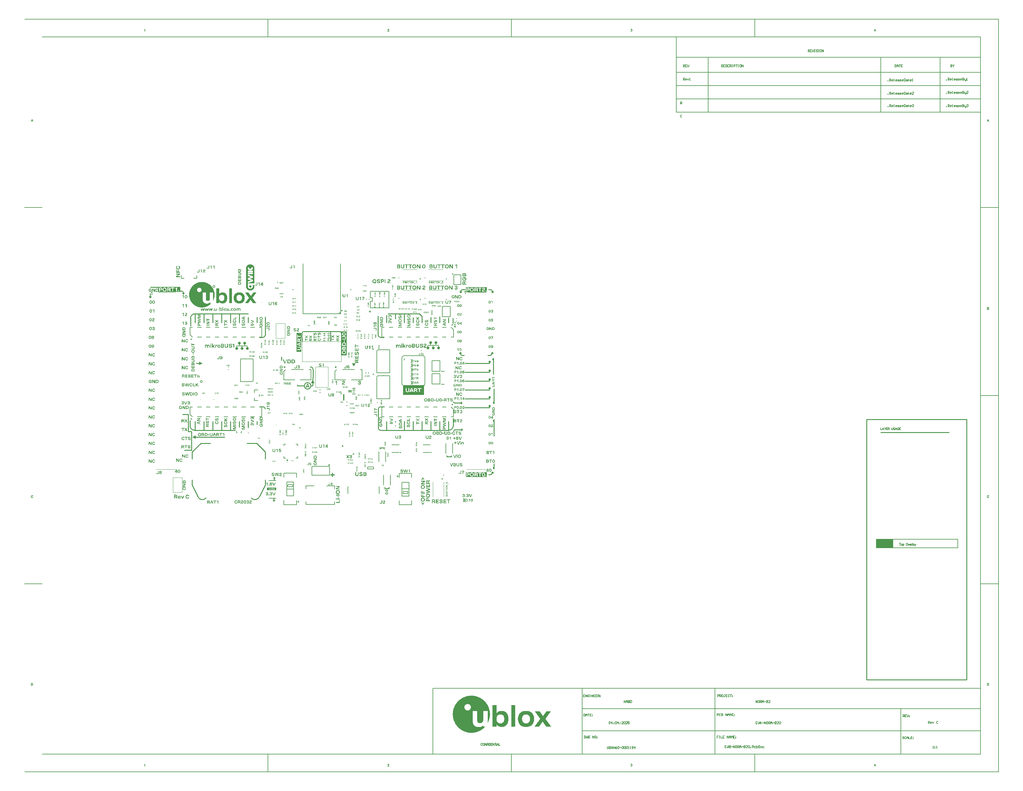
<source format=gto>
G04*
G04 #@! TF.GenerationSoftware,Altium Limited,Altium Designer,24.6.1 (21)*
G04*
G04 Layer_Color=65535*
%FSLAX44Y44*%
%MOMM*%
G71*
G04*
G04 #@! TF.SameCoordinates,E70CDE82-3EE1-4166-B2EF-4B71CB92BF6A*
G04*
G04*
G04 #@! TF.FilePolarity,Positive*
G04*
G01*
G75*
%ADD10C,0.2000*%
%ADD11C,0.2500*%
%ADD12C,0.1270*%
%ADD13C,0.1016*%
%ADD14C,0.2540*%
%ADD15C,0.1275*%
%ADD16C,0.1000*%
%ADD17C,0.3810*%
%ADD18C,0.1524*%
%ADD19C,0.1500*%
%ADD20C,0.1778*%
%ADD21R,4.8260X2.4130*%
G36*
X782284Y682478D02*
X779322D01*
X774489Y690569D01*
Y682478D01*
X772285D01*
Y693402D01*
X775229D01*
X780081Y685181D01*
Y693402D01*
X782284D01*
Y682478D01*
D02*
G37*
G36*
X875702D02*
X872740D01*
X867907Y690569D01*
Y682478D01*
X865703D01*
Y693402D01*
X868648D01*
X873499Y685181D01*
Y693402D01*
X875702D01*
Y682478D01*
D02*
G37*
G36*
X735900Y686625D02*
Y686607D01*
Y686551D01*
Y686477D01*
Y686366D01*
X735882Y686236D01*
X735863Y686088D01*
X735826Y685736D01*
X735752Y685348D01*
X735659Y684922D01*
X735511Y684514D01*
X735308Y684126D01*
Y684107D01*
X735289Y684089D01*
X735197Y683977D01*
X735067Y683792D01*
X734882Y683589D01*
X734641Y683366D01*
X734363Y683126D01*
X734030Y682904D01*
X733641Y682718D01*
X733623D01*
X733586Y682700D01*
X733530Y682681D01*
X733456Y682644D01*
X733345Y682626D01*
X733234Y682589D01*
X733086Y682552D01*
X732919Y682515D01*
X732549Y682422D01*
X732123Y682366D01*
X731641Y682311D01*
X731123Y682292D01*
X730882D01*
X730753Y682311D01*
X730604D01*
X730253Y682348D01*
X729864Y682403D01*
X729438Y682478D01*
X729012Y682570D01*
X728586Y682718D01*
X728568D01*
X728531Y682737D01*
X728475Y682774D01*
X728401Y682811D01*
X728216Y682904D01*
X727975Y683070D01*
X727716Y683255D01*
X727438Y683496D01*
X727160Y683792D01*
X726920Y684126D01*
Y684144D01*
X726901Y684163D01*
X726864Y684218D01*
X726827Y684292D01*
X726790Y684403D01*
X726734Y684514D01*
X726679Y684644D01*
X726623Y684792D01*
X726512Y685163D01*
X726420Y685588D01*
X726346Y686070D01*
X726327Y686625D01*
Y693402D01*
X728568D01*
Y686699D01*
Y686681D01*
Y686644D01*
Y686588D01*
X728586Y686496D01*
X728605Y686273D01*
X728642Y685996D01*
X728716Y685699D01*
X728827Y685403D01*
X728994Y685144D01*
X729197Y684903D01*
X729234Y684885D01*
X729308Y684829D01*
X729456Y684737D01*
X729679Y684644D01*
X729938Y684533D01*
X730271Y684459D01*
X730660Y684385D01*
X731123Y684366D01*
X731327D01*
X731438Y684385D01*
X731567Y684403D01*
X731845Y684440D01*
X732160Y684496D01*
X732475Y684588D01*
X732771Y684718D01*
X733030Y684903D01*
X733049Y684922D01*
X733123Y685014D01*
X733234Y685144D01*
X733345Y685329D01*
X733456Y685570D01*
X733567Y685885D01*
X733641Y686255D01*
X733660Y686699D01*
Y693402D01*
X735900D01*
Y686625D01*
D02*
G37*
G36*
X829318D02*
Y686607D01*
Y686551D01*
Y686477D01*
Y686366D01*
X829300Y686236D01*
X829281Y686088D01*
X829244Y685736D01*
X829170Y685348D01*
X829078Y684922D01*
X828929Y684514D01*
X828726Y684126D01*
Y684107D01*
X828707Y684089D01*
X828615Y683977D01*
X828485Y683792D01*
X828300Y683589D01*
X828059Y683366D01*
X827781Y683126D01*
X827448Y682904D01*
X827059Y682718D01*
X827041D01*
X827004Y682700D01*
X826948Y682681D01*
X826874Y682644D01*
X826763Y682626D01*
X826652Y682589D01*
X826504Y682552D01*
X826337Y682515D01*
X825967Y682422D01*
X825541Y682366D01*
X825060Y682311D01*
X824541Y682292D01*
X824300D01*
X824171Y682311D01*
X824023D01*
X823671Y682348D01*
X823282Y682403D01*
X822856Y682478D01*
X822430Y682570D01*
X822004Y682718D01*
X821986D01*
X821949Y682737D01*
X821893Y682774D01*
X821819Y682811D01*
X821634Y682904D01*
X821393Y683070D01*
X821134Y683255D01*
X820856Y683496D01*
X820578Y683792D01*
X820338Y684126D01*
Y684144D01*
X820319Y684163D01*
X820282Y684218D01*
X820245Y684292D01*
X820208Y684403D01*
X820153Y684514D01*
X820097Y684644D01*
X820042Y684792D01*
X819930Y685163D01*
X819838Y685588D01*
X819764Y686070D01*
X819745Y686625D01*
Y693402D01*
X821986D01*
Y686699D01*
Y686681D01*
Y686644D01*
Y686588D01*
X822004Y686496D01*
X822023Y686273D01*
X822060Y685996D01*
X822134Y685699D01*
X822245Y685403D01*
X822412Y685144D01*
X822615Y684903D01*
X822652Y684885D01*
X822726Y684829D01*
X822875Y684737D01*
X823097Y684644D01*
X823356Y684533D01*
X823689Y684459D01*
X824078Y684385D01*
X824541Y684366D01*
X824745D01*
X824856Y684385D01*
X824985Y684403D01*
X825263Y684440D01*
X825578Y684496D01*
X825893Y684588D01*
X826189Y684718D01*
X826448Y684903D01*
X826467Y684922D01*
X826541Y685014D01*
X826652Y685144D01*
X826763Y685329D01*
X826874Y685570D01*
X826985Y685885D01*
X827059Y686255D01*
X827078Y686699D01*
Y693402D01*
X829318D01*
Y686625D01*
D02*
G37*
G36*
X414566Y685788D02*
Y685773D01*
Y685714D01*
Y685625D01*
X414551Y685492D01*
X414536Y685344D01*
X414521Y685181D01*
X414492Y685003D01*
X414447Y684796D01*
X414344Y684367D01*
X414270Y684159D01*
X414181Y683937D01*
X414077Y683730D01*
X413944Y683537D01*
X413811Y683345D01*
X413648Y683182D01*
X413633Y683167D01*
X413603Y683152D01*
X413559Y683108D01*
X413485Y683049D01*
X413381Y682990D01*
X413277Y682930D01*
X413144Y682856D01*
X412981Y682782D01*
X412818Y682693D01*
X412626Y682619D01*
X412419Y682560D01*
X412182Y682501D01*
X411945Y682442D01*
X411678Y682397D01*
X411397Y682382D01*
X411101Y682367D01*
X410952D01*
X410834Y682382D01*
X410701Y682397D01*
X410553Y682412D01*
X410375Y682427D01*
X410197Y682456D01*
X409798Y682545D01*
X409368Y682679D01*
X409161Y682753D01*
X408953Y682856D01*
X408761Y682960D01*
X408583Y683093D01*
X408568Y683108D01*
X408539Y683123D01*
X408494Y683167D01*
X408435Y683226D01*
X408361Y683315D01*
X408287Y683404D01*
X408198Y683523D01*
X408109Y683641D01*
X408021Y683789D01*
X407932Y683952D01*
X407843Y684145D01*
X407769Y684337D01*
X407710Y684559D01*
X407650Y684781D01*
X407606Y685033D01*
X407591Y685300D01*
X409383D01*
Y685270D01*
X409398Y685196D01*
X409427Y685092D01*
X409472Y684959D01*
X409546Y684796D01*
X409620Y684648D01*
X409738Y684485D01*
X409871Y684352D01*
X409886Y684337D01*
X409946Y684307D01*
X410049Y684248D01*
X410182Y684189D01*
X410360Y684130D01*
X410568Y684071D01*
X410834Y684041D01*
X411130Y684026D01*
X411278D01*
X411426Y684056D01*
X411604Y684085D01*
X411811Y684130D01*
X412019Y684204D01*
X412211Y684307D01*
X412374Y684455D01*
X412389Y684470D01*
X412433Y684544D01*
X412507Y684633D01*
X412581Y684781D01*
X412641Y684974D01*
X412715Y685196D01*
X412759Y685477D01*
X412774Y685788D01*
Y691253D01*
X414566D01*
Y685788D01*
D02*
G37*
G36*
X176599Y684513D02*
Y684500D01*
Y684433D01*
Y684340D01*
X176585Y684221D01*
X176572Y684074D01*
X176545Y683901D01*
X176519Y683715D01*
X176479Y683515D01*
X176439Y683302D01*
X176372Y683089D01*
X176306Y682876D01*
X176213Y682663D01*
X176106Y682450D01*
X175986Y682251D01*
X175840Y682064D01*
X175680Y681905D01*
X175667Y681891D01*
X175640Y681865D01*
X175587Y681825D01*
X175520Y681785D01*
X175427Y681718D01*
X175308Y681652D01*
X175174Y681572D01*
X175028Y681505D01*
X174855Y681425D01*
X174669Y681346D01*
X174456Y681279D01*
X174229Y681226D01*
X173990Y681173D01*
X173724Y681133D01*
X173444Y681106D01*
X173151Y681093D01*
X173005D01*
X172885Y681106D01*
X172752Y681119D01*
X172606Y681133D01*
X172433Y681159D01*
X172246Y681186D01*
X171847Y681266D01*
X171421Y681399D01*
X171208Y681492D01*
X171008Y681585D01*
X170822Y681692D01*
X170636Y681825D01*
X170623Y681838D01*
X170596Y681865D01*
X170556Y681905D01*
X170489Y681958D01*
X170423Y682038D01*
X170343Y682131D01*
X170250Y682251D01*
X170157Y682370D01*
X170077Y682517D01*
X169984Y682677D01*
X169904Y682863D01*
X169824Y683063D01*
X169757Y683276D01*
X169704Y683502D01*
X169664Y683755D01*
X169638Y684021D01*
X171434D01*
Y683994D01*
X171448Y683928D01*
X171488Y683808D01*
X171528Y683675D01*
X171581Y683528D01*
X171674Y683369D01*
X171780Y683222D01*
X171914Y683076D01*
X171927Y683063D01*
X171993Y683023D01*
X172087Y682969D01*
X172220Y682916D01*
X172393Y682850D01*
X172619Y682796D01*
X172872Y682756D01*
X173178Y682743D01*
X173258D01*
X173311Y682756D01*
X173471Y682770D01*
X173657Y682796D01*
X173857Y682850D01*
X174056Y682929D01*
X174256Y683023D01*
X174416Y683169D01*
X174429Y683196D01*
X174482Y683249D01*
X174549Y683355D01*
X174615Y683502D01*
X174695Y683688D01*
X174748Y683914D01*
X174802Y684194D01*
X174815Y684513D01*
Y689970D01*
X176599D01*
Y684513D01*
D02*
G37*
G36*
X421289Y682516D02*
X419526D01*
Y689179D01*
X419512Y689165D01*
X419467Y689150D01*
X419393Y689105D01*
X419304Y689061D01*
X419186Y689002D01*
X419067Y688942D01*
X418771Y688854D01*
X418756D01*
X418697Y688839D01*
X418608Y688824D01*
X418490Y688809D01*
X418357Y688780D01*
X418179Y688765D01*
X418001Y688750D01*
X417335D01*
Y690349D01*
X417823D01*
X417972Y690364D01*
X418149Y690379D01*
X418357Y690408D01*
X418579Y690438D01*
X418786Y690497D01*
X418979Y690571D01*
X418993Y690586D01*
X419067Y690616D01*
X419156Y690660D01*
X419260Y690734D01*
X419393Y690838D01*
X419526Y690956D01*
X419660Y691090D01*
X419778Y691253D01*
X421289D01*
Y682516D01*
D02*
G37*
G36*
X887794Y682478D02*
X885590D01*
Y690810D01*
X885572Y690792D01*
X885516Y690773D01*
X885424Y690717D01*
X885312Y690662D01*
X885164Y690588D01*
X885016Y690514D01*
X884646Y690403D01*
X884627D01*
X884553Y690384D01*
X884442Y690366D01*
X884294Y690347D01*
X884127Y690310D01*
X883905Y690292D01*
X883683Y690273D01*
X882850D01*
Y692273D01*
X883461D01*
X883646Y692291D01*
X883868Y692310D01*
X884127Y692347D01*
X884405Y692384D01*
X884664Y692458D01*
X884905Y692551D01*
X884924Y692569D01*
X885016Y692606D01*
X885127Y692662D01*
X885257Y692754D01*
X885424Y692884D01*
X885590Y693032D01*
X885757Y693199D01*
X885905Y693402D01*
X887794D01*
Y682478D01*
D02*
G37*
G36*
X758194Y691366D02*
X754361D01*
Y682478D01*
X752121D01*
Y691366D01*
X748269D01*
Y693402D01*
X758194D01*
Y691366D01*
D02*
G37*
G36*
X851612D02*
X847779D01*
Y682478D01*
X845539D01*
Y691366D01*
X841687D01*
Y693402D01*
X851612D01*
Y691366D01*
D02*
G37*
G36*
X747436D02*
X743603D01*
Y682478D01*
X741363D01*
Y691366D01*
X737511D01*
Y693402D01*
X747436D01*
Y691366D01*
D02*
G37*
G36*
X840854D02*
X837021D01*
Y682478D01*
X834781D01*
Y691366D01*
X830929D01*
Y693402D01*
X840854D01*
Y691366D01*
D02*
G37*
G36*
X720513Y693384D02*
X720661D01*
X720846Y693365D01*
X721031Y693347D01*
X721235Y693310D01*
X721680Y693217D01*
X722142Y693069D01*
X722587Y692884D01*
X722809Y692754D01*
X722994Y692625D01*
X723013D01*
X723031Y692588D01*
X723142Y692477D01*
X723309Y692310D01*
X723494Y692051D01*
X723679Y691754D01*
X723846Y691366D01*
X723957Y690921D01*
X723976Y690680D01*
X723994Y690421D01*
Y690384D01*
Y690292D01*
X723976Y690125D01*
X723957Y689940D01*
X723902Y689718D01*
X723846Y689495D01*
X723753Y689255D01*
X723624Y689033D01*
X723605Y689014D01*
X723550Y688940D01*
X723476Y688847D01*
X723364Y688718D01*
X723235Y688588D01*
X723068Y688440D01*
X722883Y688310D01*
X722679Y688181D01*
X722716Y688162D01*
X722791Y688125D01*
X722939Y688033D01*
X723087Y687940D01*
X723272Y687792D01*
X723476Y687625D01*
X723661Y687421D01*
X723827Y687181D01*
X723846Y687144D01*
X723902Y687070D01*
X723957Y686922D01*
X724050Y686755D01*
X724124Y686533D01*
X724179Y686273D01*
X724235Y685977D01*
X724253Y685663D01*
Y685644D01*
Y685625D01*
Y685514D01*
X724235Y685329D01*
X724198Y685107D01*
X724161Y684848D01*
X724087Y684570D01*
X723976Y684292D01*
X723846Y684015D01*
X723827Y683977D01*
X723772Y683903D01*
X723679Y683774D01*
X723550Y683607D01*
X723383Y683422D01*
X723161Y683237D01*
X722920Y683052D01*
X722624Y682885D01*
X722587Y682867D01*
X722476Y682829D01*
X722309Y682755D01*
X722068Y682681D01*
X721772Y682607D01*
X721420Y682533D01*
X721013Y682496D01*
X720568Y682478D01*
X715291D01*
Y693402D01*
X720383D01*
X720513Y693384D01*
D02*
G37*
G36*
X813931D02*
X814079D01*
X814264Y693365D01*
X814449Y693347D01*
X814653Y693310D01*
X815098Y693217D01*
X815560Y693069D01*
X816005Y692884D01*
X816227Y692754D01*
X816412Y692625D01*
X816431D01*
X816449Y692588D01*
X816560Y692477D01*
X816727Y692310D01*
X816912Y692051D01*
X817097Y691754D01*
X817264Y691366D01*
X817375Y690921D01*
X817394Y690680D01*
X817412Y690421D01*
Y690384D01*
Y690292D01*
X817394Y690125D01*
X817375Y689940D01*
X817319Y689718D01*
X817264Y689495D01*
X817171Y689255D01*
X817042Y689033D01*
X817023Y689014D01*
X816968Y688940D01*
X816894Y688847D01*
X816783Y688718D01*
X816653Y688588D01*
X816486Y688440D01*
X816301Y688310D01*
X816097Y688181D01*
X816134Y688162D01*
X816208Y688125D01*
X816357Y688033D01*
X816505Y687940D01*
X816690Y687792D01*
X816894Y687625D01*
X817079Y687421D01*
X817245Y687181D01*
X817264Y687144D01*
X817319Y687070D01*
X817375Y686922D01*
X817468Y686755D01*
X817542Y686533D01*
X817597Y686273D01*
X817653Y685977D01*
X817671Y685663D01*
Y685644D01*
Y685625D01*
Y685514D01*
X817653Y685329D01*
X817616Y685107D01*
X817579Y684848D01*
X817505Y684570D01*
X817394Y684292D01*
X817264Y684015D01*
X817245Y683977D01*
X817190Y683903D01*
X817097Y683774D01*
X816968Y683607D01*
X816801Y683422D01*
X816579Y683237D01*
X816338Y683052D01*
X816042Y682885D01*
X816005Y682867D01*
X815894Y682829D01*
X815727Y682755D01*
X815486Y682681D01*
X815190Y682607D01*
X814838Y682533D01*
X814431Y682496D01*
X813987Y682478D01*
X808709D01*
Y693402D01*
X813801D01*
X813931Y693384D01*
D02*
G37*
G36*
X792580Y693569D02*
X792765Y693551D01*
X792968Y693513D01*
X793191Y693476D01*
X793450Y693421D01*
X793709Y693347D01*
X793968Y693254D01*
X794246Y693143D01*
X794524Y693014D01*
X794802Y692847D01*
X795061Y692662D01*
X795302Y692458D01*
X795524Y692217D01*
X795542Y692199D01*
X795579Y692162D01*
X795635Y692069D01*
X795709Y691958D01*
X795783Y691810D01*
X795894Y691625D01*
X795987Y691421D01*
X796098Y691162D01*
X796209Y690884D01*
X796301Y690569D01*
X796413Y690218D01*
X796487Y689829D01*
X796561Y689421D01*
X796616Y688958D01*
X796653Y688458D01*
X796672Y687940D01*
Y687903D01*
Y687810D01*
Y687662D01*
X796653Y687459D01*
X796635Y687218D01*
X796616Y686940D01*
X796579Y686644D01*
X796524Y686311D01*
X796394Y685607D01*
X796301Y685255D01*
X796190Y684903D01*
X796061Y684551D01*
X795894Y684218D01*
X795727Y683922D01*
X795524Y683644D01*
X795505Y683626D01*
X795468Y683589D01*
X795413Y683515D01*
X795320Y683440D01*
X795190Y683329D01*
X795042Y683218D01*
X794876Y683089D01*
X794690Y682978D01*
X794468Y682848D01*
X794209Y682718D01*
X793950Y682607D01*
X793653Y682496D01*
X793339Y682422D01*
X792987Y682348D01*
X792617Y682311D01*
X792228Y682292D01*
X792135D01*
X792024Y682311D01*
X791876D01*
X791691Y682329D01*
X791487Y682366D01*
X791265Y682404D01*
X791006Y682459D01*
X790746Y682533D01*
X790487Y682626D01*
X790209Y682737D01*
X789932Y682867D01*
X789654Y683015D01*
X789395Y683200D01*
X789154Y683403D01*
X788932Y683644D01*
X788913Y683663D01*
X788876Y683718D01*
X788821Y683792D01*
X788765Y683903D01*
X788673Y684052D01*
X788580Y684237D01*
X788469Y684440D01*
X788376Y684700D01*
X788265Y684977D01*
X788154Y685292D01*
X788062Y685644D01*
X787988Y686033D01*
X787913Y686459D01*
X787858Y686922D01*
X787821Y687403D01*
X787802Y687940D01*
Y687977D01*
Y688070D01*
Y688218D01*
X787821Y688421D01*
X787839Y688662D01*
X787858Y688940D01*
X787895Y689236D01*
X787950Y689569D01*
X788080Y690255D01*
X788173Y690625D01*
X788284Y690977D01*
X788413Y691310D01*
X788561Y691643D01*
X788728Y691940D01*
X788932Y692217D01*
X788950Y692236D01*
X788987Y692273D01*
X789061Y692347D01*
X789154Y692440D01*
X789265Y692532D01*
X789413Y692643D01*
X789580Y692773D01*
X789784Y692903D01*
X789987Y693032D01*
X790247Y693162D01*
X790506Y693273D01*
X790802Y693365D01*
X791135Y693458D01*
X791469Y693532D01*
X791839Y693569D01*
X792228Y693588D01*
X792431D01*
X792580Y693569D01*
D02*
G37*
G36*
X765286Y693569D02*
X765508Y693550D01*
X765749Y693513D01*
X766045Y693458D01*
X766341Y693402D01*
X766675Y693328D01*
X767008Y693236D01*
X767360Y693106D01*
X767693Y692977D01*
X768027Y692810D01*
X768360Y692606D01*
X768675Y692384D01*
X768952Y692125D01*
X768971Y692106D01*
X769008Y692051D01*
X769082Y691977D01*
X769175Y691847D01*
X769286Y691699D01*
X769415Y691514D01*
X769545Y691310D01*
X769693Y691051D01*
X769823Y690773D01*
X769952Y690458D01*
X770082Y690125D01*
X770193Y689736D01*
X770286Y689329D01*
X770360Y688903D01*
X770397Y688440D01*
X770415Y687940D01*
Y687903D01*
Y687829D01*
Y687681D01*
X770397Y687496D01*
X770378Y687255D01*
X770341Y686996D01*
X770286Y686699D01*
X770230Y686385D01*
X770156Y686051D01*
X770063Y685718D01*
X769934Y685366D01*
X769804Y685014D01*
X769638Y684663D01*
X769434Y684329D01*
X769212Y684033D01*
X768952Y683737D01*
X768934Y683718D01*
X768878Y683681D01*
X768804Y683607D01*
X768675Y683514D01*
X768527Y683403D01*
X768341Y683274D01*
X768138Y683144D01*
X767897Y683015D01*
X767619Y682885D01*
X767304Y682755D01*
X766971Y682626D01*
X766601Y682515D01*
X766212Y682422D01*
X765786Y682348D01*
X765323Y682311D01*
X764842Y682292D01*
X764731D01*
X764583Y682311D01*
X764397D01*
X764175Y682329D01*
X763916Y682366D01*
X763638Y682422D01*
X763323Y682478D01*
X763009Y682552D01*
X762657Y682644D01*
X762323Y682755D01*
X761972Y682904D01*
X761638Y683070D01*
X761305Y683255D01*
X761009Y683477D01*
X760713Y683737D01*
X760694Y683755D01*
X760657Y683811D01*
X760583Y683885D01*
X760490Y684015D01*
X760379Y684163D01*
X760250Y684348D01*
X760120Y684570D01*
X759990Y684811D01*
X759842Y685088D01*
X759713Y685403D01*
X759583Y685755D01*
X759472Y686125D01*
X759379Y686533D01*
X759305Y686977D01*
X759268Y687440D01*
X759250Y687940D01*
Y687977D01*
Y688070D01*
X759268Y688199D01*
Y688384D01*
X759287Y688625D01*
X759324Y688884D01*
X759379Y689162D01*
X759435Y689477D01*
X759509Y689810D01*
X759602Y690162D01*
X759731Y690514D01*
X759861Y690847D01*
X760027Y691199D01*
X760231Y691532D01*
X760453Y691829D01*
X760713Y692125D01*
X760731Y692143D01*
X760787Y692180D01*
X760861Y692254D01*
X760990Y692347D01*
X761138Y692458D01*
X761323Y692588D01*
X761527Y692717D01*
X761786Y692865D01*
X762064Y692995D01*
X762361Y693125D01*
X762712Y693254D01*
X763064Y693365D01*
X763472Y693458D01*
X763897Y693532D01*
X764360Y693569D01*
X764842Y693588D01*
X765101D01*
X765286Y693569D01*
D02*
G37*
G36*
X858704D02*
X858926Y693550D01*
X859167Y693513D01*
X859463Y693458D01*
X859760Y693402D01*
X860093Y693328D01*
X860426Y693236D01*
X860778Y693106D01*
X861111Y692977D01*
X861445Y692810D01*
X861778Y692606D01*
X862093Y692384D01*
X862370Y692125D01*
X862389Y692106D01*
X862426Y692051D01*
X862500Y691977D01*
X862593Y691847D01*
X862704Y691699D01*
X862833Y691514D01*
X862963Y691310D01*
X863111Y691051D01*
X863241Y690773D01*
X863370Y690458D01*
X863500Y690125D01*
X863611Y689736D01*
X863704Y689329D01*
X863778Y688903D01*
X863815Y688440D01*
X863833Y687940D01*
Y687903D01*
Y687829D01*
Y687681D01*
X863815Y687496D01*
X863796Y687255D01*
X863759Y686996D01*
X863704Y686699D01*
X863648Y686385D01*
X863574Y686051D01*
X863481Y685718D01*
X863352Y685366D01*
X863222Y685014D01*
X863055Y684663D01*
X862852Y684329D01*
X862630Y684033D01*
X862370Y683737D01*
X862352Y683718D01*
X862296Y683681D01*
X862222Y683607D01*
X862093Y683514D01*
X861945Y683403D01*
X861759Y683274D01*
X861556Y683144D01*
X861315Y683015D01*
X861037Y682885D01*
X860722Y682755D01*
X860389Y682626D01*
X860019Y682515D01*
X859630Y682422D01*
X859204Y682348D01*
X858741Y682311D01*
X858260Y682292D01*
X858149D01*
X858000Y682311D01*
X857815D01*
X857593Y682329D01*
X857334Y682366D01*
X857056Y682422D01*
X856741Y682478D01*
X856427Y682552D01*
X856075Y682644D01*
X855742Y682755D01*
X855390Y682904D01*
X855056Y683070D01*
X854723Y683255D01*
X854427Y683477D01*
X854130Y683737D01*
X854112Y683755D01*
X854075Y683811D01*
X854001Y683885D01*
X853908Y684015D01*
X853797Y684163D01*
X853668Y684348D01*
X853538Y684570D01*
X853408Y684811D01*
X853260Y685088D01*
X853131Y685403D01*
X853001Y685755D01*
X852890Y686125D01*
X852797Y686533D01*
X852723Y686977D01*
X852686Y687440D01*
X852668Y687940D01*
Y687977D01*
Y688070D01*
X852686Y688199D01*
Y688384D01*
X852705Y688625D01*
X852742Y688884D01*
X852797Y689162D01*
X852853Y689477D01*
X852927Y689810D01*
X853019Y690162D01*
X853149Y690514D01*
X853279Y690847D01*
X853445Y691199D01*
X853649Y691532D01*
X853871Y691829D01*
X854130Y692125D01*
X854149Y692143D01*
X854205Y692180D01*
X854279Y692254D01*
X854408Y692347D01*
X854556Y692458D01*
X854742Y692588D01*
X854945Y692717D01*
X855204Y692865D01*
X855482Y692995D01*
X855779Y693125D01*
X856130Y693254D01*
X856482Y693365D01*
X856889Y693458D01*
X857315Y693532D01*
X857778Y693569D01*
X858260Y693588D01*
X858519D01*
X858704Y693569D01*
D02*
G37*
G36*
X88605Y689454D02*
X88716Y689436D01*
X88827D01*
X89123Y689380D01*
X89457Y689306D01*
X89809Y689195D01*
X90179Y689047D01*
X90531Y688862D01*
X90549D01*
X90568Y688843D01*
X90679Y688751D01*
X90845Y688621D01*
X91049Y688454D01*
X91271Y688214D01*
X91512Y687936D01*
X91753Y687603D01*
X91957Y687232D01*
Y687214D01*
X91975Y687177D01*
X91994Y687121D01*
X92031Y687047D01*
X92068Y686936D01*
X92123Y686806D01*
X92160Y686658D01*
X92197Y686492D01*
X92253Y686306D01*
X92290Y686103D01*
X92382Y685658D01*
X92438Y685140D01*
X92456Y684566D01*
Y684418D01*
X92438Y684307D01*
Y684158D01*
X92419Y684010D01*
X92401Y683825D01*
X92382Y683622D01*
X92308Y683196D01*
X92197Y682733D01*
X92068Y682251D01*
X91864Y681788D01*
Y681770D01*
X91827Y681733D01*
X91808Y681677D01*
X91753Y681585D01*
X91605Y681381D01*
X91419Y681103D01*
X91160Y680807D01*
X90845Y680492D01*
X90457Y680177D01*
X90031Y679900D01*
X90012D01*
X89975Y679863D01*
X89901Y679844D01*
X89809Y679789D01*
X89679Y679752D01*
X89531Y679696D01*
X89346Y679622D01*
X89160Y679566D01*
X88938Y679511D01*
X88698Y679437D01*
X88420Y679381D01*
X88142Y679344D01*
X87827Y679289D01*
X87513Y679270D01*
X86809Y679233D01*
X86790D01*
X86716D01*
X86624D01*
X86494Y679252D01*
X86327D01*
X86124Y679270D01*
X85920Y679289D01*
X85679Y679326D01*
X85179Y679400D01*
X84642Y679511D01*
X84124Y679678D01*
X83624Y679900D01*
X83605D01*
X83568Y679937D01*
X83494Y679974D01*
X83420Y680029D01*
X83198Y680177D01*
X82920Y680400D01*
X82624Y680659D01*
X82309Y680992D01*
X82013Y681381D01*
X81772Y681807D01*
Y681825D01*
X81754Y681862D01*
X81717Y681936D01*
X81680Y682029D01*
X81624Y682140D01*
X81587Y682270D01*
X81532Y682436D01*
X81458Y682622D01*
X81402Y682807D01*
X81347Y683029D01*
X81254Y683510D01*
X81180Y684047D01*
X81161Y684621D01*
Y684825D01*
X81180Y684973D01*
X81198Y685158D01*
X81217Y685381D01*
X81254Y685603D01*
X81291Y685862D01*
X81420Y686417D01*
X81513Y686695D01*
X81606Y686992D01*
X81735Y687269D01*
X81883Y687547D01*
X82050Y687825D01*
X82235Y688065D01*
X82254Y688084D01*
X82291Y688121D01*
X82346Y688195D01*
X82420Y688269D01*
X82531Y688362D01*
X82661Y688473D01*
X82828Y688603D01*
X82994Y688732D01*
X83198Y688843D01*
X83420Y688973D01*
X83680Y689084D01*
X83939Y689195D01*
X84216Y689288D01*
X84531Y689362D01*
X84865Y689417D01*
X85216Y689436D01*
Y687214D01*
X85198D01*
X85179D01*
X85068Y687195D01*
X84920Y687140D01*
X84717Y687084D01*
X84494Y686992D01*
X84254Y686862D01*
X84013Y686695D01*
X83791Y686473D01*
X83772Y686436D01*
X83698Y686362D01*
X83605Y686214D01*
X83513Y686010D01*
X83402Y685751D01*
X83328Y685436D01*
X83254Y685066D01*
X83235Y684621D01*
Y684492D01*
X83254Y684399D01*
Y684270D01*
X83272Y684140D01*
X83346Y683825D01*
X83439Y683455D01*
X83605Y683084D01*
X83809Y682714D01*
X83957Y682529D01*
X84105Y682362D01*
X84124D01*
X84143Y682325D01*
X84198Y682288D01*
X84272Y682233D01*
X84365Y682159D01*
X84476Y682085D01*
X84605Y682010D01*
X84754Y681936D01*
X84939Y681844D01*
X85142Y681770D01*
X85365Y681696D01*
X85605Y681622D01*
X85864Y681566D01*
X86161Y681529D01*
X86476Y681511D01*
X86809Y681492D01*
X86827D01*
X86883D01*
X86994D01*
X87105Y681511D01*
X87272D01*
X87438Y681529D01*
X87846Y681603D01*
X88290Y681696D01*
X88753Y681844D01*
X89160Y682066D01*
X89364Y682196D01*
X89531Y682344D01*
Y682362D01*
X89568Y682381D01*
X89605Y682436D01*
X89660Y682511D01*
X89809Y682696D01*
X89957Y682955D01*
X90105Y683270D01*
X90253Y683640D01*
X90345Y684084D01*
X90364Y684325D01*
X90383Y684566D01*
Y684788D01*
X90364Y684899D01*
X90345Y685010D01*
X90309Y685306D01*
X90253Y685621D01*
X90160Y685936D01*
X90031Y686232D01*
X89864Y686492D01*
X89846Y686529D01*
X89771Y686584D01*
X89642Y686695D01*
X89475Y686825D01*
X89272Y686936D01*
X89012Y687066D01*
X88735Y687158D01*
X88401Y687214D01*
Y689473D01*
X88420D01*
X88457D01*
X88512D01*
X88605Y689454D01*
D02*
G37*
G36*
X191412Y681239D02*
X189655D01*
Y687921D01*
X189642Y687907D01*
X189602Y687881D01*
X189522Y687841D01*
X189442Y687801D01*
X189322Y687734D01*
X189189Y687681D01*
X189056Y687628D01*
X188897Y687588D01*
X188883D01*
X188830Y687574D01*
X188737Y687561D01*
X188617Y687535D01*
X188484Y687521D01*
X188311Y687495D01*
X188125Y687481D01*
X187459D01*
Y689079D01*
X187952D01*
X188098Y689092D01*
X188284Y689105D01*
X188484Y689132D01*
X188697Y689172D01*
X188910Y689225D01*
X189110Y689291D01*
X189136Y689305D01*
X189189Y689331D01*
X189283Y689385D01*
X189389Y689464D01*
X189522Y689558D01*
X189655Y689677D01*
X189788Y689810D01*
X189908Y689970D01*
X191412D01*
Y681239D01*
D02*
G37*
G36*
X183320D02*
X181563D01*
Y687921D01*
X181550Y687907D01*
X181510Y687881D01*
X181430Y687841D01*
X181350Y687801D01*
X181230Y687734D01*
X181097Y687681D01*
X180964Y687628D01*
X180804Y687588D01*
X180791D01*
X180738Y687574D01*
X180645Y687561D01*
X180525Y687535D01*
X180392Y687521D01*
X180219Y687495D01*
X180032Y687481D01*
X179367D01*
Y689079D01*
X179859D01*
X180006Y689092D01*
X180192Y689105D01*
X180392Y689132D01*
X180605Y689172D01*
X180818Y689225D01*
X181017Y689291D01*
X181044Y689305D01*
X181097Y689331D01*
X181190Y689385D01*
X181297Y689464D01*
X181430Y689558D01*
X181563Y689677D01*
X181696Y689810D01*
X181816Y689970D01*
X183320D01*
Y681239D01*
D02*
G37*
G36*
X265069Y680083D02*
X265158Y680068D01*
X265395Y680039D01*
X265661Y679979D01*
X265943Y679905D01*
X266239Y679787D01*
X266535Y679639D01*
X266550D01*
X266565Y679624D01*
X266653Y679550D01*
X266801Y679446D01*
X266964Y679298D01*
X267157Y679106D01*
X267349Y678869D01*
X267542Y678587D01*
X267720Y678276D01*
Y678262D01*
X267735Y678232D01*
X267764Y678187D01*
X267779Y678113D01*
X267823Y678025D01*
X267853Y677921D01*
X267897Y677803D01*
X267927Y677669D01*
X267971Y677506D01*
X268016Y677344D01*
X268075Y676958D01*
X268134Y676529D01*
X268149Y676055D01*
Y675922D01*
X268134Y675833D01*
Y675715D01*
X268120Y675566D01*
X268105Y675418D01*
X268090Y675256D01*
X268031Y674885D01*
X267942Y674485D01*
X267808Y674071D01*
X267646Y673686D01*
Y673671D01*
X267616Y673641D01*
X267586Y673597D01*
X267542Y673523D01*
X267423Y673345D01*
X267261Y673123D01*
X267038Y672871D01*
X266787Y672620D01*
X266476Y672383D01*
X266120Y672161D01*
X266106D01*
X266076Y672131D01*
X266017Y672116D01*
X265943Y672072D01*
X265839Y672042D01*
X265721Y671998D01*
X265587Y671938D01*
X265424Y671894D01*
X265261Y671850D01*
X265069Y671790D01*
X264862Y671746D01*
X264640Y671716D01*
X264166Y671657D01*
X263633Y671628D01*
X263603D01*
X263529D01*
X263425Y671642D01*
X263262D01*
X263085Y671672D01*
X262863Y671687D01*
X262640Y671731D01*
X262374Y671776D01*
X262107Y671835D01*
X261841Y671924D01*
X261559Y672012D01*
X261278Y672131D01*
X261012Y672264D01*
X260745Y672427D01*
X260493Y672620D01*
X260271Y672827D01*
X260256Y672842D01*
X260227Y672886D01*
X260168Y672960D01*
X260093Y673049D01*
X260005Y673168D01*
X259901Y673331D01*
X259797Y673493D01*
X259694Y673701D01*
X259590Y673923D01*
X259486Y674174D01*
X259383Y674441D01*
X259294Y674752D01*
X259220Y675063D01*
X259160Y675404D01*
X259131Y675774D01*
X259116Y676159D01*
Y676381D01*
X259131Y676499D01*
Y676633D01*
X259146Y676781D01*
X259160Y676944D01*
X259220Y677299D01*
X259294Y677669D01*
X259397Y678025D01*
X259531Y678365D01*
Y678380D01*
X259545Y678410D01*
X259575Y678454D01*
X259605Y678513D01*
X259694Y678661D01*
X259812Y678839D01*
X259975Y679046D01*
X260153Y679254D01*
X260360Y679461D01*
X260597Y679624D01*
X260627Y679639D01*
X260701Y679683D01*
X260834Y679757D01*
X260997Y679831D01*
X261204Y679905D01*
X261426Y679979D01*
X261663Y680039D01*
X261915Y680068D01*
Y678276D01*
X261900D01*
X261841Y678262D01*
X261752Y678217D01*
X261648Y678173D01*
X261530Y678099D01*
X261397Y677995D01*
X261248Y677862D01*
X261115Y677684D01*
X261100Y677654D01*
X261056Y677595D01*
X260997Y677477D01*
X260923Y677314D01*
X260863Y677106D01*
X260804Y676855D01*
X260760Y676544D01*
X260745Y676188D01*
Y676055D01*
X260760Y675907D01*
X260775Y675715D01*
X260819Y675492D01*
X260863Y675256D01*
X260938Y675004D01*
X261041Y674767D01*
X261056Y674737D01*
X261100Y674663D01*
X261160Y674545D01*
X261263Y674411D01*
X261382Y674249D01*
X261545Y674086D01*
X261737Y673938D01*
X261959Y673790D01*
X261989Y673775D01*
X262078Y673730D01*
X262211Y673671D01*
X262404Y673612D01*
X262640Y673553D01*
X262937Y673493D01*
X263262Y673449D01*
X263633Y673434D01*
X263647D01*
X263677D01*
X263736D01*
X263810D01*
X263899Y673449D01*
X264003D01*
X264240Y673478D01*
X264506Y673523D01*
X264788Y673582D01*
X265069Y673671D01*
X265321Y673790D01*
X265350Y673804D01*
X265424Y673849D01*
X265543Y673938D01*
X265676Y674041D01*
X265824Y674189D01*
X265972Y674352D01*
X266120Y674545D01*
X266239Y674767D01*
X266254Y674797D01*
X266283Y674871D01*
X266328Y675004D01*
X266372Y675182D01*
X266431Y675389D01*
X266476Y675626D01*
X266505Y675892D01*
X266520Y676188D01*
Y676307D01*
X266505Y676381D01*
Y676485D01*
X266491Y676588D01*
X266461Y676840D01*
X266416Y677121D01*
X266328Y677388D01*
X266224Y677640D01*
X266150Y677758D01*
X266076Y677847D01*
X266061Y677862D01*
X266002Y677921D01*
X265898Y677995D01*
X265765Y678099D01*
X265602Y678187D01*
X265395Y678262D01*
X265173Y678321D01*
X264921Y678336D01*
X264669D01*
Y675892D01*
X263099D01*
Y680098D01*
X264817D01*
X264832D01*
X264862D01*
X264906D01*
X264980D01*
X265069Y680083D01*
D02*
G37*
G36*
X148774Y673469D02*
Y673455D01*
Y673389D01*
Y673296D01*
X148761Y673176D01*
X148748Y673029D01*
X148721Y672856D01*
X148694Y672670D01*
X148654Y672470D01*
X148615Y672258D01*
X148548Y672045D01*
X148481Y671832D01*
X148388Y671619D01*
X148282Y671406D01*
X148162Y671206D01*
X148016Y671020D01*
X147856Y670860D01*
X147843Y670847D01*
X147816Y670820D01*
X147763Y670780D01*
X147696Y670740D01*
X147603Y670674D01*
X147483Y670607D01*
X147350Y670527D01*
X147204Y670461D01*
X147031Y670381D01*
X146844Y670301D01*
X146631Y670234D01*
X146405Y670181D01*
X146166Y670128D01*
X145899Y670088D01*
X145620Y670061D01*
X145327Y670048D01*
X145181D01*
X145061Y670061D01*
X144928Y670075D01*
X144781Y670088D01*
X144608Y670115D01*
X144422Y670141D01*
X144023Y670221D01*
X143597Y670354D01*
X143384Y670447D01*
X143184Y670540D01*
X142998Y670647D01*
X142812Y670780D01*
X142798Y670793D01*
X142772Y670820D01*
X142732Y670860D01*
X142665Y670913D01*
X142599Y670993D01*
X142519Y671086D01*
X142426Y671206D01*
X142332Y671326D01*
X142253Y671472D01*
X142159Y671632D01*
X142079Y671818D01*
X142000Y672018D01*
X141933Y672231D01*
X141880Y672457D01*
X141840Y672710D01*
X141813Y672976D01*
X143610D01*
Y672950D01*
X143623Y672883D01*
X143663Y672763D01*
X143703Y672630D01*
X143757Y672484D01*
X143850Y672324D01*
X143956Y672178D01*
X144089Y672031D01*
X144103Y672018D01*
X144169Y671978D01*
X144262Y671925D01*
X144395Y671871D01*
X144568Y671805D01*
X144795Y671752D01*
X145048Y671712D01*
X145354Y671699D01*
X145434D01*
X145487Y671712D01*
X145646Y671725D01*
X145833Y671752D01*
X146032Y671805D01*
X146232Y671885D01*
X146432Y671978D01*
X146592Y672124D01*
X146605Y672151D01*
X146658Y672204D01*
X146725Y672311D01*
X146791Y672457D01*
X146871Y672643D01*
X146924Y672870D01*
X146978Y673149D01*
X146991Y673469D01*
Y678926D01*
X148774D01*
Y673469D01*
D02*
G37*
G36*
X162377Y679059D02*
X162483D01*
X162723Y679032D01*
X162989Y678979D01*
X163282Y678926D01*
X163575Y678832D01*
X163841Y678713D01*
X163854D01*
X163867Y678699D01*
X163960Y678646D01*
X164080Y678566D01*
X164227Y678460D01*
X164400Y678327D01*
X164559Y678154D01*
X164732Y677967D01*
X164866Y677754D01*
X164879Y677728D01*
X164919Y677648D01*
X164972Y677528D01*
X165039Y677368D01*
X165092Y677182D01*
X165145Y676956D01*
X165185Y676703D01*
X165198Y676437D01*
Y676423D01*
Y676410D01*
Y676370D01*
Y676317D01*
X165185Y676184D01*
X165172Y676024D01*
X165145Y675824D01*
X165105Y675625D01*
X165052Y675412D01*
X164972Y675212D01*
X164959Y675186D01*
X164932Y675132D01*
X164879Y675026D01*
X164786Y674906D01*
X164679Y674760D01*
X164533Y674613D01*
X164360Y674454D01*
X164147Y674294D01*
X164120Y674280D01*
X164080Y674254D01*
X164040Y674227D01*
X163974Y674187D01*
X163894Y674147D01*
X163801Y674094D01*
X163708Y674041D01*
X163588Y673974D01*
X163455Y673921D01*
X163308Y673841D01*
X163149Y673775D01*
X162989Y673708D01*
X162803Y673628D01*
X162390Y673482D01*
X162377D01*
X162363Y673469D01*
X162283Y673442D01*
X162150Y673402D01*
X162004Y673335D01*
X161831Y673269D01*
X161658Y673189D01*
X161485Y673109D01*
X161339Y673016D01*
X161325Y673003D01*
X161285Y672976D01*
X161219Y672923D01*
X161139Y672870D01*
X161059Y672790D01*
X160966Y672697D01*
X160886Y672604D01*
X160819Y672497D01*
Y672484D01*
X160793Y672444D01*
X160766Y672377D01*
X160740Y672297D01*
X160713Y672191D01*
X160686Y672071D01*
X160660Y671938D01*
X160646Y671792D01*
X165105D01*
Y670194D01*
X158703D01*
Y671446D01*
Y671459D01*
Y671499D01*
Y671579D01*
X158716Y671672D01*
X158730Y671778D01*
X158743Y671911D01*
X158757Y672058D01*
X158783Y672217D01*
X158863Y672564D01*
X158983Y672923D01*
X159049Y673096D01*
X159142Y673282D01*
X159236Y673442D01*
X159355Y673602D01*
X159369Y673615D01*
X159382Y673642D01*
X159422Y673682D01*
X159475Y673735D01*
X159555Y673801D01*
X159635Y673881D01*
X159741Y673974D01*
X159861Y674068D01*
X159994Y674174D01*
X160154Y674280D01*
X160327Y674387D01*
X160513Y674493D01*
X160713Y674600D01*
X160926Y674706D01*
X161166Y674800D01*
X161418Y674893D01*
X161432D01*
X161458Y674906D01*
X161498Y674919D01*
X161565Y674946D01*
X161711Y674999D01*
X161898Y675066D01*
X162111Y675146D01*
X162323Y675226D01*
X162523Y675319D01*
X162696Y675412D01*
X162709Y675425D01*
X162763Y675452D01*
X162843Y675505D01*
X162936Y675558D01*
X163122Y675718D01*
X163202Y675798D01*
X163268Y675891D01*
X163282Y675904D01*
X163295Y675931D01*
X163322Y675984D01*
X163348Y676064D01*
X163375Y676144D01*
X163388Y676237D01*
X163415Y676344D01*
Y676463D01*
Y676490D01*
Y676543D01*
X163402Y676636D01*
X163375Y676743D01*
X163335Y676863D01*
X163268Y676982D01*
X163188Y677115D01*
X163082Y677222D01*
X163069Y677235D01*
X163029Y677262D01*
X162949Y677315D01*
X162843Y677368D01*
X162709Y677422D01*
X162550Y677475D01*
X162350Y677501D01*
X162124Y677515D01*
X162017D01*
X161898Y677501D01*
X161738Y677475D01*
X161565Y677435D01*
X161378Y677368D01*
X161205Y677289D01*
X161032Y677169D01*
X161019Y677155D01*
X160966Y677102D01*
X160899Y677036D01*
X160819Y676916D01*
X160726Y676783D01*
X160646Y676610D01*
X160580Y676410D01*
X160540Y676184D01*
X158743D01*
Y676197D01*
Y676224D01*
Y676264D01*
X158757Y676317D01*
X158770Y676463D01*
X158796Y676650D01*
X158850Y676876D01*
X158916Y677115D01*
X159009Y677355D01*
X159129Y677608D01*
Y677621D01*
X159142Y677635D01*
X159196Y677714D01*
X159289Y677834D01*
X159409Y677994D01*
X159568Y678167D01*
X159755Y678340D01*
X159981Y678513D01*
X160234Y678673D01*
X160247D01*
X160274Y678686D01*
X160314Y678713D01*
X160367Y678739D01*
X160447Y678766D01*
X160527Y678806D01*
X160633Y678832D01*
X160753Y678872D01*
X161019Y678952D01*
X161339Y679005D01*
X161711Y679059D01*
X162111Y679072D01*
X162283D01*
X162377Y679059D01*
D02*
G37*
G36*
X155496Y670194D02*
X153739D01*
Y676876D01*
X153725Y676863D01*
X153686Y676836D01*
X153606Y676796D01*
X153526Y676756D01*
X153406Y676690D01*
X153273Y676636D01*
X153140Y676583D01*
X152980Y676543D01*
X152967D01*
X152914Y676530D01*
X152820Y676516D01*
X152701Y676490D01*
X152568Y676477D01*
X152395Y676450D01*
X152208Y676437D01*
X151543D01*
Y678034D01*
X152035D01*
X152182Y678047D01*
X152368Y678060D01*
X152568Y678087D01*
X152780Y678127D01*
X152993Y678180D01*
X153193Y678247D01*
X153220Y678260D01*
X153273Y678287D01*
X153366Y678340D01*
X153472Y678420D01*
X153606Y678513D01*
X153739Y678633D01*
X153872Y678766D01*
X153992Y678926D01*
X155496D01*
Y670194D01*
D02*
G37*
G36*
X83383Y671900D02*
X85883D01*
Y677048D01*
X87920D01*
Y671900D01*
X92271D01*
Y669660D01*
X81347D01*
Y677770D01*
X83383D01*
Y671900D01*
D02*
G37*
G36*
X910661Y668105D02*
X910883Y668068D01*
X911142Y668031D01*
X911420Y667957D01*
X911698Y667846D01*
X911975Y667716D01*
X912012Y667698D01*
X912087Y667642D01*
X912216Y667550D01*
X912383Y667420D01*
X912568Y667253D01*
X912753Y667031D01*
X912938Y666790D01*
X913105Y666494D01*
X913123Y666457D01*
X913161Y666346D01*
X913235Y666179D01*
X913309Y665938D01*
X913383Y665642D01*
X913457Y665290D01*
X913494Y664883D01*
X913512Y664439D01*
Y659161D01*
X902588D01*
Y664253D01*
X902606Y664383D01*
Y664531D01*
X902625Y664716D01*
X902643Y664902D01*
X902680Y665105D01*
X902773Y665550D01*
X902921Y666013D01*
X903106Y666457D01*
X903236Y666679D01*
X903365Y666864D01*
Y666883D01*
X903402Y666901D01*
X903513Y667012D01*
X903680Y667179D01*
X903939Y667364D01*
X904236Y667550D01*
X904624Y667716D01*
X905069Y667827D01*
X905310Y667846D01*
X905569Y667864D01*
X905606D01*
X905698D01*
X905865Y667846D01*
X906050Y667827D01*
X906272Y667772D01*
X906495Y667716D01*
X906735Y667624D01*
X906957Y667494D01*
X906976Y667475D01*
X907050Y667420D01*
X907143Y667346D01*
X907272Y667235D01*
X907402Y667105D01*
X907550Y666938D01*
X907680Y666753D01*
X907809Y666550D01*
X907828Y666587D01*
X907865Y666661D01*
X907957Y666809D01*
X908050Y666957D01*
X908198Y667142D01*
X908365Y667346D01*
X908568Y667531D01*
X908809Y667698D01*
X908846Y667716D01*
X908920Y667772D01*
X909068Y667827D01*
X909235Y667920D01*
X909457Y667994D01*
X909716Y668049D01*
X910013Y668105D01*
X910328Y668123D01*
X910346D01*
X910365D01*
X910476D01*
X910661Y668105D01*
D02*
G37*
G36*
X264995Y670147D02*
X265113Y670132D01*
X265395Y670102D01*
X265706Y670043D01*
X266046Y669969D01*
X266372Y669850D01*
X266683Y669688D01*
X266698D01*
X266713Y669673D01*
X266801Y669599D01*
X266950Y669495D01*
X267113Y669347D01*
X267290Y669155D01*
X267483Y668932D01*
X267660Y668666D01*
X267808Y668355D01*
Y668340D01*
X267823Y668310D01*
X267838Y668266D01*
X267868Y668207D01*
X267882Y668118D01*
X267912Y668029D01*
X267942Y667911D01*
X267971Y667777D01*
X268045Y667481D01*
X268090Y667141D01*
X268134Y666756D01*
X268149Y666341D01*
Y666149D01*
X268134Y666045D01*
Y665926D01*
X268105Y665645D01*
X268060Y665334D01*
X268001Y664993D01*
X267927Y664653D01*
X267808Y664312D01*
Y664297D01*
X267794Y664268D01*
X267764Y664223D01*
X267735Y664164D01*
X267660Y664016D01*
X267527Y663824D01*
X267379Y663616D01*
X267187Y663394D01*
X266950Y663172D01*
X266683Y662980D01*
X266668D01*
X266653Y662965D01*
X266609Y662935D01*
X266550Y662906D01*
X266461Y662876D01*
X266372Y662831D01*
X266269Y662787D01*
X266150Y662743D01*
X265854Y662654D01*
X265513Y662580D01*
X265128Y662521D01*
X264684Y662506D01*
X259264D01*
Y664297D01*
X264625D01*
X264640D01*
X264669D01*
X264714D01*
X264788Y664312D01*
X264965Y664327D01*
X265187Y664357D01*
X265424Y664416D01*
X265661Y664505D01*
X265869Y664638D01*
X266061Y664801D01*
X266076Y664830D01*
X266120Y664890D01*
X266194Y665008D01*
X266269Y665186D01*
X266357Y665393D01*
X266416Y665660D01*
X266476Y665971D01*
X266491Y666341D01*
Y666504D01*
X266476Y666593D01*
X266461Y666696D01*
X266431Y666918D01*
X266387Y667170D01*
X266313Y667422D01*
X266209Y667659D01*
X266061Y667866D01*
X266046Y667881D01*
X265972Y667940D01*
X265869Y668029D01*
X265721Y668118D01*
X265528Y668207D01*
X265276Y668296D01*
X264980Y668355D01*
X264625Y668370D01*
X259264D01*
Y670162D01*
X264684D01*
X264699D01*
X264743D01*
X264802D01*
X264891D01*
X264995Y670147D01*
D02*
G37*
G36*
X265721Y660832D02*
X265898Y660803D01*
X266106Y660773D01*
X266328Y660714D01*
X266550Y660625D01*
X266772Y660521D01*
X266801Y660507D01*
X266861Y660462D01*
X266964Y660388D01*
X267098Y660284D01*
X267246Y660151D01*
X267394Y659974D01*
X267542Y659781D01*
X267675Y659544D01*
X267690Y659514D01*
X267720Y659426D01*
X267779Y659292D01*
X267838Y659100D01*
X267897Y658863D01*
X267957Y658581D01*
X267986Y658256D01*
X268001Y657900D01*
Y653680D01*
X259264D01*
Y657752D01*
X259279Y657856D01*
Y657974D01*
X259294Y658122D01*
X259309Y658270D01*
X259338Y658433D01*
X259412Y658789D01*
X259531Y659159D01*
X259679Y659514D01*
X259783Y659692D01*
X259886Y659840D01*
Y659855D01*
X259916Y659870D01*
X260005Y659959D01*
X260138Y660092D01*
X260345Y660240D01*
X260582Y660388D01*
X260893Y660521D01*
X261248Y660610D01*
X261441Y660625D01*
X261648Y660640D01*
X261678D01*
X261752D01*
X261885Y660625D01*
X262033Y660610D01*
X262211Y660566D01*
X262389Y660521D01*
X262581Y660447D01*
X262759Y660344D01*
X262774Y660329D01*
X262833Y660284D01*
X262907Y660225D01*
X263011Y660136D01*
X263114Y660033D01*
X263233Y659899D01*
X263336Y659751D01*
X263440Y659588D01*
X263455Y659618D01*
X263484Y659677D01*
X263559Y659796D01*
X263633Y659914D01*
X263751Y660062D01*
X263884Y660225D01*
X264047Y660373D01*
X264240Y660507D01*
X264269Y660521D01*
X264329Y660566D01*
X264447Y660610D01*
X264580Y660684D01*
X264758Y660743D01*
X264965Y660788D01*
X265202Y660832D01*
X265454Y660847D01*
X265469D01*
X265484D01*
X265572D01*
X265721Y660832D01*
D02*
G37*
G36*
X92271Y664235D02*
X84179Y659402D01*
X92271D01*
Y657198D01*
X81347D01*
Y660142D01*
X89568Y664994D01*
X81347D01*
Y667197D01*
X92271D01*
Y664235D01*
D02*
G37*
G36*
X706904Y656330D02*
X705135D01*
X705083Y655498D01*
X705089Y655504D01*
X705106Y655516D01*
X705141Y655539D01*
X705182Y655568D01*
X705228Y655597D01*
X705287Y655626D01*
X705356Y655655D01*
X705426Y655684D01*
X705438Y655690D01*
X705461Y655696D01*
X705502Y655708D01*
X705560Y655719D01*
X705624Y655731D01*
X705705Y655742D01*
X705793Y655754D01*
X705938D01*
X706002Y655748D01*
X706078Y655737D01*
X706171Y655719D01*
X706270Y655690D01*
X706368Y655655D01*
X706473Y655609D01*
X706479D01*
X706485Y655603D01*
X706520Y655585D01*
X706566Y655551D01*
X706630Y655504D01*
X706700Y655446D01*
X706776Y655376D01*
X706845Y655289D01*
X706909Y655190D01*
Y655184D01*
X706915Y655178D01*
X706927Y655161D01*
X706933Y655143D01*
X706962Y655079D01*
X706991Y655004D01*
X707020Y654905D01*
X707049Y654783D01*
X707066Y654649D01*
X707072Y654504D01*
Y654498D01*
Y654486D01*
Y654463D01*
Y654434D01*
X707066Y654399D01*
X707061Y654358D01*
X707049Y654259D01*
X707026Y654149D01*
X706997Y654027D01*
X706950Y653904D01*
X706886Y653782D01*
Y653776D01*
X706880Y653771D01*
X706869Y653753D01*
X706851Y653730D01*
X706811Y653678D01*
X706752Y653608D01*
X706683Y653532D01*
X706595Y653457D01*
X706491Y653381D01*
X706374Y653311D01*
X706368D01*
X706357Y653305D01*
X706339Y653294D01*
X706316Y653288D01*
X706287Y653276D01*
X706246Y653259D01*
X706159Y653230D01*
X706049Y653201D01*
X705921Y653172D01*
X705781Y653154D01*
X705624Y653148D01*
X705554D01*
X705513Y653154D01*
X705473D01*
X705368Y653166D01*
X705252Y653177D01*
X705124Y653201D01*
X704996Y653230D01*
X704868Y653270D01*
X704862D01*
X704856Y653276D01*
X704839Y653282D01*
X704816Y653294D01*
X704757Y653323D01*
X704688Y653363D01*
X704606Y653416D01*
X704519Y653480D01*
X704437Y653556D01*
X704362Y653643D01*
X704356Y653654D01*
X704333Y653689D01*
X704304Y653742D01*
X704269Y653811D01*
X704234Y653899D01*
X704205Y653997D01*
X704181Y654114D01*
X704170Y654242D01*
X704973D01*
Y654230D01*
X704978Y654207D01*
X704990Y654172D01*
X705007Y654126D01*
X705036Y654073D01*
X705066Y654021D01*
X705112Y653974D01*
X705170Y653928D01*
X705176Y653922D01*
X705205Y653910D01*
X705240Y653899D01*
X705292Y653881D01*
X705362Y653858D01*
X705438Y653846D01*
X705531Y653835D01*
X705636Y653829D01*
X705682D01*
X705729Y653835D01*
X705793Y653846D01*
X705862Y653864D01*
X705938Y653893D01*
X706020Y653928D01*
X706095Y653974D01*
X706101Y653980D01*
X706124Y654003D01*
X706159Y654038D01*
X706194Y654091D01*
X706229Y654155D01*
X706264Y654236D01*
X706287Y654335D01*
X706293Y654451D01*
Y654457D01*
Y654463D01*
Y654480D01*
X706287Y654504D01*
X706281Y654562D01*
X706270Y654632D01*
X706240Y654707D01*
X706206Y654789D01*
X706159Y654858D01*
X706089Y654922D01*
X706078Y654928D01*
X706054Y654946D01*
X706014Y654969D01*
X705956Y654998D01*
X705891Y655027D01*
X705810Y655050D01*
X705723Y655068D01*
X705630Y655074D01*
X705595D01*
X705548Y655068D01*
X705496Y655062D01*
X705438Y655050D01*
X705374Y655039D01*
X705304Y655015D01*
X705240Y654986D01*
X705234Y654980D01*
X705211Y654975D01*
X705188Y654957D01*
X705153Y654934D01*
X705071Y654870D01*
X705036Y654829D01*
X705007Y654789D01*
X704263D01*
X704420Y657028D01*
X706904D01*
Y656330D01*
D02*
G37*
G36*
X702093Y657022D02*
X702140D01*
X702256Y657010D01*
X702390Y656993D01*
X702524Y656964D01*
X702657Y656929D01*
X702785Y656877D01*
X702791D01*
X702797Y656871D01*
X702814Y656859D01*
X702838Y656848D01*
X702896Y656813D01*
X702966Y656766D01*
X703041Y656708D01*
X703117Y656638D01*
X703187Y656557D01*
X703251Y656464D01*
X703257Y656452D01*
X703274Y656417D01*
X703297Y656365D01*
X703326Y656295D01*
X703350Y656208D01*
X703373Y656109D01*
X703390Y655998D01*
X703396Y655882D01*
Y655876D01*
Y655871D01*
Y655853D01*
Y655830D01*
X703390Y655766D01*
X703379Y655690D01*
X703361Y655603D01*
X703332Y655504D01*
X703297Y655411D01*
X703251Y655324D01*
X703245Y655312D01*
X703222Y655289D01*
X703193Y655248D01*
X703146Y655196D01*
X703094Y655138D01*
X703030Y655079D01*
X702954Y655027D01*
X702867Y654975D01*
X702873Y654969D01*
X702896Y654957D01*
X702925Y654934D01*
X702966Y654905D01*
X703007Y654864D01*
X703053Y654812D01*
X703094Y654754D01*
X703129Y654690D01*
X703135Y654684D01*
X703140Y654661D01*
X703158Y654620D01*
X703175Y654568D01*
X703198Y654509D01*
X703222Y654434D01*
X703239Y654352D01*
X703257Y654265D01*
X703338Y653712D01*
Y653707D01*
X703344Y653689D01*
X703350Y653660D01*
X703355Y653631D01*
X703373Y653544D01*
X703396Y653457D01*
Y653451D01*
X703402Y653439D01*
X703414Y653416D01*
X703419Y653387D01*
X703437Y653346D01*
X703454Y653305D01*
X703495Y653212D01*
X702669D01*
Y653218D01*
X702663Y653230D01*
X702657Y653253D01*
X702646Y653282D01*
X702623Y653352D01*
X702599Y653433D01*
Y653439D01*
X702594Y653451D01*
X702588Y653474D01*
X702582Y653509D01*
X702570Y653585D01*
X702553Y653672D01*
X702483Y654126D01*
Y654131D01*
Y654137D01*
X702477Y654166D01*
X702466Y654213D01*
X702448Y654265D01*
X702431Y654323D01*
X702402Y654381D01*
X702373Y654440D01*
X702332Y654486D01*
X702326Y654492D01*
X702309Y654504D01*
X702279Y654521D01*
X702239Y654544D01*
X702180Y654562D01*
X702111Y654579D01*
X702023Y654591D01*
X701919Y654597D01*
X701000D01*
Y653212D01*
X700220D01*
Y657028D01*
X702047D01*
X702093Y657022D01*
D02*
G37*
G36*
X709184Y657086D02*
X709236D01*
X709300Y657075D01*
X709370Y657069D01*
X709451Y657051D01*
X709538Y657034D01*
X709632Y657005D01*
X709725Y656976D01*
X709818Y656935D01*
X709917Y656888D01*
X710010Y656836D01*
X710097Y656766D01*
X710184Y656696D01*
X710260Y656609D01*
X710266Y656603D01*
X710277Y656586D01*
X710295Y656557D01*
X710324Y656522D01*
X710353Y656470D01*
X710388Y656406D01*
X710423Y656330D01*
X710463Y656243D01*
X710498Y656144D01*
X710533Y656033D01*
X710568Y655917D01*
X710597Y655777D01*
X710626Y655632D01*
X710644Y655475D01*
X710655Y655306D01*
X710661Y655120D01*
Y655108D01*
Y655074D01*
Y655021D01*
X710655Y654951D01*
X710649Y654870D01*
X710638Y654771D01*
X710626Y654666D01*
X710609Y654550D01*
X710591Y654434D01*
X710562Y654306D01*
X710533Y654184D01*
X710492Y654062D01*
X710446Y653939D01*
X710394Y653829D01*
X710330Y653718D01*
X710260Y653625D01*
X710254Y653619D01*
X710242Y653608D01*
X710219Y653579D01*
X710184Y653550D01*
X710144Y653515D01*
X710097Y653474D01*
X710039Y653433D01*
X709969Y653387D01*
X709893Y653340D01*
X709806Y653299D01*
X709713Y653259D01*
X709608Y653224D01*
X709498Y653195D01*
X709381Y653172D01*
X709253Y653154D01*
X709114Y653148D01*
X709079D01*
X709044Y653154D01*
X708992D01*
X708928Y653166D01*
X708852Y653172D01*
X708771Y653189D01*
X708689Y653206D01*
X708596Y653235D01*
X708503Y653265D01*
X708404Y653305D01*
X708311Y653352D01*
X708218Y653404D01*
X708125Y653468D01*
X708038Y653544D01*
X707962Y653625D01*
X707956Y653631D01*
X707945Y653649D01*
X707927Y653678D01*
X707898Y653718D01*
X707869Y653765D01*
X707840Y653829D01*
X707799Y653904D01*
X707765Y653992D01*
X707730Y654091D01*
X707695Y654201D01*
X707660Y654323D01*
X707631Y654457D01*
X707602Y654603D01*
X707584Y654765D01*
X707572Y654934D01*
X707567Y655120D01*
Y655126D01*
Y655132D01*
Y655167D01*
Y655219D01*
X707572Y655289D01*
X707578Y655370D01*
X707590Y655463D01*
X707602Y655574D01*
X707619Y655684D01*
X707666Y655929D01*
X707695Y656051D01*
X707735Y656173D01*
X707782Y656295D01*
X707834Y656406D01*
X707892Y656516D01*
X707962Y656609D01*
X707968Y656615D01*
X707980Y656632D01*
X708003Y656656D01*
X708038Y656685D01*
X708079Y656720D01*
X708125Y656760D01*
X708189Y656807D01*
X708253Y656853D01*
X708335Y656894D01*
X708416Y656941D01*
X708515Y656981D01*
X708614Y657016D01*
X708724Y657045D01*
X708846Y657069D01*
X708974Y657086D01*
X709114Y657092D01*
X709149D01*
X709184Y657086D01*
D02*
G37*
G36*
X909846Y657217D02*
X909957Y657199D01*
X910254Y657162D01*
X910587Y657088D01*
X910939Y656995D01*
X911309Y656847D01*
X911679Y656662D01*
X911698D01*
X911716Y656643D01*
X911827Y656551D01*
X912012Y656421D01*
X912216Y656236D01*
X912457Y655995D01*
X912698Y655699D01*
X912938Y655347D01*
X913161Y654958D01*
Y654940D01*
X913179Y654903D01*
X913216Y654847D01*
X913235Y654754D01*
X913290Y654643D01*
X913327Y654514D01*
X913383Y654366D01*
X913420Y654199D01*
X913475Y653995D01*
X913531Y653792D01*
X913605Y653310D01*
X913679Y652773D01*
X913698Y652181D01*
Y652014D01*
X913679Y651903D01*
Y651755D01*
X913661Y651570D01*
X913642Y651385D01*
X913624Y651181D01*
X913549Y650718D01*
X913438Y650218D01*
X913272Y649699D01*
X913068Y649218D01*
Y649200D01*
X913031Y649163D01*
X912994Y649107D01*
X912938Y649014D01*
X912790Y648792D01*
X912587Y648514D01*
X912309Y648200D01*
X911994Y647885D01*
X911605Y647589D01*
X911161Y647311D01*
X911142D01*
X911105Y647274D01*
X911031Y647255D01*
X910939Y647200D01*
X910809Y647163D01*
X910661Y647107D01*
X910494Y647033D01*
X910291Y646977D01*
X910087Y646922D01*
X909846Y646848D01*
X909587Y646792D01*
X909309Y646755D01*
X908717Y646681D01*
X908050Y646644D01*
X908013D01*
X907920D01*
X907791Y646663D01*
X907587D01*
X907365Y646700D01*
X907087Y646718D01*
X906809Y646774D01*
X906476Y646829D01*
X906143Y646904D01*
X905809Y647015D01*
X905458Y647126D01*
X905106Y647274D01*
X904772Y647440D01*
X904439Y647644D01*
X904125Y647885D01*
X903847Y648144D01*
X903828Y648163D01*
X903791Y648218D01*
X903717Y648311D01*
X903624Y648422D01*
X903513Y648570D01*
X903384Y648774D01*
X903254Y648977D01*
X903125Y649237D01*
X902995Y649514D01*
X902865Y649829D01*
X902736Y650162D01*
X902625Y650551D01*
X902532Y650940D01*
X902458Y651366D01*
X902421Y651829D01*
X902402Y652310D01*
Y652588D01*
X902421Y652736D01*
Y652903D01*
X902439Y653088D01*
X902458Y653292D01*
X902532Y653736D01*
X902625Y654199D01*
X902754Y654643D01*
X902921Y655069D01*
Y655088D01*
X902939Y655125D01*
X902976Y655180D01*
X903014Y655254D01*
X903125Y655440D01*
X903273Y655662D01*
X903476Y655921D01*
X903699Y656180D01*
X903958Y656440D01*
X904254Y656643D01*
X904291Y656662D01*
X904384Y656717D01*
X904550Y656810D01*
X904754Y656902D01*
X905013Y656995D01*
X905291Y657088D01*
X905587Y657162D01*
X905902Y657199D01*
Y654958D01*
X905883D01*
X905809Y654940D01*
X905698Y654884D01*
X905569Y654829D01*
X905421Y654736D01*
X905254Y654606D01*
X905069Y654440D01*
X904902Y654218D01*
X904884Y654181D01*
X904828Y654106D01*
X904754Y653958D01*
X904661Y653755D01*
X904587Y653495D01*
X904513Y653181D01*
X904458Y652792D01*
X904439Y652347D01*
Y652181D01*
X904458Y651995D01*
X904476Y651755D01*
X904532Y651477D01*
X904587Y651181D01*
X904680Y650866D01*
X904810Y650570D01*
X904828Y650533D01*
X904884Y650440D01*
X904958Y650292D01*
X905087Y650125D01*
X905236Y649922D01*
X905439Y649718D01*
X905680Y649533D01*
X905958Y649348D01*
X905995Y649329D01*
X906106Y649274D01*
X906272Y649200D01*
X906513Y649125D01*
X906809Y649051D01*
X907180Y648977D01*
X907587Y648922D01*
X908050Y648903D01*
X908068D01*
X908105D01*
X908180D01*
X908272D01*
X908383Y648922D01*
X908513D01*
X908809Y648959D01*
X909143Y649014D01*
X909494Y649088D01*
X909846Y649200D01*
X910161Y649348D01*
X910198Y649366D01*
X910291Y649422D01*
X910439Y649533D01*
X910605Y649662D01*
X910790Y649848D01*
X910976Y650051D01*
X911161Y650292D01*
X911309Y650570D01*
X911327Y650607D01*
X911364Y650699D01*
X911420Y650866D01*
X911476Y651088D01*
X911550Y651347D01*
X911605Y651644D01*
X911642Y651977D01*
X911661Y652347D01*
Y652495D01*
X911642Y652588D01*
Y652718D01*
X911624Y652847D01*
X911587Y653162D01*
X911531Y653514D01*
X911420Y653847D01*
X911290Y654162D01*
X911198Y654310D01*
X911105Y654421D01*
X911087Y654440D01*
X911013Y654514D01*
X910883Y654606D01*
X910716Y654736D01*
X910513Y654847D01*
X910254Y654940D01*
X909976Y655014D01*
X909661Y655032D01*
X909346D01*
Y651977D01*
X907383D01*
Y657236D01*
X909531D01*
X909550D01*
X909587D01*
X909642D01*
X909735D01*
X909846Y657217D01*
D02*
G37*
G36*
X662542Y650956D02*
X662709D01*
X662913Y650938D01*
X663135Y650901D01*
X663376Y650882D01*
X663894Y650789D01*
X664431Y650641D01*
X664968Y650438D01*
X665209Y650327D01*
X665450Y650178D01*
X665468D01*
X665505Y650141D01*
X665561Y650104D01*
X665635Y650030D01*
X665727Y649938D01*
X665838Y649845D01*
X665949Y649715D01*
X666079Y649567D01*
X666190Y649401D01*
X666301Y649216D01*
X666412Y649012D01*
X666505Y648790D01*
X666598Y648531D01*
X666672Y648271D01*
X666727Y647975D01*
X666746Y647660D01*
X664487D01*
Y647697D01*
X664468Y647771D01*
X664431Y647882D01*
X664357Y648012D01*
X664283Y648179D01*
X664153Y648327D01*
X664005Y648493D01*
X663820Y648623D01*
X663801Y648642D01*
X663727Y648679D01*
X663598Y648734D01*
X663413Y648790D01*
X663191Y648845D01*
X662913Y648901D01*
X662579Y648938D01*
X662209Y648956D01*
X662024D01*
X661876Y648938D01*
X661728Y648919D01*
X661543Y648882D01*
X661154Y648790D01*
X660950Y648734D01*
X660765Y648642D01*
X660580Y648531D01*
X660432Y648419D01*
X660302Y648253D01*
X660191Y648086D01*
X660117Y647882D01*
X660098Y647660D01*
Y647623D01*
Y647549D01*
X660135Y647438D01*
X660172Y647308D01*
X660228Y647142D01*
X660320Y646994D01*
X660450Y646845D01*
X660635Y646716D01*
X660654Y646697D01*
X660746Y646679D01*
X660894Y646623D01*
X661098Y646568D01*
X661376Y646494D01*
X661524Y646475D01*
X661709Y646438D01*
X661913Y646401D01*
X662135Y646383D01*
X662376Y646346D01*
X662635Y646327D01*
X662728D01*
X662857Y646309D01*
X663005Y646290D01*
X663209Y646271D01*
X663413Y646253D01*
X663653Y646216D01*
X663913Y646160D01*
X664450Y646049D01*
X665005Y645901D01*
X665283Y645808D01*
X665524Y645697D01*
X665764Y645568D01*
X665968Y645438D01*
X665986D01*
X666005Y645401D01*
X666061Y645364D01*
X666135Y645290D01*
X666209Y645216D01*
X666301Y645123D01*
X666394Y644994D01*
X666505Y644864D01*
X666598Y644716D01*
X666690Y644531D01*
X666783Y644346D01*
X666857Y644124D01*
X666931Y643901D01*
X666986Y643642D01*
X667005Y643364D01*
X667023Y643068D01*
Y643049D01*
Y642994D01*
Y642920D01*
X667005Y642809D01*
X666986Y642661D01*
X666968Y642513D01*
X666875Y642142D01*
X666727Y641735D01*
X666635Y641531D01*
X666524Y641328D01*
X666394Y641105D01*
X666227Y640920D01*
X666042Y640716D01*
X665838Y640550D01*
X665820D01*
X665783Y640513D01*
X665709Y640476D01*
X665616Y640420D01*
X665505Y640346D01*
X665338Y640272D01*
X665172Y640198D01*
X664968Y640124D01*
X664727Y640031D01*
X664468Y639957D01*
X664172Y639883D01*
X663857Y639809D01*
X663505Y639754D01*
X663135Y639717D01*
X662728Y639698D01*
X662302Y639679D01*
X662042D01*
X661894Y639698D01*
X661746D01*
X661376Y639735D01*
X660968Y639772D01*
X660543Y639846D01*
X660117Y639957D01*
X659709Y640087D01*
X659691D01*
X659672Y640105D01*
X659617Y640124D01*
X659543Y640161D01*
X659376Y640254D01*
X659154Y640402D01*
X658932Y640568D01*
X658691Y640753D01*
X658469Y640994D01*
X658265Y641253D01*
X658247Y641291D01*
X658191Y641383D01*
X658117Y641550D01*
X658024Y641753D01*
X657932Y642013D01*
X657858Y642327D01*
X657802Y642661D01*
X657765Y643031D01*
X660006D01*
Y642994D01*
X660024Y642920D01*
X660080Y642790D01*
X660135Y642642D01*
X660209Y642476D01*
X660339Y642309D01*
X660487Y642161D01*
X660672Y642013D01*
X660691Y641994D01*
X660783Y641957D01*
X660913Y641920D01*
X661117Y641864D01*
X661357Y641790D01*
X661672Y641753D01*
X662042Y641716D01*
X662487Y641698D01*
X662691D01*
X662913Y641716D01*
X663172Y641735D01*
X663468Y641790D01*
X663746Y641846D01*
X664024Y641938D01*
X664246Y642050D01*
X664265Y642068D01*
X664320Y642124D01*
X664413Y642198D01*
X664505Y642309D01*
X664598Y642457D01*
X664690Y642624D01*
X664746Y642809D01*
X664764Y643031D01*
Y643068D01*
Y643142D01*
X664746Y643253D01*
X664690Y643383D01*
X664635Y643531D01*
X664542Y643679D01*
X664413Y643827D01*
X664227Y643957D01*
X664209Y643975D01*
X664116Y644012D01*
X663987Y644049D01*
X663783Y644124D01*
X663524Y644179D01*
X663191Y644253D01*
X662987Y644272D01*
X662783Y644309D01*
X662561Y644327D01*
X662302Y644346D01*
X662209D01*
X662079Y644364D01*
X661913Y644383D01*
X661728Y644401D01*
X661506Y644438D01*
X661265Y644475D01*
X661005Y644512D01*
X660450Y644623D01*
X659876Y644790D01*
X659617Y644883D01*
X659358Y644975D01*
X659117Y645086D01*
X658895Y645216D01*
X658876D01*
X658858Y645253D01*
X658802Y645290D01*
X658728Y645364D01*
X658654Y645438D01*
X658561Y645531D01*
X658450Y645642D01*
X658358Y645790D01*
X658265Y645938D01*
X658154Y646105D01*
X658061Y646309D01*
X657987Y646512D01*
X657913Y646753D01*
X657876Y647012D01*
X657839Y647290D01*
X657821Y647586D01*
Y647605D01*
Y647660D01*
Y647753D01*
X657839Y647864D01*
X657858Y648012D01*
X657876Y648160D01*
X657969Y648531D01*
X658117Y648938D01*
X658210Y649160D01*
X658321Y649364D01*
X658450Y649567D01*
X658617Y649771D01*
X658802Y649956D01*
X659006Y650123D01*
X659024Y650141D01*
X659061Y650160D01*
X659135Y650197D01*
X659228Y650253D01*
X659339Y650327D01*
X659487Y650401D01*
X659672Y650475D01*
X659857Y650549D01*
X660080Y650623D01*
X660320Y650697D01*
X660580Y650771D01*
X660857Y650845D01*
X661172Y650901D01*
X661506Y650938D01*
X661839Y650975D01*
X662413D01*
X662542Y650956D01*
D02*
G37*
G36*
X268001Y645298D02*
X259264D01*
Y651785D01*
X260863D01*
Y647061D01*
X262818D01*
Y651207D01*
X264388D01*
Y647061D01*
X266402D01*
Y651933D01*
X268001D01*
Y645298D01*
D02*
G37*
G36*
X808492Y644993D02*
X808575D01*
X808677Y644984D01*
X808788Y644965D01*
X808908Y644956D01*
X809167Y644910D01*
X809435Y644836D01*
X809703Y644734D01*
X809823Y644679D01*
X809944Y644605D01*
X809953D01*
X809971Y644586D01*
X809999Y644568D01*
X810036Y644531D01*
X810082Y644485D01*
X810138Y644438D01*
X810193Y644374D01*
X810258Y644300D01*
X810313Y644217D01*
X810369Y644124D01*
X810424Y644022D01*
X810471Y643911D01*
X810517Y643782D01*
X810554Y643652D01*
X810582Y643505D01*
X810591Y643347D01*
X809463D01*
Y643366D01*
X809454Y643403D01*
X809435Y643458D01*
X809398Y643523D01*
X809361Y643606D01*
X809296Y643680D01*
X809222Y643764D01*
X809130Y643828D01*
X809121Y643837D01*
X809084Y643856D01*
X809019Y643884D01*
X808927Y643911D01*
X808816Y643939D01*
X808677Y643967D01*
X808511Y643985D01*
X808326Y643995D01*
X808233D01*
X808159Y643985D01*
X808085Y643976D01*
X807993Y643958D01*
X807799Y643911D01*
X807697Y643884D01*
X807604Y643837D01*
X807512Y643782D01*
X807438Y643727D01*
X807373Y643643D01*
X807318Y643560D01*
X807281Y643458D01*
X807272Y643347D01*
Y643329D01*
Y643292D01*
X807290Y643236D01*
X807309Y643172D01*
X807336Y643089D01*
X807383Y643015D01*
X807447Y642941D01*
X807540Y642876D01*
X807549Y642867D01*
X807595Y642857D01*
X807669Y642830D01*
X807771Y642802D01*
X807909Y642765D01*
X807983Y642756D01*
X808076Y642737D01*
X808178Y642719D01*
X808289Y642710D01*
X808409Y642691D01*
X808538Y642682D01*
X808585D01*
X808649Y642673D01*
X808723Y642663D01*
X808825Y642654D01*
X808927Y642645D01*
X809047Y642626D01*
X809176Y642598D01*
X809444Y642543D01*
X809722Y642469D01*
X809860Y642423D01*
X809980Y642367D01*
X810101Y642303D01*
X810202Y642238D01*
X810212D01*
X810221Y642219D01*
X810249Y642201D01*
X810286Y642164D01*
X810323Y642127D01*
X810369Y642081D01*
X810415Y642016D01*
X810471Y641951D01*
X810517Y641877D01*
X810563Y641785D01*
X810609Y641693D01*
X810646Y641581D01*
X810683Y641471D01*
X810711Y641341D01*
X810720Y641202D01*
X810729Y641055D01*
Y641045D01*
Y641018D01*
Y640981D01*
X810720Y640925D01*
X810711Y640851D01*
X810702Y640777D01*
X810656Y640592D01*
X810582Y640389D01*
X810535Y640287D01*
X810480Y640185D01*
X810415Y640074D01*
X810332Y639982D01*
X810239Y639880D01*
X810138Y639797D01*
X810128D01*
X810110Y639779D01*
X810073Y639760D01*
X810027Y639732D01*
X809971Y639695D01*
X809888Y639658D01*
X809805Y639622D01*
X809703Y639585D01*
X809583Y639538D01*
X809454Y639501D01*
X809306Y639464D01*
X809148Y639427D01*
X808973Y639400D01*
X808788Y639381D01*
X808585Y639372D01*
X808372Y639363D01*
X808242D01*
X808168Y639372D01*
X808094D01*
X807909Y639390D01*
X807706Y639409D01*
X807494Y639446D01*
X807281Y639501D01*
X807077Y639566D01*
X807068D01*
X807059Y639575D01*
X807031Y639585D01*
X806994Y639603D01*
X806911Y639649D01*
X806800Y639723D01*
X806689Y639806D01*
X806569Y639899D01*
X806458Y640019D01*
X806356Y640148D01*
X806347Y640167D01*
X806319Y640213D01*
X806282Y640296D01*
X806236Y640398D01*
X806190Y640527D01*
X806153Y640685D01*
X806125Y640851D01*
X806107Y641036D01*
X807225D01*
Y641018D01*
X807235Y640981D01*
X807262Y640916D01*
X807290Y640842D01*
X807327Y640759D01*
X807392Y640676D01*
X807466Y640602D01*
X807558Y640527D01*
X807567Y640518D01*
X807614Y640500D01*
X807678Y640481D01*
X807780Y640454D01*
X807900Y640417D01*
X808057Y640398D01*
X808242Y640380D01*
X808464Y640370D01*
X808566D01*
X808677Y640380D01*
X808806Y640389D01*
X808954Y640417D01*
X809093Y640444D01*
X809232Y640490D01*
X809343Y640546D01*
X809352Y640555D01*
X809380Y640583D01*
X809426Y640620D01*
X809472Y640676D01*
X809518Y640749D01*
X809565Y640833D01*
X809592Y640925D01*
X809602Y641036D01*
Y641055D01*
Y641092D01*
X809592Y641147D01*
X809565Y641212D01*
X809537Y641286D01*
X809491Y641360D01*
X809426Y641434D01*
X809333Y641498D01*
X809324Y641508D01*
X809278Y641526D01*
X809213Y641544D01*
X809111Y641581D01*
X808982Y641609D01*
X808816Y641646D01*
X808714Y641656D01*
X808612Y641674D01*
X808501Y641683D01*
X808372Y641693D01*
X808326D01*
X808261Y641702D01*
X808178Y641711D01*
X808085Y641720D01*
X807974Y641739D01*
X807854Y641757D01*
X807725Y641776D01*
X807447Y641831D01*
X807161Y641914D01*
X807031Y641961D01*
X806902Y642007D01*
X806782Y642062D01*
X806671Y642127D01*
X806661D01*
X806652Y642145D01*
X806624Y642164D01*
X806587Y642201D01*
X806550Y642238D01*
X806504Y642284D01*
X806449Y642340D01*
X806403Y642414D01*
X806356Y642488D01*
X806301Y642571D01*
X806255Y642673D01*
X806218Y642774D01*
X806181Y642894D01*
X806162Y643024D01*
X806144Y643163D01*
X806134Y643310D01*
Y643320D01*
Y643347D01*
Y643394D01*
X806144Y643449D01*
X806153Y643523D01*
X806162Y643597D01*
X806208Y643782D01*
X806282Y643985D01*
X806329Y644096D01*
X806384Y644198D01*
X806449Y644300D01*
X806532Y644401D01*
X806624Y644494D01*
X806726Y644577D01*
X806735Y644586D01*
X806754Y644596D01*
X806791Y644614D01*
X806837Y644642D01*
X806892Y644679D01*
X806966Y644716D01*
X807059Y644753D01*
X807151Y644790D01*
X807262Y644827D01*
X807383Y644864D01*
X807512Y644901D01*
X807651Y644938D01*
X807808Y644965D01*
X807974Y644984D01*
X808141Y645002D01*
X808427D01*
X808492Y644993D01*
D02*
G37*
G36*
X734196D02*
X734279D01*
X734381Y644984D01*
X734492Y644965D01*
X734612Y644956D01*
X734871Y644910D01*
X735139Y644836D01*
X735407Y644734D01*
X735527Y644679D01*
X735647Y644605D01*
X735657D01*
X735675Y644586D01*
X735703Y644568D01*
X735740Y644531D01*
X735786Y644485D01*
X735842Y644438D01*
X735897Y644374D01*
X735962Y644300D01*
X736017Y644217D01*
X736073Y644124D01*
X736128Y644022D01*
X736174Y643911D01*
X736221Y643782D01*
X736258Y643652D01*
X736285Y643505D01*
X736295Y643347D01*
X735167D01*
Y643366D01*
X735157Y643403D01*
X735139Y643458D01*
X735102Y643523D01*
X735065Y643606D01*
X735000Y643680D01*
X734926Y643764D01*
X734834Y643828D01*
X734825Y643837D01*
X734788Y643856D01*
X734723Y643884D01*
X734630Y643911D01*
X734520Y643939D01*
X734381Y643967D01*
X734214Y643985D01*
X734029Y643995D01*
X733937D01*
X733863Y643985D01*
X733789Y643976D01*
X733697Y643958D01*
X733503Y643911D01*
X733401Y643884D01*
X733308Y643837D01*
X733216Y643782D01*
X733142Y643727D01*
X733077Y643643D01*
X733022Y643560D01*
X732985Y643458D01*
X732975Y643347D01*
Y643329D01*
Y643292D01*
X732994Y643236D01*
X733012Y643172D01*
X733040Y643089D01*
X733086Y643015D01*
X733151Y642941D01*
X733244Y642876D01*
X733253Y642867D01*
X733299Y642857D01*
X733373Y642830D01*
X733475Y642802D01*
X733613Y642765D01*
X733687Y642756D01*
X733780Y642737D01*
X733882Y642719D01*
X733992Y642710D01*
X734113Y642691D01*
X734242Y642682D01*
X734288D01*
X734353Y642673D01*
X734427Y642663D01*
X734529Y642654D01*
X734630Y642645D01*
X734751Y642626D01*
X734880Y642598D01*
X735148Y642543D01*
X735426Y642469D01*
X735564Y642423D01*
X735684Y642367D01*
X735805Y642303D01*
X735906Y642238D01*
X735916D01*
X735925Y642219D01*
X735953Y642201D01*
X735990Y642164D01*
X736027Y642127D01*
X736073Y642081D01*
X736119Y642016D01*
X736174Y641951D01*
X736221Y641877D01*
X736267Y641785D01*
X736313Y641693D01*
X736350Y641581D01*
X736387Y641471D01*
X736415Y641341D01*
X736424Y641202D01*
X736433Y641055D01*
Y641045D01*
Y641018D01*
Y640981D01*
X736424Y640925D01*
X736415Y640851D01*
X736406Y640777D01*
X736359Y640592D01*
X736285Y640389D01*
X736239Y640287D01*
X736184Y640185D01*
X736119Y640074D01*
X736036Y639982D01*
X735943Y639880D01*
X735842Y639797D01*
X735832D01*
X735814Y639779D01*
X735777Y639760D01*
X735731Y639732D01*
X735675Y639695D01*
X735592Y639658D01*
X735509Y639622D01*
X735407Y639585D01*
X735287Y639538D01*
X735157Y639501D01*
X735010Y639464D01*
X734852Y639427D01*
X734677Y639400D01*
X734492Y639381D01*
X734288Y639372D01*
X734076Y639363D01*
X733946D01*
X733872Y639372D01*
X733798D01*
X733613Y639390D01*
X733410Y639409D01*
X733197Y639446D01*
X732985Y639501D01*
X732781Y639566D01*
X732772D01*
X732763Y639575D01*
X732735Y639585D01*
X732698Y639603D01*
X732615Y639649D01*
X732504Y639723D01*
X732393Y639806D01*
X732273Y639899D01*
X732162Y640019D01*
X732060Y640148D01*
X732051Y640167D01*
X732023Y640213D01*
X731986Y640296D01*
X731940Y640398D01*
X731894Y640527D01*
X731857Y640685D01*
X731829Y640851D01*
X731811Y641036D01*
X732929D01*
Y641018D01*
X732939Y640981D01*
X732966Y640916D01*
X732994Y640842D01*
X733031Y640759D01*
X733096Y640676D01*
X733170Y640602D01*
X733262Y640527D01*
X733271Y640518D01*
X733318Y640500D01*
X733382Y640481D01*
X733484Y640454D01*
X733604Y640417D01*
X733761Y640398D01*
X733946Y640380D01*
X734168Y640370D01*
X734270D01*
X734381Y640380D01*
X734510Y640389D01*
X734658Y640417D01*
X734797Y640444D01*
X734936Y640490D01*
X735046Y640546D01*
X735056Y640555D01*
X735083Y640583D01*
X735130Y640620D01*
X735176Y640676D01*
X735222Y640749D01*
X735268Y640833D01*
X735296Y640925D01*
X735305Y641036D01*
Y641055D01*
Y641092D01*
X735296Y641147D01*
X735268Y641212D01*
X735241Y641286D01*
X735194Y641360D01*
X735130Y641434D01*
X735037Y641498D01*
X735028Y641508D01*
X734982Y641526D01*
X734917Y641544D01*
X734815Y641581D01*
X734686Y641609D01*
X734520Y641646D01*
X734418Y641656D01*
X734316Y641674D01*
X734205Y641683D01*
X734076Y641693D01*
X734029D01*
X733965Y641702D01*
X733882Y641711D01*
X733789Y641720D01*
X733678Y641739D01*
X733558Y641757D01*
X733428Y641776D01*
X733151Y641831D01*
X732865Y641914D01*
X732735Y641961D01*
X732606Y642007D01*
X732486Y642062D01*
X732374Y642127D01*
X732365D01*
X732356Y642145D01*
X732328Y642164D01*
X732291Y642201D01*
X732254Y642238D01*
X732208Y642284D01*
X732153Y642340D01*
X732106Y642414D01*
X732060Y642488D01*
X732005Y642571D01*
X731958Y642673D01*
X731921Y642774D01*
X731885Y642894D01*
X731866Y643024D01*
X731848Y643163D01*
X731838Y643310D01*
Y643320D01*
Y643347D01*
Y643394D01*
X731848Y643449D01*
X731857Y643523D01*
X731866Y643597D01*
X731912Y643782D01*
X731986Y643985D01*
X732032Y644096D01*
X732088Y644198D01*
X732153Y644300D01*
X732236Y644401D01*
X732328Y644494D01*
X732430Y644577D01*
X732439Y644586D01*
X732458Y644596D01*
X732495Y644614D01*
X732541Y644642D01*
X732596Y644679D01*
X732670Y644716D01*
X732763Y644753D01*
X732855Y644790D01*
X732966Y644827D01*
X733086Y644864D01*
X733216Y644901D01*
X733354Y644938D01*
X733512Y644965D01*
X733678Y644984D01*
X733845Y645002D01*
X734131D01*
X734196Y644993D01*
D02*
G37*
G36*
X913512Y642756D02*
X913494D01*
X913457Y642737D01*
X913401Y642719D01*
X913309Y642682D01*
X913105Y642608D01*
X912883Y642533D01*
X912864D01*
X912827Y642515D01*
X912753D01*
X912679Y642496D01*
X912457Y642441D01*
X912198Y642404D01*
X910901Y642219D01*
X910864D01*
X910790Y642200D01*
X910661Y642163D01*
X910494Y642126D01*
X910161Y641997D01*
X909994Y641904D01*
X909865Y641793D01*
X909846Y641774D01*
X909809Y641737D01*
X909772Y641645D01*
X909698Y641534D01*
X909642Y641367D01*
X909605Y641163D01*
X909568Y640904D01*
X909550Y640608D01*
Y637960D01*
X913512D01*
Y635719D01*
X902588D01*
Y640960D01*
X902606Y641089D01*
Y641237D01*
X902643Y641571D01*
X902699Y641941D01*
X902773Y642330D01*
X902884Y642719D01*
X903032Y643089D01*
Y643108D01*
X903051Y643126D01*
X903106Y643237D01*
X903199Y643404D01*
X903328Y643589D01*
X903495Y643811D01*
X903699Y644033D01*
X903939Y644237D01*
X904199Y644404D01*
X904236Y644422D01*
X904328Y644478D01*
X904476Y644533D01*
X904680Y644626D01*
X904939Y644700D01*
X905217Y644755D01*
X905532Y644811D01*
X905865Y644830D01*
X905883D01*
X905902D01*
X905958D01*
X906032D01*
X906198Y644811D01*
X906421Y644774D01*
X906680Y644718D01*
X906957Y644644D01*
X907217Y644552D01*
X907476Y644404D01*
X907513Y644385D01*
X907587Y644330D01*
X907698Y644237D01*
X907846Y644107D01*
X908013Y643959D01*
X908180Y643774D01*
X908328Y643552D01*
X908476Y643311D01*
X908494Y643330D01*
X908531Y643385D01*
X908587Y643478D01*
X908680Y643589D01*
X908791Y643719D01*
X908939Y643830D01*
X909105Y643959D01*
X909291Y644052D01*
X909309Y644070D01*
X909383Y644089D01*
X909494Y644145D01*
X909642Y644200D01*
X909809Y644256D01*
X910013Y644311D01*
X910254Y644367D01*
X910494Y644422D01*
X912087Y644663D01*
X912105D01*
X912161Y644681D01*
X912235Y644700D01*
X912327Y644718D01*
X912550Y644774D01*
X912809Y644830D01*
X912827D01*
X912864Y644848D01*
X912920Y644867D01*
X913012Y644904D01*
X913235Y644978D01*
X913512Y645107D01*
Y642756D01*
D02*
G37*
G36*
X830432Y644993D02*
X830524Y644984D01*
X830635Y644975D01*
X830746Y644956D01*
X830876Y644938D01*
X831153Y644873D01*
X831292Y644827D01*
X831440Y644781D01*
X831578Y644716D01*
X831717Y644642D01*
X831856Y644559D01*
X831976Y644466D01*
X831985Y644457D01*
X832004Y644438D01*
X832041Y644411D01*
X832077Y644374D01*
X832124Y644318D01*
X832179Y644253D01*
X832244Y644170D01*
X832309Y644087D01*
X832364Y643985D01*
X832429Y643874D01*
X832484Y643745D01*
X832540Y643616D01*
X832586Y643477D01*
X832623Y643320D01*
X832651Y643153D01*
X832660Y642978D01*
X831551D01*
Y642987D01*
Y642996D01*
X831541Y643052D01*
X831514Y643126D01*
X831486Y643227D01*
X831440Y643338D01*
X831375Y643458D01*
X831292Y643579D01*
X831181Y643689D01*
X831162Y643699D01*
X831125Y643736D01*
X831051Y643782D01*
X830950Y643828D01*
X830820Y643884D01*
X830663Y643921D01*
X830478Y643958D01*
X830256Y643967D01*
X830191D01*
X830145Y643958D01*
X830080D01*
X830016Y643948D01*
X829859Y643911D01*
X829674Y643865D01*
X829489Y643782D01*
X829304Y643680D01*
X829211Y643606D01*
X829128Y643532D01*
Y643523D01*
X829110Y643514D01*
X829091Y643486D01*
X829063Y643449D01*
X829026Y643403D01*
X828989Y643347D01*
X828952Y643283D01*
X828915Y643209D01*
X828869Y643116D01*
X828832Y643015D01*
X828795Y642904D01*
X828758Y642783D01*
X828731Y642654D01*
X828712Y642506D01*
X828703Y642349D01*
X828694Y642182D01*
Y642173D01*
Y642145D01*
Y642090D01*
X828703Y642035D01*
Y641951D01*
X828712Y641868D01*
X828749Y641665D01*
X828795Y641443D01*
X828869Y641212D01*
X828980Y641008D01*
X829045Y640907D01*
X829119Y640823D01*
X829128D01*
X829137Y640805D01*
X829165Y640786D01*
X829202Y640759D01*
X829295Y640685D01*
X829424Y640611D01*
X829581Y640537D01*
X829766Y640463D01*
X829988Y640417D01*
X830108Y640407D01*
X830228Y640398D01*
X830339D01*
X830395Y640407D01*
X830450Y640417D01*
X830598Y640435D01*
X830755Y640463D01*
X830913Y640509D01*
X831060Y640574D01*
X831190Y640657D01*
X831208Y640666D01*
X831236Y640703D01*
X831292Y640768D01*
X831356Y640851D01*
X831412Y640953D01*
X831477Y641082D01*
X831523Y641221D01*
X831551Y641387D01*
X832679D01*
Y641378D01*
Y641360D01*
Y641332D01*
X832669Y641286D01*
X832660Y641230D01*
Y641175D01*
X832632Y641027D01*
X832595Y640860D01*
X832540Y640685D01*
X832466Y640500D01*
X832373Y640324D01*
Y640315D01*
X832364Y640306D01*
X832318Y640250D01*
X832253Y640167D01*
X832170Y640065D01*
X832050Y639954D01*
X831911Y639834D01*
X831745Y639714D01*
X831560Y639612D01*
X831551D01*
X831532Y639603D01*
X831504Y639594D01*
X831467Y639575D01*
X831412Y639557D01*
X831347Y639529D01*
X831273Y639510D01*
X831190Y639492D01*
X831097Y639464D01*
X830996Y639446D01*
X830774Y639400D01*
X830515Y639372D01*
X830228Y639363D01*
X830154D01*
X830099Y639372D01*
X830025D01*
X829951Y639381D01*
X829859Y639390D01*
X829757Y639400D01*
X829544Y639436D01*
X829313Y639492D01*
X829073Y639557D01*
X828842Y639658D01*
X828832D01*
X828814Y639677D01*
X828786Y639686D01*
X828740Y639714D01*
X828638Y639788D01*
X828500Y639880D01*
X828352Y640010D01*
X828194Y640167D01*
X828037Y640361D01*
X827898Y640574D01*
Y640583D01*
X827880Y640602D01*
X827871Y640639D01*
X827843Y640685D01*
X827825Y640749D01*
X827797Y640823D01*
X827760Y640916D01*
X827732Y641008D01*
X827704Y641119D01*
X827667Y641239D01*
X827640Y641378D01*
X827621Y641517D01*
X827593Y641674D01*
X827584Y641831D01*
X827566Y642182D01*
Y642192D01*
Y642229D01*
Y642275D01*
X827575Y642340D01*
Y642423D01*
X827584Y642525D01*
X827593Y642626D01*
X827612Y642747D01*
X827649Y642996D01*
X827704Y643264D01*
X827788Y643523D01*
X827898Y643773D01*
Y643782D01*
X827917Y643801D01*
X827935Y643837D01*
X827963Y643874D01*
X828037Y643985D01*
X828148Y644124D01*
X828278Y644272D01*
X828444Y644429D01*
X828638Y644577D01*
X828851Y644697D01*
X828860D01*
X828879Y644706D01*
X828915Y644725D01*
X828962Y644743D01*
X829017Y644771D01*
X829082Y644790D01*
X829165Y644818D01*
X829258Y644855D01*
X829350Y644882D01*
X829461Y644910D01*
X829701Y644956D01*
X829969Y644993D01*
X830256Y645002D01*
X830358D01*
X830432Y644993D01*
D02*
G37*
G36*
X756136D02*
X756228Y644984D01*
X756339Y644975D01*
X756450Y644956D01*
X756580Y644938D01*
X756857Y644873D01*
X756995Y644827D01*
X757143Y644781D01*
X757282Y644716D01*
X757421Y644642D01*
X757560Y644559D01*
X757680Y644466D01*
X757689Y644457D01*
X757708Y644438D01*
X757744Y644411D01*
X757781Y644374D01*
X757828Y644318D01*
X757883Y644253D01*
X757948Y644170D01*
X758013Y644087D01*
X758068Y643985D01*
X758133Y643874D01*
X758188Y643745D01*
X758244Y643616D01*
X758290Y643477D01*
X758327Y643320D01*
X758355Y643153D01*
X758364Y642978D01*
X757254D01*
Y642987D01*
Y642996D01*
X757245Y643052D01*
X757217Y643126D01*
X757190Y643227D01*
X757143Y643338D01*
X757079Y643458D01*
X756995Y643579D01*
X756885Y643689D01*
X756866Y643699D01*
X756829Y643736D01*
X756755Y643782D01*
X756654Y643828D01*
X756524Y643884D01*
X756367Y643921D01*
X756182Y643958D01*
X755960Y643967D01*
X755895D01*
X755849Y643958D01*
X755784D01*
X755720Y643948D01*
X755563Y643911D01*
X755378Y643865D01*
X755193Y643782D01*
X755008Y643680D01*
X754915Y643606D01*
X754832Y643532D01*
Y643523D01*
X754814Y643514D01*
X754795Y643486D01*
X754767Y643449D01*
X754730Y643403D01*
X754693Y643347D01*
X754656Y643283D01*
X754619Y643209D01*
X754573Y643116D01*
X754536Y643015D01*
X754499Y642904D01*
X754462Y642783D01*
X754435Y642654D01*
X754416Y642506D01*
X754407Y642349D01*
X754398Y642182D01*
Y642173D01*
Y642145D01*
Y642090D01*
X754407Y642035D01*
Y641951D01*
X754416Y641868D01*
X754453Y641665D01*
X754499Y641443D01*
X754573Y641212D01*
X754684Y641008D01*
X754749Y640907D01*
X754823Y640823D01*
X754832D01*
X754841Y640805D01*
X754869Y640786D01*
X754906Y640759D01*
X754998Y640685D01*
X755128Y640611D01*
X755285Y640537D01*
X755470Y640463D01*
X755692Y640417D01*
X755812Y640407D01*
X755932Y640398D01*
X756043D01*
X756099Y640407D01*
X756154Y640417D01*
X756302Y640435D01*
X756459Y640463D01*
X756617Y640509D01*
X756764Y640574D01*
X756894Y640657D01*
X756912Y640666D01*
X756940Y640703D01*
X756995Y640768D01*
X757060Y640851D01*
X757116Y640953D01*
X757180Y641082D01*
X757227Y641221D01*
X757254Y641387D01*
X758382D01*
Y641378D01*
Y641360D01*
Y641332D01*
X758373Y641286D01*
X758364Y641230D01*
Y641175D01*
X758336Y641027D01*
X758299Y640860D01*
X758244Y640685D01*
X758170Y640500D01*
X758077Y640324D01*
Y640315D01*
X758068Y640306D01*
X758022Y640250D01*
X757957Y640167D01*
X757874Y640065D01*
X757754Y639954D01*
X757615Y639834D01*
X757449Y639714D01*
X757264Y639612D01*
X757254D01*
X757236Y639603D01*
X757208Y639594D01*
X757171Y639575D01*
X757116Y639557D01*
X757051Y639529D01*
X756977Y639510D01*
X756894Y639492D01*
X756801Y639464D01*
X756700Y639446D01*
X756478Y639400D01*
X756219Y639372D01*
X755932Y639363D01*
X755858D01*
X755803Y639372D01*
X755729D01*
X755655Y639381D01*
X755563Y639390D01*
X755461Y639400D01*
X755248Y639436D01*
X755017Y639492D01*
X754777Y639557D01*
X754546Y639658D01*
X754536D01*
X754518Y639677D01*
X754490Y639686D01*
X754444Y639714D01*
X754342Y639788D01*
X754203Y639880D01*
X754055Y640010D01*
X753898Y640167D01*
X753741Y640361D01*
X753602Y640574D01*
Y640583D01*
X753584Y640602D01*
X753575Y640639D01*
X753547Y640685D01*
X753528Y640749D01*
X753501Y640823D01*
X753464Y640916D01*
X753436Y641008D01*
X753408Y641119D01*
X753371Y641239D01*
X753344Y641378D01*
X753325Y641517D01*
X753297Y641674D01*
X753288Y641831D01*
X753270Y642182D01*
Y642192D01*
Y642229D01*
Y642275D01*
X753279Y642340D01*
Y642423D01*
X753288Y642525D01*
X753297Y642626D01*
X753316Y642747D01*
X753353Y642996D01*
X753408Y643264D01*
X753492Y643523D01*
X753602Y643773D01*
Y643782D01*
X753621Y643801D01*
X753639Y643837D01*
X753667Y643874D01*
X753741Y643985D01*
X753852Y644124D01*
X753981Y644272D01*
X754148Y644429D01*
X754342Y644577D01*
X754555Y644697D01*
X754564D01*
X754582Y644706D01*
X754619Y644725D01*
X754666Y644743D01*
X754721Y644771D01*
X754786Y644790D01*
X754869Y644818D01*
X754961Y644855D01*
X755054Y644882D01*
X755165Y644910D01*
X755405Y644956D01*
X755673Y644993D01*
X755960Y645002D01*
X756062D01*
X756136Y644993D01*
D02*
G37*
G36*
X838503Y639455D02*
X837394D01*
Y641730D01*
X834731D01*
Y639455D01*
X833612D01*
Y644910D01*
X834731D01*
Y642747D01*
X837394D01*
Y644910D01*
X838503D01*
Y639455D01*
D02*
G37*
G36*
X764207D02*
X763098D01*
Y641730D01*
X760435D01*
Y639455D01*
X759316D01*
Y644910D01*
X760435D01*
Y642747D01*
X763098D01*
Y644910D01*
X764207D01*
Y639455D01*
D02*
G37*
G36*
X817932D02*
X816480D01*
X815361Y643708D01*
X814252Y639455D01*
X812782D01*
X811303Y644910D01*
X812477D01*
X813586Y640500D01*
X814622Y644910D01*
X816092D01*
X817220Y640472D01*
X818329Y644910D01*
X819411D01*
X817932Y639455D01*
D02*
G37*
G36*
X743636D02*
X742184D01*
X741065Y643708D01*
X739956Y639455D01*
X738486D01*
X737007Y644910D01*
X738181D01*
X739290Y640500D01*
X740326Y644910D01*
X741796D01*
X742924Y640472D01*
X744033Y644910D01*
X745115D01*
X743636Y639455D01*
D02*
G37*
G36*
X692613Y650956D02*
X692743D01*
X693058Y650919D01*
X693391Y650863D01*
X693761Y650789D01*
X694132Y650678D01*
X694465Y650530D01*
X694483D01*
X694502Y650512D01*
X694613Y650456D01*
X694761Y650345D01*
X694947Y650216D01*
X695169Y650049D01*
X695372Y649827D01*
X695576Y649604D01*
X695743Y649327D01*
X695761Y649290D01*
X695817Y649197D01*
X695872Y649049D01*
X695965Y648845D01*
X696039Y648605D01*
X696095Y648327D01*
X696150Y648012D01*
X696169Y647679D01*
Y647660D01*
Y647642D01*
Y647531D01*
X696150Y647364D01*
X696132Y647160D01*
X696095Y646919D01*
X696058Y646679D01*
X695983Y646420D01*
X695891Y646160D01*
X695872Y646123D01*
X695835Y646049D01*
X695761Y645920D01*
X695650Y645771D01*
X695520Y645586D01*
X695335Y645401D01*
X695113Y645198D01*
X694854Y644994D01*
X694817Y644975D01*
X694706Y644901D01*
X694539Y644809D01*
X694298Y644679D01*
X693984Y644531D01*
X693613Y644346D01*
X693169Y644179D01*
X692650Y643994D01*
X692613Y643975D01*
X692502Y643938D01*
X692354Y643883D01*
X692169Y643809D01*
X691947Y643716D01*
X691743Y643624D01*
X691521Y643512D01*
X691336Y643401D01*
X691317Y643383D01*
X691262Y643346D01*
X691188Y643290D01*
X691077Y643216D01*
X690873Y643012D01*
X690762Y642883D01*
X690688Y642753D01*
Y642735D01*
X690651Y642679D01*
X690632Y642605D01*
X690595Y642513D01*
X690558Y642383D01*
X690521Y642216D01*
X690484Y642050D01*
X690465Y641864D01*
X696039D01*
Y639865D01*
X688040D01*
Y641420D01*
Y641439D01*
Y641494D01*
Y641587D01*
X688058Y641698D01*
Y641846D01*
X688077Y642013D01*
X688114Y642198D01*
X688151Y642402D01*
X688243Y642827D01*
X688392Y643272D01*
X688595Y643716D01*
X688706Y643920D01*
X688855Y644124D01*
X688873Y644142D01*
X688892Y644161D01*
X688947Y644216D01*
X689003Y644290D01*
X689095Y644383D01*
X689206Y644475D01*
X689336Y644586D01*
X689484Y644716D01*
X689651Y644846D01*
X689836Y644975D01*
X690058Y645105D01*
X690280Y645235D01*
X690539Y645383D01*
X690817Y645512D01*
X691114Y645642D01*
X691428Y645753D01*
X691447D01*
X691484Y645771D01*
X691539Y645790D01*
X691613Y645808D01*
X691799Y645883D01*
X692039Y645957D01*
X692299Y646049D01*
X692558Y646160D01*
X692817Y646271D01*
X693039Y646383D01*
X693058Y646401D01*
X693132Y646438D01*
X693224Y646494D01*
X693335Y646586D01*
X693558Y646771D01*
X693669Y646882D01*
X693743Y646994D01*
Y647012D01*
X693780Y647049D01*
X693798Y647123D01*
X693836Y647197D01*
X693873Y647308D01*
X693891Y647438D01*
X693928Y647716D01*
Y647734D01*
Y647808D01*
X693910Y647919D01*
X693873Y648049D01*
X693836Y648216D01*
X693761Y648364D01*
X693650Y648512D01*
X693521Y648660D01*
X693502Y648679D01*
X693447Y648716D01*
X693354Y648771D01*
X693224Y648845D01*
X693039Y648919D01*
X692836Y648975D01*
X692595Y649012D01*
X692299Y649030D01*
X692169D01*
X692021Y649012D01*
X691817Y648975D01*
X691613Y648919D01*
X691391Y648845D01*
X691151Y648753D01*
X690947Y648605D01*
X690928Y648586D01*
X690873Y648531D01*
X690780Y648419D01*
X690669Y648290D01*
X690558Y648123D01*
X690465Y647901D01*
X690373Y647660D01*
X690317Y647364D01*
X688077D01*
Y647382D01*
Y647401D01*
Y647457D01*
X688095Y647531D01*
X688114Y647716D01*
X688151Y647956D01*
X688206Y648216D01*
X688299Y648512D01*
X688410Y648827D01*
X688558Y649141D01*
Y649160D01*
X688577Y649178D01*
X688651Y649271D01*
X688762Y649438D01*
X688910Y649623D01*
X689095Y649827D01*
X689336Y650049D01*
X689614Y650271D01*
X689947Y650475D01*
X689966D01*
X689984Y650493D01*
X690040Y650530D01*
X690114Y650549D01*
X690206Y650586D01*
X690317Y650641D01*
X690595Y650734D01*
X690928Y650808D01*
X691317Y650901D01*
X691780Y650956D01*
X692280Y650975D01*
X692502D01*
X692613Y650956D01*
D02*
G37*
G36*
X682059Y639865D02*
X679818D01*
Y650789D01*
X682059D01*
Y639865D01*
D02*
G37*
G36*
X674171Y650771D02*
X674337Y650752D01*
X674541Y650734D01*
X674745Y650715D01*
X674986Y650678D01*
X675467Y650567D01*
X675985Y650401D01*
X676245Y650290D01*
X676485Y650160D01*
X676708Y650012D01*
X676911Y649845D01*
X676930Y649827D01*
X676948Y649808D01*
X677004Y649753D01*
X677078Y649678D01*
X677152Y649567D01*
X677245Y649456D01*
X677337Y649308D01*
X677448Y649160D01*
X677541Y648975D01*
X677633Y648771D01*
X677726Y648549D01*
X677800Y648308D01*
X677874Y648049D01*
X677930Y647771D01*
X677948Y647457D01*
X677967Y647142D01*
Y647123D01*
Y647068D01*
Y646975D01*
X677948Y646845D01*
X677930Y646697D01*
X677911Y646531D01*
X677874Y646346D01*
X677837Y646142D01*
X677708Y645716D01*
X677633Y645475D01*
X677522Y645253D01*
X677393Y645031D01*
X677263Y644827D01*
X677096Y644623D01*
X676911Y644438D01*
X676893Y644420D01*
X676856Y644401D01*
X676800Y644346D01*
X676708Y644290D01*
X676597Y644216D01*
X676467Y644142D01*
X676319Y644068D01*
X676134Y643975D01*
X675930Y643883D01*
X675689Y643809D01*
X675449Y643735D01*
X675171Y643661D01*
X674874Y643605D01*
X674541Y643549D01*
X674208Y643531D01*
X673838Y643512D01*
X671412D01*
Y639865D01*
X669171D01*
Y650789D01*
X674023D01*
X674171Y650771D01*
D02*
G37*
G36*
X845918Y644993D02*
X845983D01*
X846140Y644975D01*
X846307Y644947D01*
X846491Y644910D01*
X846676Y644855D01*
X846843Y644781D01*
X846852D01*
X846861Y644771D01*
X846917Y644743D01*
X846991Y644688D01*
X847083Y644623D01*
X847194Y644540D01*
X847296Y644429D01*
X847398Y644318D01*
X847481Y644180D01*
X847490Y644161D01*
X847518Y644115D01*
X847545Y644041D01*
X847592Y643939D01*
X847629Y643819D01*
X847656Y643680D01*
X847684Y643523D01*
X847693Y643357D01*
Y643347D01*
Y643338D01*
Y643283D01*
X847684Y643199D01*
X847675Y643098D01*
X847656Y642978D01*
X847638Y642857D01*
X847601Y642728D01*
X847555Y642598D01*
X847545Y642580D01*
X847527Y642543D01*
X847490Y642478D01*
X847434Y642404D01*
X847370Y642312D01*
X847277Y642219D01*
X847166Y642118D01*
X847037Y642016D01*
X847018Y642007D01*
X846963Y641970D01*
X846880Y641924D01*
X846759Y641859D01*
X846602Y641785D01*
X846417Y641693D01*
X846196Y641609D01*
X845937Y641517D01*
X845918Y641508D01*
X845863Y641489D01*
X845789Y641461D01*
X845696Y641424D01*
X845585Y641378D01*
X845484Y641332D01*
X845373Y641276D01*
X845280Y641221D01*
X845271Y641212D01*
X845243Y641193D01*
X845206Y641165D01*
X845151Y641128D01*
X845049Y641027D01*
X844994Y640962D01*
X844957Y640897D01*
Y640888D01*
X844938Y640860D01*
X844929Y640823D01*
X844910Y640777D01*
X844892Y640712D01*
X844873Y640629D01*
X844855Y640546D01*
X844846Y640454D01*
X847629D01*
Y639455D01*
X843634D01*
Y640232D01*
Y640241D01*
Y640269D01*
Y640315D01*
X843644Y640370D01*
Y640444D01*
X843653Y640527D01*
X843671Y640620D01*
X843690Y640722D01*
X843736Y640934D01*
X843810Y641156D01*
X843912Y641378D01*
X843967Y641480D01*
X844041Y641581D01*
X844051Y641591D01*
X844060Y641600D01*
X844088Y641628D01*
X844115Y641665D01*
X844162Y641711D01*
X844217Y641757D01*
X844282Y641813D01*
X844356Y641877D01*
X844439Y641942D01*
X844531Y642007D01*
X844642Y642072D01*
X844753Y642136D01*
X844883Y642210D01*
X845021Y642275D01*
X845169Y642340D01*
X845327Y642395D01*
X845336D01*
X845354Y642404D01*
X845382Y642414D01*
X845419Y642423D01*
X845511Y642460D01*
X845632Y642497D01*
X845761Y642543D01*
X845891Y642598D01*
X846020Y642654D01*
X846131Y642710D01*
X846140Y642719D01*
X846177Y642737D01*
X846223Y642765D01*
X846279Y642811D01*
X846390Y642904D01*
X846445Y642959D01*
X846482Y643015D01*
Y643024D01*
X846501Y643042D01*
X846510Y643079D01*
X846528Y643116D01*
X846547Y643172D01*
X846556Y643236D01*
X846575Y643375D01*
Y643384D01*
Y643421D01*
X846565Y643477D01*
X846547Y643542D01*
X846528Y643625D01*
X846491Y643699D01*
X846436Y643773D01*
X846371Y643847D01*
X846362Y643856D01*
X846334Y643874D01*
X846288Y643902D01*
X846223Y643939D01*
X846131Y643976D01*
X846029Y644004D01*
X845909Y644022D01*
X845761Y644032D01*
X845696D01*
X845622Y644022D01*
X845521Y644004D01*
X845419Y643976D01*
X845308Y643939D01*
X845188Y643893D01*
X845086Y643819D01*
X845077Y643810D01*
X845049Y643782D01*
X845003Y643727D01*
X844947Y643662D01*
X844892Y643579D01*
X844846Y643468D01*
X844799Y643347D01*
X844772Y643199D01*
X843653D01*
Y643209D01*
Y643218D01*
Y643246D01*
X843662Y643283D01*
X843671Y643375D01*
X843690Y643495D01*
X843718Y643625D01*
X843764Y643773D01*
X843819Y643930D01*
X843893Y644087D01*
Y644096D01*
X843903Y644106D01*
X843940Y644152D01*
X843995Y644235D01*
X844069Y644327D01*
X844162Y644429D01*
X844282Y644540D01*
X844420Y644651D01*
X844587Y644753D01*
X844596D01*
X844605Y644762D01*
X844633Y644781D01*
X844670Y644790D01*
X844716Y644808D01*
X844772Y644836D01*
X844910Y644882D01*
X845077Y644919D01*
X845271Y644965D01*
X845502Y644993D01*
X845752Y645002D01*
X845863D01*
X845918Y644993D01*
D02*
G37*
G36*
X827039Y643893D02*
X825125D01*
Y639455D01*
X824006D01*
Y643893D01*
X822083D01*
Y644910D01*
X827039D01*
Y643893D01*
D02*
G37*
G36*
X821260Y639455D02*
X820142D01*
Y644910D01*
X821260D01*
Y639455D01*
D02*
G37*
G36*
X772390D02*
X771289D01*
Y643616D01*
X771280Y643606D01*
X771252Y643597D01*
X771206Y643569D01*
X771151Y643542D01*
X771077Y643505D01*
X771003Y643468D01*
X770818Y643412D01*
X770808D01*
X770771Y643403D01*
X770716Y643394D01*
X770642Y643384D01*
X770559Y643366D01*
X770448Y643357D01*
X770337Y643347D01*
X769921D01*
Y644346D01*
X770226D01*
X770318Y644355D01*
X770429Y644364D01*
X770559Y644383D01*
X770697Y644401D01*
X770827Y644438D01*
X770947Y644485D01*
X770956Y644494D01*
X771003Y644512D01*
X771058Y644540D01*
X771123Y644586D01*
X771206Y644651D01*
X771289Y644725D01*
X771372Y644808D01*
X771446Y644910D01*
X772390D01*
Y639455D01*
D02*
G37*
G36*
X752743Y643893D02*
X750829D01*
Y639455D01*
X749710D01*
Y643893D01*
X747787D01*
Y644910D01*
X752743D01*
Y643893D01*
D02*
G37*
G36*
X746964Y639455D02*
X745845D01*
Y644910D01*
X746964D01*
Y639455D01*
D02*
G37*
G36*
X389321Y641678D02*
X389315Y641672D01*
X389304Y641661D01*
X389281Y641631D01*
X389252Y641602D01*
X389211Y641556D01*
X389170Y641509D01*
X389124Y641451D01*
X389071Y641393D01*
X388955Y641254D01*
X388833Y641096D01*
X388711Y640922D01*
X388594Y640747D01*
X388588Y640742D01*
X388583Y640724D01*
X388565Y640701D01*
X388548Y640666D01*
X388525Y640619D01*
X388495Y640573D01*
X388461Y640509D01*
X388426Y640445D01*
X388391Y640375D01*
X388356Y640294D01*
X388280Y640125D01*
X388205Y639939D01*
X388135Y639741D01*
Y639735D01*
X388129Y639718D01*
X388117Y639689D01*
X388111Y639648D01*
X388094Y639596D01*
X388082Y639538D01*
X388065Y639468D01*
X388047Y639392D01*
X388030Y639311D01*
X388013Y639218D01*
X387995Y639125D01*
X387978Y639020D01*
X387943Y638799D01*
X387920Y638566D01*
X387070D01*
Y638578D01*
X387076Y638607D01*
X387082Y638659D01*
X387088Y638729D01*
X387099Y638816D01*
X387111Y638915D01*
X387128Y639026D01*
X387152Y639148D01*
X387175Y639282D01*
X387204Y639415D01*
X387280Y639712D01*
X387326Y639857D01*
X387379Y640009D01*
X387437Y640160D01*
X387501Y640305D01*
X387507Y640317D01*
X387518Y640340D01*
X387536Y640381D01*
X387565Y640433D01*
X387600Y640503D01*
X387646Y640579D01*
X387693Y640666D01*
X387751Y640765D01*
X387815Y640864D01*
X387879Y640974D01*
X387954Y641085D01*
X388036Y641201D01*
X388210Y641434D01*
X388408Y641661D01*
X386431D01*
Y642382D01*
X389321D01*
Y641678D01*
D02*
G37*
G36*
X384494Y642440D02*
X384540D01*
X384645Y642428D01*
X384761Y642405D01*
X384889Y642382D01*
X385017Y642341D01*
X385133Y642289D01*
X385139D01*
X385145Y642283D01*
X385186Y642260D01*
X385238Y642225D01*
X385302Y642178D01*
X385378Y642120D01*
X385448Y642045D01*
X385523Y641963D01*
X385581Y641870D01*
X385587Y641858D01*
X385605Y641824D01*
X385628Y641771D01*
X385657Y641701D01*
X385680Y641620D01*
X385703Y641521D01*
X385721Y641411D01*
X385727Y641294D01*
Y641288D01*
Y641283D01*
Y641265D01*
Y641242D01*
X385721Y641184D01*
X385715Y641114D01*
X385703Y641027D01*
X385686Y640939D01*
X385663Y640846D01*
X385628Y640759D01*
X385622Y640747D01*
X385610Y640724D01*
X385587Y640678D01*
X385546Y640625D01*
X385500Y640561D01*
X385436Y640497D01*
X385360Y640427D01*
X385267Y640358D01*
X385256Y640352D01*
X385238Y640340D01*
X385221Y640329D01*
X385192Y640311D01*
X385157Y640294D01*
X385116Y640270D01*
X385075Y640247D01*
X385023Y640218D01*
X384965Y640195D01*
X384901Y640160D01*
X384831Y640131D01*
X384761Y640102D01*
X384680Y640067D01*
X384499Y640003D01*
X384494D01*
X384488Y639997D01*
X384453Y639985D01*
X384395Y639968D01*
X384331Y639939D01*
X384255Y639910D01*
X384179Y639875D01*
X384104Y639840D01*
X384040Y639799D01*
X384034Y639794D01*
X384017Y639782D01*
X383988Y639759D01*
X383953Y639735D01*
X383918Y639700D01*
X383877Y639660D01*
X383842Y639619D01*
X383813Y639572D01*
Y639567D01*
X383801Y639549D01*
X383790Y639520D01*
X383778Y639485D01*
X383767Y639439D01*
X383755Y639386D01*
X383743Y639328D01*
X383737Y639264D01*
X385686D01*
Y638566D01*
X382888D01*
Y639113D01*
Y639119D01*
Y639136D01*
Y639171D01*
X382894Y639212D01*
X382900Y639258D01*
X382906Y639316D01*
X382911Y639380D01*
X382923Y639450D01*
X382958Y639602D01*
X383010Y639759D01*
X383039Y639834D01*
X383080Y639916D01*
X383121Y639985D01*
X383173Y640055D01*
X383179Y640061D01*
X383185Y640073D01*
X383202Y640090D01*
X383226Y640113D01*
X383260Y640143D01*
X383295Y640177D01*
X383342Y640218D01*
X383394Y640259D01*
X383452Y640305D01*
X383522Y640352D01*
X383598Y640398D01*
X383679Y640445D01*
X383767Y640491D01*
X383860Y640538D01*
X383964Y640579D01*
X384075Y640619D01*
X384081D01*
X384092Y640625D01*
X384110Y640631D01*
X384139Y640643D01*
X384203Y640666D01*
X384284Y640695D01*
X384377Y640730D01*
X384470Y640765D01*
X384557Y640806D01*
X384633Y640846D01*
X384639Y640852D01*
X384662Y640864D01*
X384697Y640887D01*
X384738Y640910D01*
X384819Y640980D01*
X384854Y641015D01*
X384883Y641056D01*
X384889Y641061D01*
X384895Y641073D01*
X384907Y641096D01*
X384918Y641131D01*
X384930Y641166D01*
X384936Y641207D01*
X384947Y641254D01*
Y641306D01*
Y641317D01*
Y641341D01*
X384941Y641381D01*
X384930Y641428D01*
X384912Y641480D01*
X384883Y641533D01*
X384848Y641591D01*
X384802Y641637D01*
X384796Y641643D01*
X384779Y641655D01*
X384744Y641678D01*
X384697Y641701D01*
X384639Y641725D01*
X384569Y641748D01*
X384482Y641759D01*
X384383Y641765D01*
X384337D01*
X384284Y641759D01*
X384214Y641748D01*
X384139Y641730D01*
X384057Y641701D01*
X383982Y641666D01*
X383906Y641614D01*
X383900Y641608D01*
X383877Y641585D01*
X383848Y641556D01*
X383813Y641504D01*
X383772Y641445D01*
X383737Y641370D01*
X383708Y641283D01*
X383691Y641184D01*
X382906D01*
Y641189D01*
Y641201D01*
Y641219D01*
X382911Y641242D01*
X382917Y641306D01*
X382929Y641387D01*
X382952Y641486D01*
X382981Y641591D01*
X383022Y641695D01*
X383074Y641806D01*
Y641812D01*
X383080Y641818D01*
X383103Y641853D01*
X383144Y641905D01*
X383196Y641975D01*
X383266Y642050D01*
X383348Y642126D01*
X383447Y642202D01*
X383557Y642271D01*
X383563D01*
X383574Y642277D01*
X383592Y642289D01*
X383615Y642300D01*
X383650Y642312D01*
X383685Y642329D01*
X383732Y642341D01*
X383784Y642359D01*
X383900Y642393D01*
X384040Y642417D01*
X384203Y642440D01*
X384377Y642446D01*
X384453D01*
X384494Y642440D01*
D02*
G37*
G36*
X380794Y642376D02*
X380841D01*
X380957Y642364D01*
X381091Y642347D01*
X381225Y642318D01*
X381358Y642283D01*
X381486Y642231D01*
X381492D01*
X381498Y642225D01*
X381516Y642213D01*
X381539Y642202D01*
X381597Y642167D01*
X381667Y642120D01*
X381742Y642062D01*
X381818Y641992D01*
X381888Y641911D01*
X381952Y641818D01*
X381958Y641806D01*
X381975Y641771D01*
X381998Y641719D01*
X382027Y641649D01*
X382051Y641562D01*
X382074Y641463D01*
X382091Y641352D01*
X382097Y641236D01*
Y641230D01*
Y641224D01*
Y641207D01*
Y641184D01*
X382091Y641120D01*
X382080Y641044D01*
X382062Y640957D01*
X382033Y640858D01*
X381998Y640765D01*
X381952Y640678D01*
X381946Y640666D01*
X381923Y640643D01*
X381894Y640602D01*
X381847Y640550D01*
X381795Y640491D01*
X381731Y640433D01*
X381655Y640381D01*
X381568Y640329D01*
X381574Y640323D01*
X381597Y640311D01*
X381626Y640288D01*
X381667Y640259D01*
X381707Y640218D01*
X381754Y640166D01*
X381795Y640108D01*
X381830Y640044D01*
X381835Y640038D01*
X381841Y640014D01*
X381859Y639974D01*
X381876Y639921D01*
X381899Y639863D01*
X381923Y639788D01*
X381940Y639706D01*
X381958Y639619D01*
X382039Y639066D01*
Y639061D01*
X382045Y639043D01*
X382051Y639014D01*
X382056Y638985D01*
X382074Y638898D01*
X382097Y638811D01*
Y638805D01*
X382103Y638793D01*
X382115Y638770D01*
X382120Y638741D01*
X382138Y638700D01*
X382155Y638659D01*
X382196Y638566D01*
X381370D01*
Y638572D01*
X381364Y638584D01*
X381358Y638607D01*
X381347Y638636D01*
X381324Y638706D01*
X381300Y638787D01*
Y638793D01*
X381294Y638805D01*
X381289Y638828D01*
X381283Y638863D01*
X381271Y638938D01*
X381254Y639026D01*
X381184Y639479D01*
Y639485D01*
Y639491D01*
X381178Y639520D01*
X381166Y639567D01*
X381149Y639619D01*
X381132Y639677D01*
X381102Y639735D01*
X381073Y639794D01*
X381033Y639840D01*
X381027Y639846D01*
X381009Y639857D01*
X380980Y639875D01*
X380940Y639898D01*
X380882Y639916D01*
X380812Y639933D01*
X380724Y639945D01*
X380620Y639950D01*
X379701D01*
Y638566D01*
X378921D01*
Y642382D01*
X380748D01*
X380794Y642376D01*
D02*
G37*
G36*
X650858Y650956D02*
X651081Y650938D01*
X651321Y650901D01*
X651618Y650845D01*
X651914Y650789D01*
X652247Y650715D01*
X652580Y650623D01*
X652932Y650493D01*
X653266Y650364D01*
X653599Y650197D01*
X653932Y649993D01*
X654247Y649771D01*
X654525Y649512D01*
X654543Y649493D01*
X654580Y649438D01*
X654654Y649364D01*
X654747Y649234D01*
X654858Y649086D01*
X654988Y648901D01*
X655117Y648697D01*
X655265Y648438D01*
X655395Y648160D01*
X655525Y647845D01*
X655654Y647512D01*
X655765Y647123D01*
X655858Y646716D01*
X655932Y646290D01*
X655969Y645827D01*
X655987Y645327D01*
Y645309D01*
Y645253D01*
Y645142D01*
X655969Y645031D01*
Y644864D01*
X655950Y644679D01*
X655932Y644475D01*
X655895Y644253D01*
X655821Y643772D01*
X655691Y643272D01*
X655525Y642753D01*
X655284Y642272D01*
Y642253D01*
X655247Y642216D01*
X655210Y642161D01*
X655154Y642068D01*
X655006Y641864D01*
X654802Y641587D01*
X654525Y641291D01*
X654229Y640994D01*
X653858Y640698D01*
X653469Y640439D01*
X654469Y638550D01*
X652155D01*
X651562Y639791D01*
X651544D01*
X651469Y639772D01*
X651358Y639754D01*
X651210Y639735D01*
X651044Y639717D01*
X650840Y639698D01*
X650414Y639679D01*
X650303D01*
X650155Y639698D01*
X649970D01*
X649747Y639717D01*
X649488Y639754D01*
X649211Y639809D01*
X648896Y639865D01*
X648581Y639939D01*
X648229Y640031D01*
X647896Y640142D01*
X647544Y640291D01*
X647211Y640457D01*
X646877Y640642D01*
X646581Y640865D01*
X646285Y641124D01*
X646266Y641142D01*
X646229Y641198D01*
X646155Y641272D01*
X646063Y641402D01*
X645952Y641550D01*
X645822Y641735D01*
X645692Y641957D01*
X645563Y642198D01*
X645415Y642476D01*
X645285Y642790D01*
X645155Y643142D01*
X645044Y643512D01*
X644952Y643920D01*
X644878Y644364D01*
X644840Y644827D01*
X644822Y645327D01*
Y645364D01*
Y645457D01*
X644840Y645586D01*
Y645771D01*
X644859Y646012D01*
X644896Y646271D01*
X644952Y646549D01*
X645007Y646864D01*
X645081Y647197D01*
X645174Y647549D01*
X645303Y647901D01*
X645433Y648234D01*
X645600Y648586D01*
X645803Y648919D01*
X646026Y649216D01*
X646285Y649512D01*
X646303Y649530D01*
X646359Y649567D01*
X646433Y649641D01*
X646563Y649734D01*
X646711Y649845D01*
X646896Y649975D01*
X647100Y650104D01*
X647359Y650253D01*
X647637Y650382D01*
X647933Y650512D01*
X648285Y650641D01*
X648636Y650752D01*
X649044Y650845D01*
X649470Y650919D01*
X649933Y650956D01*
X650414Y650975D01*
X650673D01*
X650858Y650956D01*
D02*
G37*
G36*
X843080Y638198D02*
X839132D01*
Y638891D01*
X843080D01*
Y638198D01*
D02*
G37*
G36*
X768784D02*
X764836D01*
Y638891D01*
X768784D01*
Y638198D01*
D02*
G37*
G36*
X264003Y643803D02*
X264181Y643788D01*
X264388Y643758D01*
X264625Y643714D01*
X264876Y643670D01*
X265143Y643610D01*
X265410Y643536D01*
X265691Y643433D01*
X265958Y643329D01*
X266224Y643196D01*
X266476Y643033D01*
X266713Y642855D01*
X266935Y642648D01*
X266950Y642633D01*
X266979Y642589D01*
X267038Y642529D01*
X267098Y642440D01*
X267187Y642307D01*
X267275Y642174D01*
X267364Y641996D01*
X267468Y641804D01*
X267572Y641597D01*
X267660Y641345D01*
X267749Y641093D01*
X267838Y640797D01*
X267897Y640486D01*
X267957Y640160D01*
X267986Y639805D01*
X268001Y639435D01*
Y635821D01*
X259264D01*
Y639627D01*
X259279Y639775D01*
X259294Y639938D01*
X259323Y640145D01*
X259353Y640367D01*
X259397Y640604D01*
X259457Y640856D01*
X259531Y641123D01*
X259620Y641389D01*
X259723Y641656D01*
X259856Y641922D01*
X260005Y642174D01*
X260168Y642426D01*
X260360Y642648D01*
X260375Y642663D01*
X260404Y642692D01*
X260478Y642751D01*
X260567Y642826D01*
X260671Y642914D01*
X260819Y643018D01*
X260982Y643122D01*
X261174Y643240D01*
X261397Y643344D01*
X261633Y643447D01*
X261900Y643551D01*
X262196Y643640D01*
X262522Y643714D01*
X262863Y643773D01*
X263233Y643803D01*
X263633Y643818D01*
X263662D01*
X263736D01*
X263840D01*
X264003Y643803D01*
D02*
G37*
G36*
X314496Y635988D02*
Y635975D01*
Y635908D01*
Y635815D01*
X314482Y635695D01*
X314469Y635549D01*
X314442Y635376D01*
X314416Y635190D01*
X314376Y634990D01*
X314336Y634777D01*
X314269Y634564D01*
X314203Y634351D01*
X314109Y634138D01*
X314003Y633925D01*
X313883Y633726D01*
X313737Y633539D01*
X313577Y633380D01*
X313564Y633366D01*
X313537Y633340D01*
X313484Y633300D01*
X313417Y633260D01*
X313324Y633193D01*
X313204Y633127D01*
X313071Y633047D01*
X312925Y632980D01*
X312752Y632900D01*
X312566Y632821D01*
X312353Y632754D01*
X312126Y632701D01*
X311887Y632648D01*
X311621Y632608D01*
X311341Y632581D01*
X311048Y632568D01*
X310902D01*
X310782Y632581D01*
X310649Y632594D01*
X310503Y632608D01*
X310330Y632634D01*
X310143Y632661D01*
X309744Y632741D01*
X309318Y632874D01*
X309105Y632967D01*
X308906Y633060D01*
X308719Y633167D01*
X308533Y633300D01*
X308519Y633313D01*
X308493Y633340D01*
X308453Y633380D01*
X308386Y633433D01*
X308320Y633513D01*
X308240Y633606D01*
X308147Y633726D01*
X308054Y633845D01*
X307974Y633992D01*
X307881Y634151D01*
X307801Y634338D01*
X307721Y634538D01*
X307654Y634750D01*
X307601Y634977D01*
X307561Y635230D01*
X307535Y635496D01*
X309331D01*
Y635469D01*
X309345Y635403D01*
X309385Y635283D01*
X309425Y635150D01*
X309478Y635003D01*
X309571Y634844D01*
X309677Y634697D01*
X309811Y634551D01*
X309824Y634538D01*
X309890Y634497D01*
X309984Y634444D01*
X310117Y634391D01*
X310290Y634324D01*
X310516Y634271D01*
X310769Y634231D01*
X311075Y634218D01*
X311155D01*
X311208Y634231D01*
X311368Y634245D01*
X311554Y634271D01*
X311754Y634324D01*
X311953Y634404D01*
X312153Y634497D01*
X312313Y634644D01*
X312326Y634671D01*
X312379Y634724D01*
X312446Y634830D01*
X312512Y634977D01*
X312592Y635163D01*
X312645Y635389D01*
X312699Y635669D01*
X312712Y635988D01*
Y641445D01*
X314496D01*
Y635988D01*
D02*
G37*
G36*
X701700Y635753D02*
X701711Y635742D01*
X701740Y635718D01*
X701769Y635689D01*
X701816Y635648D01*
X701863Y635608D01*
X701921Y635561D01*
X701979Y635509D01*
X702119Y635392D01*
X702276Y635270D01*
X702450Y635148D01*
X702625Y635032D01*
X702630Y635026D01*
X702648Y635020D01*
X702671Y635003D01*
X702706Y634985D01*
X702753Y634962D01*
X702799Y634933D01*
X702863Y634898D01*
X702927Y634863D01*
X702997Y634828D01*
X703078Y634793D01*
X703247Y634718D01*
X703433Y634642D01*
X703631Y634572D01*
X703637D01*
X703654Y634567D01*
X703683Y634555D01*
X703724Y634549D01*
X703776Y634532D01*
X703834Y634520D01*
X703904Y634503D01*
X703980Y634485D01*
X704061Y634468D01*
X704154Y634450D01*
X704247Y634433D01*
X704352Y634415D01*
X704573Y634380D01*
X704806Y634357D01*
Y633508D01*
X704794D01*
X704765Y633514D01*
X704713Y633520D01*
X704643Y633525D01*
X704556Y633537D01*
X704457Y633549D01*
X704346Y633566D01*
X704224Y633589D01*
X704090Y633613D01*
X703957Y633642D01*
X703660Y633717D01*
X703514Y633764D01*
X703363Y633816D01*
X703212Y633874D01*
X703067Y633938D01*
X703055Y633944D01*
X703032Y633956D01*
X702991Y633973D01*
X702939Y634002D01*
X702869Y634037D01*
X702793Y634084D01*
X702706Y634130D01*
X702607Y634188D01*
X702508Y634253D01*
X702398Y634316D01*
X702287Y634392D01*
X702171Y634473D01*
X701938Y634648D01*
X701711Y634846D01*
Y632868D01*
X700990D01*
Y635759D01*
X701694D01*
X701700Y635753D01*
D02*
G37*
G36*
X330254Y635722D02*
X331385D01*
Y634218D01*
X330254D01*
Y632714D01*
X328484D01*
Y634218D01*
X323985D01*
Y635695D01*
X327872Y641445D01*
X330254D01*
Y635722D01*
D02*
G37*
G36*
X321217Y632714D02*
X319460D01*
Y639395D01*
X319447Y639382D01*
X319407Y639356D01*
X319327Y639316D01*
X319247Y639276D01*
X319127Y639209D01*
X318994Y639156D01*
X318861Y639103D01*
X318701Y639063D01*
X318688D01*
X318635Y639049D01*
X318542Y639036D01*
X318422Y639010D01*
X318289Y638996D01*
X318116Y638970D01*
X317929Y638956D01*
X317264D01*
Y640553D01*
X317756D01*
X317903Y640567D01*
X318089Y640580D01*
X318289Y640607D01*
X318502Y640647D01*
X318715Y640700D01*
X318914Y640766D01*
X318941Y640780D01*
X318994Y640806D01*
X319087Y640860D01*
X319194Y640939D01*
X319327Y641033D01*
X319460Y641152D01*
X319593Y641285D01*
X319713Y641445D01*
X321217D01*
Y632714D01*
D02*
G37*
G36*
X627999Y633772D02*
X626231D01*
X626179Y632940D01*
X626185Y632946D01*
X626202Y632957D01*
X626237Y632981D01*
X626278Y633010D01*
X626324Y633039D01*
X626382Y633068D01*
X626452Y633097D01*
X626522Y633126D01*
X626534Y633132D01*
X626557Y633138D01*
X626598Y633149D01*
X626656Y633161D01*
X626720Y633173D01*
X626801Y633184D01*
X626888Y633196D01*
X627034D01*
X627098Y633190D01*
X627173Y633178D01*
X627266Y633161D01*
X627365Y633132D01*
X627464Y633097D01*
X627569Y633051D01*
X627575D01*
X627580Y633045D01*
X627615Y633027D01*
X627662Y632992D01*
X627726Y632946D01*
X627796Y632888D01*
X627871Y632818D01*
X627941Y632731D01*
X628005Y632632D01*
Y632626D01*
X628011Y632620D01*
X628022Y632603D01*
X628028Y632585D01*
X628057Y632521D01*
X628087Y632446D01*
X628116Y632347D01*
X628145Y632225D01*
X628162Y632091D01*
X628168Y631945D01*
Y631940D01*
Y631928D01*
Y631905D01*
Y631876D01*
X628162Y631841D01*
X628156Y631800D01*
X628145Y631701D01*
X628121Y631591D01*
X628092Y631469D01*
X628046Y631346D01*
X627982Y631224D01*
Y631218D01*
X627976Y631213D01*
X627964Y631195D01*
X627947Y631172D01*
X627906Y631119D01*
X627848Y631050D01*
X627778Y630974D01*
X627691Y630898D01*
X627586Y630823D01*
X627470Y630753D01*
X627464D01*
X627453Y630747D01*
X627435Y630736D01*
X627412Y630730D01*
X627383Y630718D01*
X627342Y630701D01*
X627255Y630672D01*
X627144Y630643D01*
X627016Y630613D01*
X626877Y630596D01*
X626720Y630590D01*
X626650D01*
X626609Y630596D01*
X626568D01*
X626464Y630608D01*
X626347Y630619D01*
X626219Y630643D01*
X626091Y630672D01*
X625963Y630712D01*
X625958D01*
X625952Y630718D01*
X625934Y630724D01*
X625911Y630736D01*
X625853Y630765D01*
X625783Y630805D01*
X625702Y630858D01*
X625614Y630922D01*
X625533Y630997D01*
X625457Y631085D01*
X625452Y631096D01*
X625428Y631131D01*
X625399Y631183D01*
X625364Y631253D01*
X625329Y631340D01*
X625300Y631439D01*
X625277Y631556D01*
X625265Y631684D01*
X626068D01*
Y631672D01*
X626074Y631649D01*
X626086Y631614D01*
X626103Y631567D01*
X626132Y631515D01*
X626161Y631463D01*
X626208Y631416D01*
X626266Y631370D01*
X626272Y631364D01*
X626301Y631352D01*
X626336Y631340D01*
X626388Y631323D01*
X626458Y631300D01*
X626534Y631288D01*
X626627Y631277D01*
X626731Y631271D01*
X626778D01*
X626824Y631277D01*
X626888Y631288D01*
X626958Y631306D01*
X627034Y631335D01*
X627115Y631370D01*
X627191Y631416D01*
X627197Y631422D01*
X627220Y631445D01*
X627255Y631480D01*
X627290Y631532D01*
X627324Y631596D01*
X627359Y631678D01*
X627383Y631777D01*
X627388Y631893D01*
Y631899D01*
Y631905D01*
Y631922D01*
X627383Y631945D01*
X627377Y632004D01*
X627365Y632073D01*
X627336Y632149D01*
X627301Y632230D01*
X627255Y632300D01*
X627185Y632364D01*
X627173Y632370D01*
X627150Y632388D01*
X627109Y632411D01*
X627051Y632440D01*
X626987Y632469D01*
X626906Y632492D01*
X626819Y632510D01*
X626725Y632515D01*
X626690D01*
X626644Y632510D01*
X626592Y632504D01*
X626534Y632492D01*
X626469Y632481D01*
X626400Y632457D01*
X626336Y632428D01*
X626330Y632422D01*
X626307Y632417D01*
X626283Y632399D01*
X626249Y632376D01*
X626167Y632312D01*
X626132Y632271D01*
X626103Y632230D01*
X625359D01*
X625516Y634470D01*
X627999D01*
Y633772D01*
D02*
G37*
G36*
X623881Y630654D02*
X623113D01*
Y633574D01*
X623107Y633568D01*
X623090Y633557D01*
X623055Y633539D01*
X623020Y633522D01*
X622968Y633493D01*
X622910Y633469D01*
X622852Y633446D01*
X622782Y633429D01*
X622776D01*
X622753Y633423D01*
X622712Y633417D01*
X622660Y633405D01*
X622601Y633400D01*
X622526Y633388D01*
X622444Y633382D01*
X622154D01*
Y634080D01*
X622369D01*
X622433Y634086D01*
X622514Y634092D01*
X622601Y634103D01*
X622695Y634121D01*
X622788Y634144D01*
X622875Y634173D01*
X622887Y634179D01*
X622910Y634191D01*
X622950Y634214D01*
X622997Y634249D01*
X623055Y634290D01*
X623113Y634342D01*
X623172Y634400D01*
X623224Y634470D01*
X623881D01*
Y630654D01*
D02*
G37*
G36*
X619652Y634464D02*
X619699D01*
X619815Y634452D01*
X619949Y634435D01*
X620083Y634406D01*
X620217Y634371D01*
X620345Y634319D01*
X620350D01*
X620356Y634313D01*
X620374Y634301D01*
X620397Y634290D01*
X620455Y634255D01*
X620525Y634208D01*
X620601Y634150D01*
X620676Y634080D01*
X620746Y633999D01*
X620810Y633906D01*
X620816Y633894D01*
X620833Y633859D01*
X620857Y633807D01*
X620886Y633737D01*
X620909Y633650D01*
X620932Y633551D01*
X620950Y633440D01*
X620955Y633324D01*
Y633318D01*
Y633312D01*
Y633295D01*
Y633272D01*
X620950Y633208D01*
X620938Y633132D01*
X620920Y633045D01*
X620891Y632946D01*
X620857Y632853D01*
X620810Y632766D01*
X620804Y632754D01*
X620781Y632731D01*
X620752Y632690D01*
X620705Y632638D01*
X620653Y632579D01*
X620589Y632521D01*
X620513Y632469D01*
X620426Y632417D01*
X620432Y632411D01*
X620455Y632399D01*
X620484Y632376D01*
X620525Y632347D01*
X620566Y632306D01*
X620612Y632254D01*
X620653Y632196D01*
X620688Y632132D01*
X620694Y632126D01*
X620699Y632103D01*
X620717Y632062D01*
X620734Y632009D01*
X620758Y631951D01*
X620781Y631876D01*
X620798Y631794D01*
X620816Y631707D01*
X620897Y631154D01*
Y631148D01*
X620903Y631131D01*
X620909Y631102D01*
X620915Y631073D01*
X620932Y630986D01*
X620955Y630898D01*
Y630893D01*
X620961Y630881D01*
X620973Y630858D01*
X620979Y630829D01*
X620996Y630788D01*
X621013Y630747D01*
X621054Y630654D01*
X620228D01*
Y630660D01*
X620223Y630672D01*
X620217Y630695D01*
X620205Y630724D01*
X620182Y630794D01*
X620159Y630875D01*
Y630881D01*
X620153Y630893D01*
X620147Y630916D01*
X620141Y630951D01*
X620129Y631026D01*
X620112Y631114D01*
X620042Y631567D01*
Y631573D01*
Y631579D01*
X620036Y631608D01*
X620025Y631655D01*
X620007Y631707D01*
X619990Y631765D01*
X619961Y631823D01*
X619932Y631881D01*
X619891Y631928D01*
X619885Y631934D01*
X619868Y631945D01*
X619839Y631963D01*
X619798Y631986D01*
X619740Y632004D01*
X619670Y632021D01*
X619583Y632033D01*
X619478Y632038D01*
X618559D01*
Y630654D01*
X617780D01*
Y634470D01*
X619606D01*
X619652Y634464D01*
D02*
G37*
G36*
X703637Y632228D02*
X703689Y632223D01*
X703753Y632211D01*
X703817Y632199D01*
X703893Y632182D01*
X703968Y632164D01*
X704050Y632135D01*
X704137Y632106D01*
X704218Y632065D01*
X704300Y632019D01*
X704375Y631967D01*
X704451Y631903D01*
X704521Y631833D01*
X704527Y631827D01*
X704538Y631815D01*
X704556Y631792D01*
X704573Y631757D01*
X704602Y631716D01*
X704631Y631670D01*
X704660Y631612D01*
X704695Y631548D01*
X704730Y631472D01*
X704759Y631391D01*
X704788Y631303D01*
X704817Y631205D01*
X704835Y631106D01*
X704852Y630995D01*
X704864Y630873D01*
X704870Y630751D01*
Y630699D01*
X704864Y630640D01*
X704858Y630565D01*
X704852Y630477D01*
X704835Y630384D01*
X704817Y630286D01*
X704794Y630187D01*
X704788Y630175D01*
X704777Y630146D01*
X704759Y630094D01*
X704736Y630035D01*
X704701Y629966D01*
X704660Y629890D01*
X704614Y629814D01*
X704556Y629739D01*
X704544Y629727D01*
X704515Y629698D01*
X704468Y629651D01*
X704399Y629599D01*
X704317Y629535D01*
X704212Y629471D01*
X704096Y629407D01*
X703968Y629355D01*
X703962D01*
X703951Y629349D01*
X703928Y629343D01*
X703898Y629332D01*
X703864Y629326D01*
X703817Y629314D01*
X703765Y629303D01*
X703706Y629291D01*
X703643Y629273D01*
X703567Y629262D01*
X703485Y629250D01*
X703398Y629244D01*
X703305Y629233D01*
X703206Y629227D01*
X703096Y629221D01*
X702985D01*
X702979D01*
X702962D01*
X702927D01*
X702886D01*
X702840Y629227D01*
X702782D01*
X702718Y629233D01*
X702648Y629239D01*
X702491Y629256D01*
X702328Y629279D01*
X702165Y629308D01*
X702008Y629355D01*
X702002D01*
X701991Y629361D01*
X701967Y629366D01*
X701938Y629378D01*
X701903Y629396D01*
X701863Y629413D01*
X701769Y629454D01*
X701665Y629506D01*
X701554Y629576D01*
X701444Y629657D01*
X701339Y629745D01*
X701328Y629756D01*
X701304Y629780D01*
X701269Y629820D01*
X701223Y629878D01*
X701176Y629948D01*
X701124Y630030D01*
X701071Y630117D01*
X701031Y630216D01*
Y630222D01*
X701025Y630227D01*
X701019Y630245D01*
X701013Y630262D01*
X700996Y630321D01*
X700978Y630396D01*
X700961Y630489D01*
X700944Y630594D01*
X700932Y630704D01*
X700926Y630826D01*
Y630902D01*
X700932Y630937D01*
Y630984D01*
X700944Y631082D01*
X700961Y631199D01*
X700984Y631327D01*
X701019Y631449D01*
X701066Y631565D01*
Y631571D01*
X701071Y631577D01*
X701089Y631612D01*
X701124Y631670D01*
X701165Y631734D01*
X701217Y631804D01*
X701287Y631879D01*
X701357Y631949D01*
X701444Y632013D01*
X701455Y632019D01*
X701485Y632036D01*
X701531Y632065D01*
X701595Y632094D01*
X701671Y632124D01*
X701758Y632159D01*
X701857Y632182D01*
X701962Y632193D01*
Y631420D01*
X701956D01*
X701932Y631408D01*
X701903Y631396D01*
X701868Y631379D01*
X701828Y631350D01*
X701781Y631315D01*
X701740Y631274D01*
X701700Y631222D01*
X701694Y631216D01*
X701682Y631193D01*
X701671Y631164D01*
X701647Y631117D01*
X701630Y631059D01*
X701618Y630989D01*
X701607Y630914D01*
X701601Y630821D01*
Y630786D01*
X701607Y630762D01*
X701612Y630704D01*
X701630Y630623D01*
X701659Y630536D01*
X701700Y630443D01*
X701758Y630355D01*
X701839Y630274D01*
X701851Y630268D01*
X701863Y630257D01*
X701886Y630239D01*
X701909Y630227D01*
X701944Y630210D01*
X701979Y630187D01*
X702025Y630169D01*
X702078Y630146D01*
X702130Y630129D01*
X702194Y630105D01*
X702264Y630088D01*
X702345Y630070D01*
X702427Y630059D01*
X702514Y630041D01*
X702613Y630035D01*
X702607Y630041D01*
X702590Y630065D01*
X702566Y630094D01*
X702532Y630140D01*
X702497Y630192D01*
X702462Y630257D01*
X702427Y630326D01*
X702398Y630408D01*
X702392Y630419D01*
X702386Y630448D01*
X702374Y630495D01*
X702357Y630559D01*
X702339Y630635D01*
X702328Y630722D01*
X702322Y630821D01*
X702316Y630925D01*
Y630984D01*
X702322Y631048D01*
X702334Y631135D01*
X702351Y631234D01*
X702374Y631338D01*
X702403Y631455D01*
X702450Y631565D01*
Y631571D01*
X702456Y631577D01*
X702473Y631618D01*
X702508Y631670D01*
X702549Y631740D01*
X702607Y631815D01*
X702677Y631897D01*
X702758Y631972D01*
X702857Y632048D01*
X702863D01*
X702869Y632054D01*
X702886Y632065D01*
X702904Y632077D01*
X702962Y632106D01*
X703043Y632141D01*
X703142Y632176D01*
X703253Y632205D01*
X703387Y632228D01*
X703532Y632234D01*
X703538D01*
X703561D01*
X703590D01*
X703637Y632228D01*
D02*
G37*
G36*
X294823Y633062D02*
X295373D01*
Y632970D01*
X295648D01*
Y632879D01*
X295923D01*
Y632787D01*
X296106D01*
Y632695D01*
X296290D01*
Y632604D01*
X296473D01*
Y632512D01*
X296656D01*
Y632421D01*
X296748D01*
Y632329D01*
X296840D01*
Y632237D01*
X296931D01*
Y632146D01*
X297023D01*
Y632054D01*
X297114D01*
Y631962D01*
X297206D01*
Y631779D01*
X297298D01*
Y631596D01*
X297389D01*
Y631412D01*
X297481D01*
Y631229D01*
X297573D01*
Y630863D01*
X297664D01*
Y629580D01*
X297573D01*
Y629213D01*
X297481D01*
Y629030D01*
X297389D01*
Y628846D01*
X297298D01*
Y628663D01*
X297206D01*
Y628480D01*
X297114D01*
Y628388D01*
X297023D01*
Y628297D01*
X296931D01*
Y628205D01*
X296840D01*
Y628113D01*
X296748D01*
Y628022D01*
X296565D01*
Y627930D01*
X296473D01*
Y627838D01*
X296381D01*
Y627747D01*
X296106D01*
Y627655D01*
X295923D01*
Y627563D01*
X295740D01*
Y627472D01*
X295373D01*
Y627380D01*
X294640D01*
Y627288D01*
X293999D01*
Y627380D01*
X293174D01*
Y627472D01*
X292899D01*
Y627563D01*
X292624D01*
Y627655D01*
X292440D01*
Y627747D01*
X292257D01*
Y627838D01*
X292166D01*
Y627930D01*
X291982D01*
Y628022D01*
X291891D01*
Y628113D01*
X291799D01*
Y628205D01*
X291707D01*
Y628297D01*
X291616D01*
Y628388D01*
X291524D01*
Y628480D01*
X291432D01*
Y628571D01*
X291341D01*
Y628755D01*
X291249D01*
Y628846D01*
X291157D01*
Y629121D01*
X291066D01*
Y629305D01*
X290974D01*
Y629763D01*
X290883D01*
Y630771D01*
X290974D01*
Y631137D01*
X291066D01*
Y631321D01*
X291157D01*
Y631596D01*
X291249D01*
Y631779D01*
X291341D01*
Y631871D01*
X291432D01*
Y631962D01*
X291524D01*
Y632146D01*
X291616D01*
Y632237D01*
X291707D01*
Y632329D01*
X291891D01*
Y632421D01*
X291982D01*
Y632512D01*
X292074D01*
Y632604D01*
X292257D01*
Y632695D01*
X292440D01*
Y632787D01*
X292624D01*
Y632879D01*
X292899D01*
Y632970D01*
X293174D01*
Y633062D01*
X293815D01*
Y633154D01*
X294823D01*
Y633062D01*
D02*
G37*
G36*
X704806Y627156D02*
X701886D01*
X701892Y627150D01*
X701903Y627133D01*
X701921Y627098D01*
X701938Y627063D01*
X701967Y627011D01*
X701991Y626953D01*
X702014Y626894D01*
X702031Y626825D01*
Y626819D01*
X702037Y626796D01*
X702043Y626755D01*
X702055Y626702D01*
X702060Y626644D01*
X702072Y626569D01*
X702078Y626487D01*
Y626197D01*
X701380D01*
Y626412D01*
X701374Y626476D01*
X701368Y626557D01*
X701357Y626644D01*
X701339Y626737D01*
X701316Y626830D01*
X701287Y626918D01*
X701281Y626929D01*
X701269Y626953D01*
X701246Y626993D01*
X701211Y627040D01*
X701170Y627098D01*
X701118Y627156D01*
X701060Y627214D01*
X700990Y627267D01*
Y627924D01*
X704806D01*
Y627156D01*
D02*
G37*
G36*
Y624271D02*
X704800D01*
X704788Y624265D01*
X704765Y624260D01*
X704736Y624248D01*
X704666Y624225D01*
X704585Y624201D01*
X704579D01*
X704567Y624196D01*
X704544Y624190D01*
X704509Y624184D01*
X704434Y624172D01*
X704346Y624155D01*
X703893Y624085D01*
X703887D01*
X703881D01*
X703852Y624079D01*
X703805Y624068D01*
X703753Y624050D01*
X703695Y624033D01*
X703637Y624004D01*
X703578Y623974D01*
X703532Y623934D01*
X703526Y623928D01*
X703514Y623911D01*
X703497Y623881D01*
X703474Y623841D01*
X703456Y623783D01*
X703439Y623713D01*
X703427Y623625D01*
X703421Y623521D01*
Y622602D01*
X704806D01*
Y621822D01*
X700990D01*
Y623649D01*
X700996Y623695D01*
Y623742D01*
X701008Y623858D01*
X701025Y623992D01*
X701054Y624126D01*
X701089Y624260D01*
X701141Y624388D01*
Y624393D01*
X701147Y624399D01*
X701159Y624417D01*
X701170Y624440D01*
X701205Y624498D01*
X701252Y624568D01*
X701310Y624644D01*
X701380Y624719D01*
X701461Y624789D01*
X701554Y624853D01*
X701566Y624859D01*
X701601Y624876D01*
X701653Y624899D01*
X701723Y624929D01*
X701810Y624952D01*
X701909Y624975D01*
X702020Y624992D01*
X702136Y624998D01*
X702142D01*
X702148D01*
X702165D01*
X702188D01*
X702252Y624992D01*
X702328Y624981D01*
X702415Y624963D01*
X702514Y624934D01*
X702607Y624899D01*
X702694Y624853D01*
X702706Y624847D01*
X702729Y624824D01*
X702770Y624795D01*
X702822Y624748D01*
X702880Y624696D01*
X702939Y624632D01*
X702991Y624556D01*
X703043Y624469D01*
X703049Y624475D01*
X703061Y624498D01*
X703084Y624527D01*
X703113Y624568D01*
X703154Y624609D01*
X703206Y624655D01*
X703264Y624696D01*
X703328Y624731D01*
X703334Y624737D01*
X703357Y624742D01*
X703398Y624760D01*
X703450Y624777D01*
X703509Y624800D01*
X703584Y624824D01*
X703666Y624841D01*
X703753Y624859D01*
X704306Y624940D01*
X704311D01*
X704329Y624946D01*
X704358Y624952D01*
X704387Y624958D01*
X704474Y624975D01*
X704561Y624998D01*
X704567D01*
X704579Y625004D01*
X704602Y625016D01*
X704631Y625022D01*
X704672Y625039D01*
X704713Y625056D01*
X704806Y625097D01*
Y624271D01*
D02*
G37*
G36*
X874619Y621668D02*
X871656D01*
X866824Y629759D01*
Y621668D01*
X864620D01*
Y632592D01*
X867564D01*
X872416Y624371D01*
Y632592D01*
X874619D01*
Y621668D01*
D02*
G37*
G36*
X782423Y621664D02*
X779461D01*
X774628Y629755D01*
Y621664D01*
X772424D01*
Y632588D01*
X775368D01*
X780220Y624367D01*
Y632588D01*
X782423D01*
Y621664D01*
D02*
G37*
G36*
X828235Y625815D02*
Y625797D01*
Y625741D01*
Y625667D01*
Y625556D01*
X828216Y625426D01*
X828198Y625278D01*
X828161Y624926D01*
X828087Y624538D01*
X827994Y624112D01*
X827846Y623704D01*
X827643Y623316D01*
Y623297D01*
X827624Y623279D01*
X827531Y623167D01*
X827402Y622982D01*
X827217Y622779D01*
X826976Y622556D01*
X826698Y622316D01*
X826365Y622094D01*
X825976Y621908D01*
X825957D01*
X825920Y621890D01*
X825865Y621871D01*
X825791Y621834D01*
X825680Y621816D01*
X825569Y621779D01*
X825421Y621742D01*
X825254Y621705D01*
X824883Y621612D01*
X824458Y621557D01*
X823976Y621501D01*
X823458Y621482D01*
X823217D01*
X823087Y621501D01*
X822939D01*
X822588Y621538D01*
X822199Y621594D01*
X821773Y621668D01*
X821347Y621760D01*
X820921Y621908D01*
X820902D01*
X820865Y621927D01*
X820810Y621964D01*
X820736Y622001D01*
X820551Y622094D01*
X820310Y622260D01*
X820051Y622445D01*
X819773Y622686D01*
X819495Y622982D01*
X819255Y623316D01*
Y623334D01*
X819236Y623353D01*
X819199Y623408D01*
X819162Y623482D01*
X819125Y623593D01*
X819069Y623704D01*
X819014Y623834D01*
X818958Y623982D01*
X818847Y624352D01*
X818755Y624778D01*
X818680Y625260D01*
X818662Y625815D01*
Y632592D01*
X820902D01*
Y625889D01*
Y625871D01*
Y625834D01*
Y625778D01*
X820921Y625686D01*
X820939Y625463D01*
X820976Y625186D01*
X821051Y624889D01*
X821162Y624593D01*
X821328Y624334D01*
X821532Y624093D01*
X821569Y624075D01*
X821643Y624019D01*
X821791Y623927D01*
X822013Y623834D01*
X822273Y623723D01*
X822606Y623649D01*
X822995Y623575D01*
X823458Y623556D01*
X823661D01*
X823773Y623575D01*
X823902Y623593D01*
X824180Y623630D01*
X824495Y623686D01*
X824809Y623778D01*
X825106Y623908D01*
X825365Y624093D01*
X825384Y624112D01*
X825458Y624204D01*
X825569Y624334D01*
X825680Y624519D01*
X825791Y624760D01*
X825902Y625075D01*
X825976Y625445D01*
X825994Y625889D01*
Y632592D01*
X828235D01*
Y625815D01*
D02*
G37*
G36*
X736039Y625811D02*
Y625793D01*
Y625737D01*
Y625663D01*
Y625552D01*
X736021Y625423D01*
X736002Y625274D01*
X735965Y624922D01*
X735891Y624534D01*
X735798Y624108D01*
X735650Y623700D01*
X735447Y623312D01*
Y623293D01*
X735428Y623274D01*
X735335Y623163D01*
X735206Y622978D01*
X735021Y622775D01*
X734780Y622552D01*
X734502Y622312D01*
X734169Y622090D01*
X733780Y621904D01*
X733762D01*
X733725Y621886D01*
X733669Y621867D01*
X733595Y621830D01*
X733484Y621812D01*
X733373Y621775D01*
X733225Y621738D01*
X733058Y621701D01*
X732688Y621608D01*
X732262Y621553D01*
X731780Y621497D01*
X731262Y621478D01*
X731021D01*
X730891Y621497D01*
X730743D01*
X730392Y621534D01*
X730003Y621590D01*
X729577Y621664D01*
X729151Y621756D01*
X728725Y621904D01*
X728707D01*
X728670Y621923D01*
X728614Y621960D01*
X728540Y621997D01*
X728355Y622090D01*
X728114Y622256D01*
X727855Y622441D01*
X727577Y622682D01*
X727299Y622978D01*
X727059Y623312D01*
Y623330D01*
X727040Y623349D01*
X727003Y623404D01*
X726966Y623478D01*
X726929Y623589D01*
X726873Y623700D01*
X726818Y623830D01*
X726762Y623978D01*
X726651Y624348D01*
X726559Y624774D01*
X726485Y625256D01*
X726466Y625811D01*
Y632588D01*
X728707D01*
Y625885D01*
Y625867D01*
Y625830D01*
Y625774D01*
X728725Y625682D01*
X728744Y625460D01*
X728781Y625182D01*
X728855Y624885D01*
X728966Y624589D01*
X729132Y624330D01*
X729336Y624089D01*
X729373Y624071D01*
X729447Y624015D01*
X729595Y623923D01*
X729818Y623830D01*
X730077Y623719D01*
X730410Y623645D01*
X730799Y623571D01*
X731262Y623552D01*
X731466D01*
X731577Y623571D01*
X731706Y623589D01*
X731984Y623626D01*
X732299Y623682D01*
X732614Y623774D01*
X732910Y623904D01*
X733169Y624089D01*
X733188Y624108D01*
X733262Y624200D01*
X733373Y624330D01*
X733484Y624515D01*
X733595Y624756D01*
X733706Y625071D01*
X733780Y625441D01*
X733799Y625885D01*
Y632588D01*
X736039D01*
Y625811D01*
D02*
G37*
G36*
X885174Y632759D02*
X885303D01*
X885600Y632722D01*
X885951Y632667D01*
X886303Y632592D01*
X886673Y632481D01*
X887007Y632333D01*
X887025D01*
X887044Y632315D01*
X887155Y632259D01*
X887303Y632148D01*
X887507Y632018D01*
X887710Y631852D01*
X887933Y631648D01*
X888136Y631407D01*
X888321Y631148D01*
X888340Y631111D01*
X888395Y631018D01*
X888469Y630870D01*
X888544Y630685D01*
X888618Y630444D01*
X888692Y630185D01*
X888747Y629889D01*
X888766Y629574D01*
Y629537D01*
Y629426D01*
X888747Y629278D01*
X888710Y629074D01*
X888673Y628852D01*
X888599Y628611D01*
X888507Y628371D01*
X888377Y628130D01*
X888358Y628111D01*
X888303Y628037D01*
X888210Y627926D01*
X888099Y627797D01*
X887933Y627649D01*
X887747Y627482D01*
X887525Y627334D01*
X887284Y627186D01*
X887321Y627167D01*
X887396Y627130D01*
X887544Y627037D01*
X887692Y626926D01*
X887877Y626797D01*
X888081Y626630D01*
X888266Y626426D01*
X888432Y626204D01*
X888451Y626167D01*
X888507Y626093D01*
X888581Y625964D01*
X888655Y625778D01*
X888729Y625556D01*
X888803Y625315D01*
X888858Y625019D01*
X888877Y624704D01*
Y624686D01*
Y624649D01*
Y624575D01*
X888858Y624464D01*
X888840Y624352D01*
X888821Y624204D01*
X888747Y623871D01*
X888618Y623501D01*
X888525Y623316D01*
X888432Y623112D01*
X888303Y622927D01*
X888155Y622742D01*
X887988Y622556D01*
X887803Y622371D01*
X887784Y622353D01*
X887747Y622334D01*
X887692Y622297D01*
X887599Y622242D01*
X887488Y622168D01*
X887359Y622094D01*
X887210Y622019D01*
X887025Y621927D01*
X886822Y621853D01*
X886599Y621760D01*
X886340Y621686D01*
X886062Y621631D01*
X885785Y621557D01*
X885470Y621520D01*
X885118Y621501D01*
X884766Y621483D01*
X884581D01*
X884433Y621501D01*
X884266D01*
X884081Y621538D01*
X883859Y621557D01*
X883637Y621594D01*
X883137Y621705D01*
X882600Y621853D01*
X882081Y622075D01*
X881841Y622205D01*
X881618Y622353D01*
X881600Y622371D01*
X881563Y622390D01*
X881507Y622445D01*
X881433Y622519D01*
X881341Y622612D01*
X881248Y622723D01*
X881137Y622853D01*
X881026Y623001D01*
X880915Y623167D01*
X880804Y623353D01*
X880711Y623556D01*
X880619Y623797D01*
X880526Y624038D01*
X880452Y624297D01*
X880415Y624593D01*
X880378Y624889D01*
X882655D01*
Y624852D01*
X882674Y624760D01*
X882711Y624630D01*
X882766Y624464D01*
X882859Y624297D01*
X882952Y624112D01*
X883100Y623945D01*
X883266Y623815D01*
X883285Y623797D01*
X883359Y623760D01*
X883470Y623723D01*
X883637Y623667D01*
X883840Y623593D01*
X884100Y623556D01*
X884396Y623519D01*
X884748Y623501D01*
X884914D01*
X885081Y623519D01*
X885303Y623556D01*
X885544Y623593D01*
X885785Y623667D01*
X886007Y623760D01*
X886192Y623890D01*
X886210Y623908D01*
X886266Y623964D01*
X886340Y624056D01*
X886414Y624167D01*
X886488Y624334D01*
X886562Y624501D01*
X886618Y624723D01*
X886636Y624945D01*
Y624964D01*
Y625038D01*
X886618Y625149D01*
X886581Y625278D01*
X886544Y625426D01*
X886470Y625593D01*
X886377Y625760D01*
X886248Y625908D01*
X886229Y625926D01*
X886173Y625964D01*
X886081Y626037D01*
X885951Y626112D01*
X885766Y626167D01*
X885544Y626241D01*
X885285Y626278D01*
X884988Y626297D01*
X882896D01*
Y628130D01*
X885118D01*
X885266Y628148D01*
X885433Y628167D01*
X885618Y628204D01*
X885822Y628278D01*
X886007Y628352D01*
X886155Y628463D01*
X886173Y628482D01*
X886210Y628519D01*
X886266Y628611D01*
X886340Y628704D01*
X886414Y628852D01*
X886470Y629000D01*
X886507Y629185D01*
X886525Y629389D01*
Y629408D01*
Y629500D01*
X886507Y629611D01*
X886470Y629741D01*
X886414Y629889D01*
X886322Y630056D01*
X886210Y630222D01*
X886044Y630370D01*
X886025Y630389D01*
X885951Y630426D01*
X885859Y630500D01*
X885711Y630574D01*
X885525Y630630D01*
X885303Y630704D01*
X885044Y630741D01*
X884748Y630759D01*
X884637D01*
X884507Y630741D01*
X884340Y630722D01*
X884137Y630685D01*
X883933Y630648D01*
X883711Y630574D01*
X883489Y630481D01*
X883470Y630463D01*
X883396Y630426D01*
X883303Y630370D01*
X883192Y630259D01*
X883063Y630130D01*
X882952Y629963D01*
X882840Y629759D01*
X882766Y629500D01*
X880470D01*
Y629519D01*
Y629537D01*
X880489Y629593D01*
Y629667D01*
X880526Y629852D01*
X880563Y630074D01*
X880637Y630333D01*
X880748Y630611D01*
X880896Y630907D01*
X881081Y631185D01*
X881100Y631222D01*
X881192Y631315D01*
X881322Y631444D01*
X881489Y631611D01*
X881711Y631796D01*
X881970Y631981D01*
X882285Y632185D01*
X882618Y632352D01*
X882637D01*
X882655Y632370D01*
X882711Y632389D01*
X882785Y632426D01*
X882878Y632444D01*
X882989Y632481D01*
X883266Y632574D01*
X883581Y632648D01*
X883970Y632704D01*
X884396Y632759D01*
X884859Y632778D01*
X885081D01*
X885174Y632759D01*
D02*
G37*
G36*
X370947Y627060D02*
X370993D01*
X371098Y627048D01*
X371214Y627025D01*
X371342Y627002D01*
X371470Y626961D01*
X371586Y626909D01*
X371592D01*
X371598Y626903D01*
X371639Y626880D01*
X371691Y626845D01*
X371755Y626798D01*
X371831Y626740D01*
X371901Y626665D01*
X371976Y626583D01*
X372034Y626490D01*
X372040Y626478D01*
X372058Y626443D01*
X372081Y626391D01*
X372110Y626321D01*
X372133Y626240D01*
X372156Y626141D01*
X372174Y626031D01*
X372180Y625914D01*
Y625908D01*
Y625902D01*
Y625885D01*
Y625862D01*
X372174Y625804D01*
X372168Y625734D01*
X372156Y625647D01*
X372139Y625559D01*
X372116Y625466D01*
X372081Y625379D01*
X372075Y625367D01*
X372063Y625344D01*
X372040Y625298D01*
X371999Y625245D01*
X371953Y625181D01*
X371889Y625117D01*
X371813Y625047D01*
X371720Y624978D01*
X371709Y624972D01*
X371691Y624960D01*
X371674Y624949D01*
X371645Y624931D01*
X371610Y624914D01*
X371569Y624890D01*
X371528Y624867D01*
X371476Y624838D01*
X371418Y624815D01*
X371354Y624780D01*
X371284Y624751D01*
X371214Y624722D01*
X371133Y624687D01*
X370952Y624623D01*
X370947D01*
X370941Y624617D01*
X370906Y624605D01*
X370848Y624588D01*
X370784Y624559D01*
X370708Y624530D01*
X370633Y624495D01*
X370557Y624460D01*
X370493Y624419D01*
X370487Y624413D01*
X370470Y624402D01*
X370441Y624379D01*
X370406Y624355D01*
X370371Y624320D01*
X370330Y624280D01*
X370295Y624239D01*
X370266Y624192D01*
Y624187D01*
X370255Y624169D01*
X370243Y624140D01*
X370231Y624105D01*
X370220Y624059D01*
X370208Y624006D01*
X370196Y623948D01*
X370191Y623884D01*
X372139D01*
Y623186D01*
X369341D01*
Y623733D01*
Y623739D01*
Y623756D01*
Y623791D01*
X369347Y623832D01*
X369353Y623878D01*
X369359Y623937D01*
X369365Y624001D01*
X369376Y624070D01*
X369411Y624221D01*
X369463Y624379D01*
X369492Y624454D01*
X369533Y624536D01*
X369574Y624605D01*
X369626Y624675D01*
X369632Y624681D01*
X369638Y624693D01*
X369655Y624710D01*
X369679Y624733D01*
X369714Y624762D01*
X369748Y624797D01*
X369795Y624838D01*
X369847Y624879D01*
X369906Y624925D01*
X369975Y624972D01*
X370051Y625018D01*
X370132Y625065D01*
X370220Y625111D01*
X370313Y625158D01*
X370417Y625199D01*
X370528Y625239D01*
X370534D01*
X370545Y625245D01*
X370563Y625251D01*
X370592Y625263D01*
X370656Y625286D01*
X370737Y625315D01*
X370830Y625350D01*
X370923Y625385D01*
X371011Y625425D01*
X371086Y625466D01*
X371092Y625472D01*
X371115Y625484D01*
X371150Y625507D01*
X371191Y625530D01*
X371272Y625600D01*
X371307Y625635D01*
X371336Y625676D01*
X371342Y625681D01*
X371348Y625693D01*
X371360Y625716D01*
X371371Y625751D01*
X371383Y625786D01*
X371389Y625827D01*
X371400Y625873D01*
Y625926D01*
Y625937D01*
Y625961D01*
X371395Y626001D01*
X371383Y626048D01*
X371365Y626100D01*
X371336Y626153D01*
X371301Y626211D01*
X371255Y626257D01*
X371249Y626263D01*
X371232Y626275D01*
X371197Y626298D01*
X371150Y626321D01*
X371092Y626345D01*
X371022Y626368D01*
X370935Y626380D01*
X370836Y626385D01*
X370790D01*
X370737Y626380D01*
X370667Y626368D01*
X370592Y626350D01*
X370510Y626321D01*
X370435Y626286D01*
X370359Y626234D01*
X370353Y626228D01*
X370330Y626205D01*
X370301Y626176D01*
X370266Y626124D01*
X370225Y626065D01*
X370191Y625990D01*
X370161Y625902D01*
X370144Y625804D01*
X369359D01*
Y625809D01*
Y625821D01*
Y625839D01*
X369365Y625862D01*
X369370Y625926D01*
X369382Y626007D01*
X369405Y626106D01*
X369434Y626211D01*
X369475Y626315D01*
X369527Y626426D01*
Y626432D01*
X369533Y626438D01*
X369557Y626473D01*
X369597Y626525D01*
X369650Y626595D01*
X369719Y626670D01*
X369801Y626746D01*
X369900Y626822D01*
X370010Y626891D01*
X370016D01*
X370028Y626897D01*
X370045Y626909D01*
X370068Y626920D01*
X370103Y626932D01*
X370138Y626950D01*
X370185Y626961D01*
X370237Y626979D01*
X370353Y627014D01*
X370493Y627037D01*
X370656Y627060D01*
X370830Y627066D01*
X370906D01*
X370947Y627060D01*
D02*
G37*
G36*
X367247Y626996D02*
X367294D01*
X367410Y626984D01*
X367544Y626967D01*
X367678Y626938D01*
X367812Y626903D01*
X367939Y626851D01*
X367945D01*
X367951Y626845D01*
X367968Y626833D01*
X367992Y626822D01*
X368050Y626787D01*
X368120Y626740D01*
X368195Y626682D01*
X368271Y626612D01*
X368341Y626531D01*
X368405Y626438D01*
X368411Y626426D01*
X368428Y626391D01*
X368451Y626339D01*
X368480Y626269D01*
X368504Y626182D01*
X368527Y626083D01*
X368544Y625972D01*
X368550Y625856D01*
Y625850D01*
Y625844D01*
Y625827D01*
Y625804D01*
X368544Y625740D01*
X368533Y625664D01*
X368515Y625577D01*
X368486Y625478D01*
X368451Y625385D01*
X368405Y625298D01*
X368399Y625286D01*
X368376Y625263D01*
X368347Y625222D01*
X368300Y625170D01*
X368248Y625111D01*
X368184Y625053D01*
X368108Y625001D01*
X368021Y624949D01*
X368027Y624943D01*
X368050Y624931D01*
X368079Y624908D01*
X368120Y624879D01*
X368161Y624838D01*
X368207Y624786D01*
X368248Y624728D01*
X368283Y624664D01*
X368288Y624658D01*
X368294Y624635D01*
X368312Y624594D01*
X368329Y624541D01*
X368352Y624483D01*
X368376Y624408D01*
X368393Y624326D01*
X368411Y624239D01*
X368492Y623686D01*
Y623681D01*
X368498Y623663D01*
X368504Y623634D01*
X368509Y623605D01*
X368527Y623518D01*
X368550Y623430D01*
Y623425D01*
X368556Y623413D01*
X368568Y623390D01*
X368573Y623361D01*
X368591Y623320D01*
X368608Y623279D01*
X368649Y623186D01*
X367823D01*
Y623192D01*
X367817Y623204D01*
X367812Y623227D01*
X367800Y623256D01*
X367777Y623326D01*
X367753Y623407D01*
Y623413D01*
X367747Y623425D01*
X367742Y623448D01*
X367736Y623483D01*
X367724Y623558D01*
X367707Y623646D01*
X367637Y624099D01*
Y624105D01*
Y624111D01*
X367631Y624140D01*
X367620Y624187D01*
X367602Y624239D01*
X367585Y624297D01*
X367556Y624355D01*
X367527Y624413D01*
X367486Y624460D01*
X367480Y624466D01*
X367463Y624477D01*
X367433Y624495D01*
X367393Y624518D01*
X367335Y624536D01*
X367265Y624553D01*
X367178Y624565D01*
X367073Y624571D01*
X366154D01*
Y623186D01*
X365374D01*
Y627002D01*
X367201D01*
X367247Y626996D01*
D02*
G37*
G36*
X374408Y627060D02*
X374460D01*
X374524Y627054D01*
X374588Y627048D01*
X374727Y627025D01*
X374879Y626996D01*
X375018Y626955D01*
X375152Y626903D01*
X375158D01*
X375164Y626897D01*
X375181Y626885D01*
X375204Y626874D01*
X375262Y626839D01*
X375332Y626792D01*
X375408Y626729D01*
X375484Y626659D01*
X375553Y626577D01*
X375611Y626490D01*
X375617Y626478D01*
X375635Y626449D01*
X375652Y626397D01*
X375681Y626333D01*
X375705Y626251D01*
X375722Y626164D01*
X375740Y626065D01*
X375745Y625966D01*
Y625961D01*
Y625955D01*
Y625937D01*
Y625914D01*
X375740Y625856D01*
X375728Y625786D01*
X375705Y625711D01*
X375681Y625623D01*
X375641Y625542D01*
X375588Y625460D01*
X375583Y625455D01*
X375559Y625425D01*
X375530Y625391D01*
X375484Y625350D01*
X375425Y625298D01*
X375356Y625245D01*
X375274Y625199D01*
X375187Y625152D01*
X375193D01*
X375199Y625146D01*
X375233Y625129D01*
X375292Y625100D01*
X375356Y625059D01*
X375425Y625007D01*
X375501Y624943D01*
X375577Y624873D01*
X375641Y624786D01*
X375646Y624774D01*
X375664Y624745D01*
X375693Y624698D01*
X375722Y624629D01*
X375745Y624553D01*
X375774Y624460D01*
X375792Y624355D01*
X375798Y624239D01*
Y624233D01*
Y624227D01*
Y624210D01*
Y624187D01*
X375792Y624128D01*
X375780Y624053D01*
X375757Y623960D01*
X375734Y623867D01*
X375693Y623768D01*
X375641Y623669D01*
X375635Y623657D01*
X375611Y623628D01*
X375571Y623582D01*
X375518Y623523D01*
X375449Y623460D01*
X375367Y623396D01*
X375262Y623326D01*
X375146Y623268D01*
X375140D01*
X375129Y623262D01*
X375111Y623256D01*
X375088Y623244D01*
X375053Y623233D01*
X375012Y623221D01*
X374966Y623209D01*
X374908Y623198D01*
X374850Y623180D01*
X374786Y623169D01*
X374710Y623157D01*
X374634Y623145D01*
X374460Y623128D01*
X374268Y623122D01*
X374181D01*
X374134Y623128D01*
X374082D01*
X374024Y623134D01*
X373960Y623140D01*
X373820Y623157D01*
X373675Y623186D01*
X373523Y623221D01*
X373390Y623268D01*
X373384D01*
X373372Y623273D01*
X373355Y623285D01*
X373337Y623297D01*
X373273Y623332D01*
X373204Y623372D01*
X373122Y623430D01*
X373035Y623500D01*
X372959Y623582D01*
X372889Y623669D01*
Y623675D01*
X372884Y623681D01*
X372866Y623716D01*
X372837Y623768D01*
X372814Y623838D01*
X372785Y623919D01*
X372756Y624018D01*
X372738Y624123D01*
X372732Y624239D01*
Y624245D01*
Y624251D01*
Y624268D01*
Y624291D01*
X372738Y624350D01*
X372750Y624425D01*
X372773Y624512D01*
X372796Y624600D01*
X372837Y624698D01*
X372889Y624786D01*
X372895Y624797D01*
X372919Y624826D01*
X372959Y624867D01*
X373006Y624920D01*
X373075Y624978D01*
X373151Y625042D01*
X373244Y625100D01*
X373349Y625152D01*
X373337Y625158D01*
X373308Y625175D01*
X373262Y625199D01*
X373204Y625234D01*
X373139Y625274D01*
X373070Y625327D01*
X373006Y625391D01*
X372942Y625460D01*
X372936Y625472D01*
X372919Y625495D01*
X372895Y625542D01*
X372866Y625600D01*
X372837Y625670D01*
X372814Y625757D01*
X372796Y625856D01*
X372790Y625966D01*
Y625972D01*
Y625978D01*
Y626013D01*
X372796Y626065D01*
X372808Y626135D01*
X372825Y626217D01*
X372849Y626304D01*
X372878Y626397D01*
X372924Y626490D01*
Y626496D01*
X372930Y626502D01*
X372953Y626531D01*
X372982Y626577D01*
X373035Y626635D01*
X373093Y626699D01*
X373174Y626769D01*
X373273Y626839D01*
X373384Y626903D01*
X373390D01*
X373401Y626909D01*
X373419Y626920D01*
X373442Y626926D01*
X373477Y626944D01*
X373518Y626955D01*
X373564Y626967D01*
X373616Y626984D01*
X373680Y627002D01*
X373744Y627014D01*
X373820Y627031D01*
X373896Y627043D01*
X373983Y627048D01*
X374070Y627060D01*
X374268Y627066D01*
X374361D01*
X374408Y627060D01*
D02*
G37*
G36*
X93204Y614266D02*
X29715D01*
Y616033D01*
X29643Y615985D01*
X29510Y615896D01*
X29377Y615808D01*
X29199Y615719D01*
X29007Y615615D01*
X28800Y615512D01*
X28548Y615423D01*
X28296Y615334D01*
X28000Y615245D01*
X27689Y615186D01*
X27363Y615126D01*
X27008Y615097D01*
X26637Y615082D01*
X23024D01*
Y623819D01*
X26830D01*
X26978Y623804D01*
X27141Y623789D01*
X27348Y623760D01*
X27570Y623730D01*
X27807Y623686D01*
X28059Y623626D01*
X28326Y623552D01*
X28592Y623464D01*
X28859Y623360D01*
X29125Y623227D01*
X29377Y623078D01*
X29629Y622916D01*
X29715Y622841D01*
Y628829D01*
X93204D01*
Y614266D01*
D02*
G37*
G36*
X850529Y630556D02*
X846696D01*
Y621668D01*
X844456D01*
Y630556D01*
X840604D01*
Y632592D01*
X850529D01*
Y630556D01*
D02*
G37*
G36*
X839771D02*
X835938D01*
Y621668D01*
X833697D01*
Y630556D01*
X829846D01*
Y632592D01*
X839771D01*
Y630556D01*
D02*
G37*
G36*
X812848Y632574D02*
X812996D01*
X813181Y632555D01*
X813366Y632537D01*
X813570Y632500D01*
X814014Y632407D01*
X814477Y632259D01*
X814922Y632074D01*
X815144Y631944D01*
X815329Y631815D01*
X815348D01*
X815366Y631778D01*
X815477Y631667D01*
X815644Y631500D01*
X815829Y631241D01*
X816014Y630944D01*
X816181Y630556D01*
X816292Y630111D01*
X816310Y629870D01*
X816329Y629611D01*
Y629574D01*
Y629482D01*
X816310Y629315D01*
X816292Y629130D01*
X816236Y628908D01*
X816181Y628685D01*
X816088Y628445D01*
X815958Y628223D01*
X815940Y628204D01*
X815884Y628130D01*
X815810Y628037D01*
X815699Y627908D01*
X815570Y627778D01*
X815403Y627630D01*
X815218Y627500D01*
X815014Y627371D01*
X815051Y627352D01*
X815125Y627315D01*
X815273Y627223D01*
X815422Y627130D01*
X815607Y626982D01*
X815810Y626815D01*
X815996Y626612D01*
X816162Y626371D01*
X816181Y626334D01*
X816236Y626260D01*
X816292Y626112D01*
X816384Y625945D01*
X816459Y625723D01*
X816514Y625463D01*
X816570Y625167D01*
X816588Y624852D01*
Y624834D01*
Y624815D01*
Y624704D01*
X816570Y624519D01*
X816533Y624297D01*
X816496Y624038D01*
X816422Y623760D01*
X816310Y623482D01*
X816181Y623204D01*
X816162Y623167D01*
X816107Y623093D01*
X816014Y622964D01*
X815884Y622797D01*
X815718Y622612D01*
X815496Y622427D01*
X815255Y622242D01*
X814959Y622075D01*
X814922Y622056D01*
X814810Y622019D01*
X814644Y621945D01*
X814403Y621871D01*
X814107Y621797D01*
X813755Y621723D01*
X813348Y621686D01*
X812903Y621668D01*
X807626D01*
Y632592D01*
X812718D01*
X812848Y632574D01*
D02*
G37*
G36*
X792978Y632755D02*
X793107D01*
X793422Y632718D01*
X793755Y632663D01*
X794126Y632588D01*
X794496Y632477D01*
X794829Y632329D01*
X794848D01*
X794866Y632311D01*
X794977Y632255D01*
X795126Y632144D01*
X795311Y632014D01*
X795533Y631848D01*
X795737Y631626D01*
X795940Y631403D01*
X796107Y631126D01*
X796125Y631089D01*
X796181Y630996D01*
X796237Y630848D01*
X796329Y630644D01*
X796403Y630404D01*
X796459Y630126D01*
X796514Y629811D01*
X796533Y629478D01*
Y629459D01*
Y629441D01*
Y629329D01*
X796514Y629163D01*
X796496Y628959D01*
X796459Y628718D01*
X796422Y628478D01*
X796348Y628218D01*
X796255Y627959D01*
X796237Y627922D01*
X796200Y627848D01*
X796125Y627719D01*
X796014Y627570D01*
X795885Y627385D01*
X795700Y627200D01*
X795477Y626996D01*
X795218Y626793D01*
X795181Y626774D01*
X795070Y626700D01*
X794903Y626608D01*
X794663Y626478D01*
X794348Y626330D01*
X793978Y626145D01*
X793533Y625978D01*
X793015Y625793D01*
X792978Y625774D01*
X792867Y625737D01*
X792718Y625682D01*
X792533Y625608D01*
X792311Y625515D01*
X792107Y625423D01*
X791885Y625311D01*
X791700Y625200D01*
X791682Y625182D01*
X791626Y625145D01*
X791552Y625089D01*
X791441Y625015D01*
X791237Y624812D01*
X791126Y624682D01*
X791052Y624552D01*
Y624534D01*
X791015Y624478D01*
X790996Y624404D01*
X790959Y624311D01*
X790922Y624182D01*
X790885Y624015D01*
X790848Y623849D01*
X790830Y623663D01*
X796403D01*
Y621664D01*
X788404D01*
Y623219D01*
Y623237D01*
Y623293D01*
Y623386D01*
X788423Y623497D01*
Y623645D01*
X788441Y623812D01*
X788478Y623997D01*
X788515Y624200D01*
X788608Y624626D01*
X788756Y625071D01*
X788960Y625515D01*
X789071Y625719D01*
X789219Y625922D01*
X789237Y625941D01*
X789256Y625960D01*
X789311Y626015D01*
X789367Y626089D01*
X789460Y626182D01*
X789571Y626274D01*
X789700Y626385D01*
X789848Y626515D01*
X790015Y626645D01*
X790200Y626774D01*
X790422Y626904D01*
X790645Y627033D01*
X790904Y627182D01*
X791182Y627311D01*
X791478Y627441D01*
X791793Y627552D01*
X791811D01*
X791848Y627570D01*
X791904Y627589D01*
X791978Y627607D01*
X792163Y627682D01*
X792404Y627756D01*
X792663Y627848D01*
X792922Y627959D01*
X793181Y628070D01*
X793403Y628181D01*
X793422Y628200D01*
X793496Y628237D01*
X793589Y628293D01*
X793700Y628385D01*
X793922Y628570D01*
X794033Y628681D01*
X794107Y628792D01*
Y628811D01*
X794144Y628848D01*
X794163Y628922D01*
X794200Y628996D01*
X794237Y629107D01*
X794255Y629237D01*
X794292Y629515D01*
Y629533D01*
Y629607D01*
X794274Y629718D01*
X794237Y629848D01*
X794200Y630015D01*
X794126Y630163D01*
X794015Y630311D01*
X793885Y630459D01*
X793867Y630477D01*
X793811Y630515D01*
X793718Y630570D01*
X793589Y630644D01*
X793403Y630718D01*
X793200Y630774D01*
X792959Y630811D01*
X792663Y630829D01*
X792533D01*
X792385Y630811D01*
X792181Y630774D01*
X791978Y630718D01*
X791756Y630644D01*
X791515Y630552D01*
X791311Y630404D01*
X791293Y630385D01*
X791237Y630329D01*
X791144Y630218D01*
X791033Y630089D01*
X790922Y629922D01*
X790830Y629700D01*
X790737Y629459D01*
X790682Y629163D01*
X788441D01*
Y629181D01*
Y629200D01*
Y629255D01*
X788460Y629329D01*
X788478Y629515D01*
X788515Y629755D01*
X788571Y630015D01*
X788663Y630311D01*
X788774Y630626D01*
X788923Y630940D01*
Y630959D01*
X788941Y630978D01*
X789015Y631070D01*
X789126Y631237D01*
X789274Y631422D01*
X789460Y631626D01*
X789700Y631848D01*
X789978Y632070D01*
X790311Y632274D01*
X790330D01*
X790348Y632292D01*
X790404Y632329D01*
X790478Y632348D01*
X790571Y632385D01*
X790682Y632440D01*
X790959Y632533D01*
X791293Y632607D01*
X791682Y632700D01*
X792144Y632755D01*
X792644Y632774D01*
X792867D01*
X792978Y632755D01*
D02*
G37*
G36*
X758333Y630552D02*
X754500D01*
Y621664D01*
X752260D01*
Y630552D01*
X748408D01*
Y632588D01*
X758333D01*
Y630552D01*
D02*
G37*
G36*
X747575D02*
X743742D01*
Y621664D01*
X741501D01*
Y630552D01*
X737650D01*
Y632588D01*
X747575D01*
Y630552D01*
D02*
G37*
G36*
X720652Y632570D02*
X720800D01*
X720985Y632551D01*
X721170Y632533D01*
X721374Y632496D01*
X721818Y632403D01*
X722281Y632255D01*
X722726Y632070D01*
X722948Y631940D01*
X723133Y631811D01*
X723152D01*
X723170Y631774D01*
X723281Y631663D01*
X723448Y631496D01*
X723633Y631237D01*
X723818Y630940D01*
X723985Y630552D01*
X724096Y630107D01*
X724114Y629866D01*
X724133Y629607D01*
Y629570D01*
Y629478D01*
X724114Y629311D01*
X724096Y629126D01*
X724040Y628904D01*
X723985Y628681D01*
X723892Y628441D01*
X723763Y628218D01*
X723744Y628200D01*
X723689Y628126D01*
X723615Y628033D01*
X723503Y627904D01*
X723374Y627774D01*
X723207Y627626D01*
X723022Y627496D01*
X722818Y627367D01*
X722855Y627348D01*
X722929Y627311D01*
X723077Y627219D01*
X723226Y627126D01*
X723411Y626978D01*
X723615Y626811D01*
X723800Y626608D01*
X723966Y626367D01*
X723985Y626330D01*
X724040Y626256D01*
X724096Y626108D01*
X724189Y625941D01*
X724263Y625719D01*
X724318Y625460D01*
X724374Y625163D01*
X724392Y624849D01*
Y624830D01*
Y624811D01*
Y624700D01*
X724374Y624515D01*
X724337Y624293D01*
X724300Y624034D01*
X724225Y623756D01*
X724114Y623478D01*
X723985Y623200D01*
X723966Y623163D01*
X723911Y623089D01*
X723818Y622960D01*
X723689Y622793D01*
X723522Y622608D01*
X723300Y622423D01*
X723059Y622238D01*
X722763Y622071D01*
X722726Y622052D01*
X722615Y622015D01*
X722448Y621941D01*
X722207Y621867D01*
X721911Y621793D01*
X721559Y621719D01*
X721152Y621682D01*
X720707Y621664D01*
X715430D01*
Y632588D01*
X720522D01*
X720652Y632570D01*
D02*
G37*
G36*
X857621Y632759D02*
X857843Y632741D01*
X858084Y632704D01*
X858380Y632648D01*
X858676Y632592D01*
X859010Y632518D01*
X859343Y632426D01*
X859695Y632296D01*
X860028Y632166D01*
X860361Y632000D01*
X860695Y631796D01*
X861009Y631574D01*
X861287Y631315D01*
X861306Y631296D01*
X861343Y631241D01*
X861417Y631167D01*
X861509Y631037D01*
X861620Y630889D01*
X861750Y630704D01*
X861880Y630500D01*
X862028Y630241D01*
X862158Y629963D01*
X862287Y629648D01*
X862417Y629315D01*
X862528Y628926D01*
X862620Y628519D01*
X862694Y628093D01*
X862731Y627630D01*
X862750Y627130D01*
Y627093D01*
Y627019D01*
Y626871D01*
X862731Y626686D01*
X862713Y626445D01*
X862676Y626186D01*
X862620Y625889D01*
X862565Y625575D01*
X862491Y625241D01*
X862398Y624908D01*
X862269Y624556D01*
X862139Y624204D01*
X861972Y623853D01*
X861769Y623519D01*
X861546Y623223D01*
X861287Y622927D01*
X861269Y622908D01*
X861213Y622871D01*
X861139Y622797D01*
X861009Y622705D01*
X860861Y622593D01*
X860676Y622464D01*
X860472Y622334D01*
X860232Y622205D01*
X859954Y622075D01*
X859639Y621945D01*
X859306Y621816D01*
X858936Y621705D01*
X858547Y621612D01*
X858121Y621538D01*
X857658Y621501D01*
X857177Y621482D01*
X857065D01*
X856917Y621501D01*
X856732D01*
X856510Y621520D01*
X856251Y621557D01*
X855973Y621612D01*
X855658Y621668D01*
X855343Y621742D01*
X854992Y621834D01*
X854658Y621945D01*
X854306Y622094D01*
X853973Y622260D01*
X853640Y622445D01*
X853344Y622668D01*
X853047Y622927D01*
X853029Y622945D01*
X852992Y623001D01*
X852918Y623075D01*
X852825Y623204D01*
X852714Y623353D01*
X852584Y623538D01*
X852455Y623760D01*
X852325Y624001D01*
X852177Y624278D01*
X852047Y624593D01*
X851918Y624945D01*
X851807Y625315D01*
X851714Y625723D01*
X851640Y626167D01*
X851603Y626630D01*
X851584Y627130D01*
Y627167D01*
Y627260D01*
X851603Y627389D01*
Y627574D01*
X851621Y627815D01*
X851658Y628074D01*
X851714Y628352D01*
X851770Y628667D01*
X851844Y629000D01*
X851936Y629352D01*
X852066Y629704D01*
X852196Y630037D01*
X852362Y630389D01*
X852566Y630722D01*
X852788Y631018D01*
X853047Y631315D01*
X853066Y631333D01*
X853121Y631370D01*
X853195Y631444D01*
X853325Y631537D01*
X853473Y631648D01*
X853658Y631778D01*
X853862Y631907D01*
X854121Y632055D01*
X854399Y632185D01*
X854695Y632315D01*
X855047Y632444D01*
X855399Y632555D01*
X855806Y632648D01*
X856232Y632722D01*
X856695Y632759D01*
X857177Y632778D01*
X857436D01*
X857621Y632759D01*
D02*
G37*
G36*
X765425Y632755D02*
X765647Y632737D01*
X765888Y632700D01*
X766184Y632644D01*
X766480Y632588D01*
X766814Y632514D01*
X767147Y632422D01*
X767499Y632292D01*
X767832Y632163D01*
X768165Y631996D01*
X768499Y631792D01*
X768813Y631570D01*
X769091Y631311D01*
X769110Y631292D01*
X769147Y631237D01*
X769221Y631163D01*
X769313Y631033D01*
X769425Y630885D01*
X769554Y630700D01*
X769684Y630496D01*
X769832Y630237D01*
X769961Y629959D01*
X770091Y629644D01*
X770221Y629311D01*
X770332Y628922D01*
X770424Y628515D01*
X770499Y628089D01*
X770536Y627626D01*
X770554Y627126D01*
Y627089D01*
Y627015D01*
Y626867D01*
X770536Y626682D01*
X770517Y626441D01*
X770480Y626182D01*
X770424Y625885D01*
X770369Y625571D01*
X770295Y625237D01*
X770202Y624904D01*
X770073Y624552D01*
X769943Y624200D01*
X769776Y623849D01*
X769573Y623515D01*
X769351Y623219D01*
X769091Y622923D01*
X769073Y622904D01*
X769017Y622867D01*
X768943Y622793D01*
X768813Y622701D01*
X768665Y622589D01*
X768480Y622460D01*
X768277Y622330D01*
X768036Y622201D01*
X767758Y622071D01*
X767443Y621941D01*
X767110Y621812D01*
X766740Y621701D01*
X766351Y621608D01*
X765925Y621534D01*
X765462Y621497D01*
X764981Y621478D01*
X764870D01*
X764721Y621497D01*
X764536D01*
X764314Y621516D01*
X764055Y621553D01*
X763777Y621608D01*
X763462Y621664D01*
X763147Y621738D01*
X762796Y621830D01*
X762462Y621941D01*
X762111Y622090D01*
X761777Y622256D01*
X761444Y622441D01*
X761148Y622663D01*
X760851Y622923D01*
X760833Y622941D01*
X760796Y622997D01*
X760722Y623071D01*
X760629Y623200D01*
X760518Y623349D01*
X760388Y623534D01*
X760259Y623756D01*
X760129Y623997D01*
X759981Y624274D01*
X759852Y624589D01*
X759722Y624941D01*
X759611Y625311D01*
X759518Y625719D01*
X759444Y626163D01*
X759407Y626626D01*
X759389Y627126D01*
Y627163D01*
Y627256D01*
X759407Y627385D01*
Y627570D01*
X759426Y627811D01*
X759463Y628070D01*
X759518Y628348D01*
X759574Y628663D01*
X759648Y628996D01*
X759740Y629348D01*
X759870Y629700D01*
X760000Y630033D01*
X760166Y630385D01*
X760370Y630718D01*
X760592Y631015D01*
X760851Y631311D01*
X760870Y631329D01*
X760925Y631366D01*
X761000Y631440D01*
X761129Y631533D01*
X761277Y631644D01*
X761462Y631774D01*
X761666Y631903D01*
X761925Y632051D01*
X762203Y632181D01*
X762499Y632311D01*
X762851Y632440D01*
X763203Y632551D01*
X763610Y632644D01*
X764036Y632718D01*
X764499Y632755D01*
X764981Y632774D01*
X765240D01*
X765425Y632755D01*
D02*
G37*
G36*
X7920Y623952D02*
X8053D01*
X8201Y623937D01*
X8364Y623923D01*
X8719Y623863D01*
X9090Y623789D01*
X9445Y623686D01*
X9786Y623552D01*
X9801D01*
X9830Y623538D01*
X9875Y623508D01*
X9934Y623478D01*
X10082Y623390D01*
X10260Y623271D01*
X10467Y623108D01*
X10674Y622930D01*
X10882Y622723D01*
X11044Y622486D01*
X11059Y622457D01*
X11104Y622383D01*
X11178Y622249D01*
X11252Y622086D01*
X11326Y621879D01*
X11400Y621657D01*
X11459Y621420D01*
X11489Y621168D01*
X9697D01*
Y621183D01*
X9682Y621242D01*
X9638Y621331D01*
X9593Y621435D01*
X9519Y621553D01*
X9416Y621687D01*
X9282Y621835D01*
X9105Y621968D01*
X9075Y621983D01*
X9016Y622027D01*
X8897Y622086D01*
X8734Y622160D01*
X8527Y622220D01*
X8275Y622279D01*
X7964Y622323D01*
X7609Y622338D01*
X7476D01*
X7328Y622323D01*
X7135Y622309D01*
X6913Y622264D01*
X6676Y622220D01*
X6424Y622146D01*
X6187Y622042D01*
X6158Y622027D01*
X6084Y621983D01*
X5965Y621923D01*
X5832Y621820D01*
X5669Y621701D01*
X5506Y621539D01*
X5358Y621346D01*
X5210Y621124D01*
X5195Y621094D01*
X5151Y621005D01*
X5092Y620872D01*
X5032Y620680D01*
X4973Y620443D01*
X4914Y620146D01*
X4869Y619821D01*
X4855Y619450D01*
Y619436D01*
Y619406D01*
Y619347D01*
Y619273D01*
X4869Y619184D01*
Y619080D01*
X4899Y618843D01*
X4943Y618577D01*
X5003Y618296D01*
X5092Y618014D01*
X5210Y617762D01*
X5225Y617733D01*
X5269Y617659D01*
X5358Y617540D01*
X5462Y617407D01*
X5610Y617259D01*
X5773Y617111D01*
X5965Y616963D01*
X6187Y616844D01*
X6217Y616829D01*
X6291Y616800D01*
X6424Y616755D01*
X6602Y616711D01*
X6809Y616652D01*
X7046Y616607D01*
X7313Y616578D01*
X7609Y616563D01*
X7727D01*
X7801Y616578D01*
X7905D01*
X8009Y616592D01*
X8260Y616622D01*
X8542Y616667D01*
X8808Y616755D01*
X9060Y616859D01*
X9179Y616933D01*
X9267Y617007D01*
X9282Y617022D01*
X9341Y617081D01*
X9416Y617185D01*
X9519Y617318D01*
X9608Y617481D01*
X9682Y617688D01*
X9741Y617910D01*
X9756Y618162D01*
Y618414D01*
X7313D01*
Y619984D01*
X11518D01*
Y618266D01*
Y618251D01*
Y618221D01*
Y618177D01*
Y618103D01*
X11503Y618014D01*
X11489Y617925D01*
X11459Y617688D01*
X11400Y617422D01*
X11326Y617140D01*
X11207Y616844D01*
X11059Y616548D01*
Y616533D01*
X11044Y616519D01*
X10970Y616430D01*
X10867Y616282D01*
X10719Y616119D01*
X10526Y615926D01*
X10289Y615734D01*
X10008Y615541D01*
X9697Y615363D01*
X9682D01*
X9653Y615349D01*
X9608Y615319D01*
X9534Y615304D01*
X9445Y615260D01*
X9341Y615230D01*
X9223Y615186D01*
X9090Y615156D01*
X8927Y615112D01*
X8764Y615067D01*
X8379Y615008D01*
X7950Y614949D01*
X7476Y614934D01*
X7342D01*
X7254Y614949D01*
X7135D01*
X6987Y614964D01*
X6839Y614978D01*
X6676Y614993D01*
X6306Y615052D01*
X5906Y615141D01*
X5491Y615275D01*
X5106Y615438D01*
X5092D01*
X5062Y615467D01*
X5017Y615497D01*
X4943Y615541D01*
X4766Y615660D01*
X4544Y615822D01*
X4292Y616045D01*
X4040Y616296D01*
X3803Y616607D01*
X3581Y616963D01*
Y616978D01*
X3552Y617007D01*
X3537Y617066D01*
X3492Y617140D01*
X3463Y617244D01*
X3418Y617363D01*
X3359Y617496D01*
X3314Y617659D01*
X3270Y617822D01*
X3211Y618014D01*
X3167Y618221D01*
X3137Y618443D01*
X3078Y618917D01*
X3048Y619450D01*
Y619480D01*
Y619554D01*
X3063Y619658D01*
Y619821D01*
X3092Y619998D01*
X3107Y620220D01*
X3152Y620443D01*
X3196Y620709D01*
X3255Y620976D01*
X3344Y621242D01*
X3433Y621524D01*
X3552Y621805D01*
X3685Y622072D01*
X3848Y622338D01*
X4040Y622590D01*
X4248Y622812D01*
X4262Y622827D01*
X4307Y622856D01*
X4381Y622916D01*
X4470Y622990D01*
X4588Y623078D01*
X4751Y623182D01*
X4914Y623286D01*
X5121Y623390D01*
X5343Y623493D01*
X5595Y623597D01*
X5862Y623700D01*
X6173Y623789D01*
X6484Y623863D01*
X6824Y623923D01*
X7194Y623952D01*
X7579Y623967D01*
X7801D01*
X7920Y623952D01*
D02*
G37*
G36*
X416660Y621631D02*
X418204D01*
Y620966D01*
X416660D01*
Y619292D01*
X415975D01*
Y620966D01*
X414431D01*
Y621631D01*
X415975D01*
Y623305D01*
X416660D01*
Y621631D01*
D02*
G37*
G36*
X582660D02*
X584204D01*
Y620966D01*
X582660D01*
Y619292D01*
X581976D01*
Y620966D01*
X580432D01*
Y621631D01*
X581976D01*
Y623305D01*
X582660D01*
Y621631D01*
D02*
G37*
G36*
X294718Y693780D02*
X295176D01*
Y693688D01*
X295818D01*
Y693596D01*
X296368D01*
Y693505D01*
X296918D01*
Y693413D01*
X297192D01*
Y693321D01*
X297559D01*
Y693230D01*
X297834D01*
Y693138D01*
X298109D01*
Y693046D01*
X298384D01*
Y692955D01*
X298659D01*
Y692863D01*
X298842D01*
Y692772D01*
X299025D01*
Y692680D01*
X299300D01*
Y692588D01*
X299484D01*
Y692496D01*
X299667D01*
Y692405D01*
X299850D01*
Y692313D01*
X300033D01*
Y692222D01*
X300125D01*
Y692130D01*
X300308D01*
Y692038D01*
X300492D01*
Y691947D01*
X300583D01*
Y691855D01*
X300767D01*
Y691763D01*
X300858D01*
Y691672D01*
X301042D01*
Y691580D01*
X301133D01*
Y691488D01*
X301317D01*
Y691397D01*
X301408D01*
Y691305D01*
X301500D01*
Y691214D01*
X301591D01*
Y691122D01*
X301775D01*
Y691030D01*
X301866D01*
Y690939D01*
X301958D01*
Y690847D01*
X302050D01*
Y690755D01*
X302141D01*
Y690664D01*
X302325D01*
Y690572D01*
X302416D01*
Y690480D01*
X302508D01*
Y690389D01*
X302600D01*
Y690297D01*
X302691D01*
Y690205D01*
X302783D01*
Y690114D01*
X302875D01*
Y690022D01*
X302966D01*
Y689930D01*
X303058D01*
Y689747D01*
X303149D01*
Y689656D01*
X303241D01*
Y689564D01*
X303333D01*
Y689472D01*
X303424D01*
Y689381D01*
X303516D01*
Y689197D01*
X303608D01*
Y689106D01*
X303699D01*
Y689014D01*
X303791D01*
Y688922D01*
X303883D01*
Y688739D01*
X303974D01*
Y688648D01*
X304066D01*
Y688464D01*
X304158D01*
Y688372D01*
X304249D01*
Y688189D01*
X304341D01*
Y688098D01*
X304433D01*
Y687914D01*
X304524D01*
Y687731D01*
X304616D01*
Y687548D01*
X304707D01*
Y687456D01*
X304799D01*
Y687273D01*
X304891D01*
Y687089D01*
X304982D01*
Y686906D01*
X305074D01*
Y686723D01*
X305166D01*
Y686448D01*
X305257D01*
Y686265D01*
X305349D01*
Y685990D01*
X305441D01*
Y685807D01*
X305532D01*
Y685531D01*
X305624D01*
Y685257D01*
X305716D01*
Y684890D01*
X305807D01*
Y684615D01*
X305899D01*
Y684157D01*
X305990D01*
Y683607D01*
X306082D01*
Y683057D01*
X306174D01*
Y639251D01*
X287112D01*
Y639159D01*
X287020D01*
Y634486D01*
X287112D01*
Y634394D01*
X288670D01*
Y634302D01*
X288578D01*
Y634211D01*
X288486D01*
Y634119D01*
X288395D01*
Y634027D01*
X288303D01*
Y633936D01*
X288211D01*
Y633844D01*
X288120D01*
Y633752D01*
X288028D01*
Y633569D01*
X287936D01*
Y633477D01*
X287845D01*
Y633386D01*
X287753D01*
Y633203D01*
X287661D01*
Y633019D01*
X287570D01*
Y632928D01*
X287478D01*
Y632744D01*
X287387D01*
Y632561D01*
X287295D01*
Y632286D01*
X287203D01*
Y632011D01*
X287112D01*
Y631736D01*
X287020D01*
Y631278D01*
X286928D01*
Y629078D01*
X287020D01*
Y628529D01*
X287112D01*
Y628254D01*
X287203D01*
Y627979D01*
X287295D01*
Y627704D01*
X287387D01*
Y627521D01*
X287478D01*
Y627337D01*
X287570D01*
Y627154D01*
X287661D01*
Y626971D01*
X287753D01*
Y626787D01*
X287845D01*
Y626604D01*
X287936D01*
Y626512D01*
X288028D01*
Y626421D01*
X288120D01*
Y626237D01*
X288211D01*
Y626146D01*
X288303D01*
Y626054D01*
X288395D01*
Y625963D01*
X288486D01*
Y625779D01*
X288578D01*
Y625688D01*
X288670D01*
Y625596D01*
X288761D01*
Y625504D01*
X288944D01*
Y625413D01*
X289036D01*
Y625321D01*
X289128D01*
Y625229D01*
X289219D01*
Y625138D01*
X289311D01*
Y625046D01*
X289494D01*
Y624954D01*
X289586D01*
Y624863D01*
X289769D01*
Y624771D01*
X289861D01*
Y624680D01*
X290044D01*
Y624588D01*
X290228D01*
Y624496D01*
X290411D01*
Y624405D01*
X290594D01*
Y624313D01*
X290777D01*
Y624221D01*
X291052D01*
Y624130D01*
X291236D01*
Y624038D01*
X291602D01*
Y623946D01*
X291969D01*
Y623855D01*
X292244D01*
Y623763D01*
X292885D01*
Y623671D01*
X295360D01*
Y623763D01*
X296093D01*
Y623855D01*
X296368D01*
Y623946D01*
X296734D01*
Y624038D01*
X297101D01*
Y624130D01*
X297284D01*
Y624221D01*
X297559D01*
Y624313D01*
X297742D01*
Y624405D01*
X297926D01*
Y624496D01*
X298109D01*
Y624588D01*
X298292D01*
Y624680D01*
X298476D01*
Y624771D01*
X298567D01*
Y624863D01*
X298750D01*
Y624954D01*
X298934D01*
Y625046D01*
X299025D01*
Y625138D01*
X299117D01*
Y625229D01*
X299209D01*
Y625321D01*
X299392D01*
Y625413D01*
X299484D01*
Y625504D01*
X299575D01*
Y625596D01*
X299667D01*
Y625688D01*
X299759D01*
Y625779D01*
X299850D01*
Y625871D01*
X299942D01*
Y625963D01*
X300033D01*
Y626054D01*
X300125D01*
Y626146D01*
X300217D01*
Y626329D01*
X300308D01*
Y626421D01*
X300400D01*
Y626512D01*
X300492D01*
Y626696D01*
X300583D01*
Y626787D01*
X300675D01*
Y626971D01*
X300767D01*
Y627154D01*
X300858D01*
Y627337D01*
X300950D01*
Y627521D01*
X301042D01*
Y627795D01*
X301133D01*
Y627979D01*
X301225D01*
Y628254D01*
X301317D01*
Y628620D01*
X301408D01*
Y628987D01*
X301500D01*
Y629628D01*
X301591D01*
Y629903D01*
X301500D01*
Y629995D01*
X301591D01*
Y630636D01*
X301500D01*
Y630728D01*
X301591D01*
Y631003D01*
X301500D01*
Y631553D01*
X301408D01*
Y631920D01*
X301317D01*
Y632194D01*
X301225D01*
Y632469D01*
X301133D01*
Y632653D01*
X301042D01*
Y632836D01*
X300950D01*
Y633019D01*
X300858D01*
Y633111D01*
X300767D01*
Y633294D01*
X300675D01*
Y633477D01*
X300583D01*
Y633569D01*
X300492D01*
Y633661D01*
X300400D01*
Y633752D01*
X300308D01*
Y633844D01*
X300217D01*
Y633936D01*
X300125D01*
Y634027D01*
X300033D01*
Y634119D01*
X299942D01*
Y634211D01*
X299850D01*
Y634302D01*
X299759D01*
Y634394D01*
X306174D01*
Y629353D01*
X306082D01*
Y628804D01*
X305990D01*
Y628254D01*
X305899D01*
Y627795D01*
X305807D01*
Y627521D01*
X305716D01*
Y627154D01*
X305624D01*
Y626879D01*
X305532D01*
Y626604D01*
X305441D01*
Y626329D01*
X305349D01*
Y626146D01*
X305257D01*
Y625871D01*
X305166D01*
Y625688D01*
X305074D01*
Y625504D01*
X304982D01*
Y625321D01*
X304891D01*
Y625138D01*
X304799D01*
Y624954D01*
X304707D01*
Y624771D01*
X304616D01*
Y624588D01*
X304524D01*
Y624496D01*
X304433D01*
Y624313D01*
X304341D01*
Y624130D01*
X304249D01*
Y624038D01*
X304158D01*
Y623855D01*
X304066D01*
Y623763D01*
X303974D01*
Y623671D01*
X303883D01*
Y623488D01*
X303791D01*
Y623397D01*
X303699D01*
Y623213D01*
X303608D01*
Y623122D01*
X303516D01*
Y623030D01*
X303424D01*
Y622938D01*
X303333D01*
Y622847D01*
X303241D01*
Y622663D01*
X303149D01*
Y622572D01*
X303058D01*
Y622480D01*
X302966D01*
Y622388D01*
X302875D01*
Y622297D01*
X302783D01*
Y622205D01*
X302691D01*
Y622113D01*
X302600D01*
Y622022D01*
X302508D01*
Y621930D01*
X302416D01*
Y621839D01*
X302325D01*
Y621747D01*
X302233D01*
Y621655D01*
X302141D01*
Y621564D01*
X301958D01*
Y621472D01*
X301866D01*
Y621380D01*
X301775D01*
Y621289D01*
X301683D01*
Y621197D01*
X301591D01*
Y621105D01*
X301408D01*
Y621014D01*
X301317D01*
Y620922D01*
X301225D01*
Y620830D01*
X301042D01*
Y620739D01*
X300950D01*
Y620647D01*
X300767D01*
Y620556D01*
X300675D01*
Y620464D01*
X300492D01*
Y620372D01*
X300308D01*
Y620281D01*
X300125D01*
Y620189D01*
X300033D01*
Y620097D01*
X299850D01*
Y620006D01*
X299667D01*
Y619914D01*
X299484D01*
Y619822D01*
X299300D01*
Y619731D01*
X299117D01*
Y619639D01*
X298842D01*
Y619548D01*
X298659D01*
Y619456D01*
X298476D01*
Y619364D01*
X298109D01*
Y619272D01*
X297926D01*
Y619181D01*
X297651D01*
Y619089D01*
X297284D01*
Y618998D01*
X296918D01*
Y618906D01*
X296551D01*
Y618814D01*
X295910D01*
Y618723D01*
X295360D01*
Y618631D01*
X292794D01*
Y618723D01*
X292244D01*
Y618814D01*
X291694D01*
Y618906D01*
X291236D01*
Y618998D01*
X290869D01*
Y619089D01*
X290594D01*
Y619181D01*
X290228D01*
Y619272D01*
X290044D01*
Y619364D01*
X289769D01*
Y619456D01*
X289494D01*
Y619548D01*
X289311D01*
Y619639D01*
X289128D01*
Y619731D01*
X288853D01*
Y619822D01*
X288670D01*
Y619914D01*
X288486D01*
Y620006D01*
X288303D01*
Y620097D01*
X288120D01*
Y620189D01*
X288028D01*
Y620281D01*
X287845D01*
Y620372D01*
X287661D01*
Y620464D01*
X287570D01*
Y620556D01*
X287387D01*
Y620647D01*
X287295D01*
Y620739D01*
X287112D01*
Y620830D01*
X287020D01*
Y620922D01*
X286837D01*
Y621014D01*
X286745D01*
Y621105D01*
X286653D01*
Y621197D01*
X286470D01*
Y621289D01*
X286378D01*
Y621380D01*
X286287D01*
Y621472D01*
X286195D01*
Y621564D01*
X286103D01*
Y621655D01*
X286012D01*
Y621747D01*
X285920D01*
Y621839D01*
X285829D01*
Y621930D01*
X285737D01*
Y622022D01*
X285645D01*
Y622113D01*
X285554D01*
Y622205D01*
X285462D01*
Y622297D01*
X285370D01*
Y622388D01*
X285279D01*
Y622480D01*
X285187D01*
Y622572D01*
X285096D01*
Y622663D01*
X285004D01*
Y622755D01*
X284912D01*
Y622847D01*
X284820D01*
Y622938D01*
X284729D01*
Y623030D01*
X284637D01*
Y623213D01*
X284546D01*
Y623305D01*
X284454D01*
Y623397D01*
X284362D01*
Y623580D01*
X284271D01*
Y623671D01*
X284179D01*
Y623763D01*
X284087D01*
Y623946D01*
X283996D01*
Y624038D01*
X283904D01*
Y624221D01*
X283812D01*
Y624313D01*
X283721D01*
Y624496D01*
X283629D01*
Y624680D01*
X283538D01*
Y624863D01*
X283446D01*
Y624954D01*
X283354D01*
Y625138D01*
X283263D01*
Y625321D01*
X283171D01*
Y625504D01*
X283079D01*
Y625779D01*
X282988D01*
Y625963D01*
X282896D01*
Y626146D01*
X282804D01*
Y626421D01*
X282713D01*
Y626696D01*
X282621D01*
Y626971D01*
X282529D01*
Y627246D01*
X282438D01*
Y627612D01*
X282346D01*
Y627979D01*
X282255D01*
Y628345D01*
X282163D01*
Y628895D01*
X282071D01*
Y629903D01*
X281980D01*
Y682507D01*
X282071D01*
Y683424D01*
X282163D01*
Y684065D01*
X282255D01*
Y684432D01*
X282346D01*
Y684798D01*
X282438D01*
Y685165D01*
X282529D01*
Y685440D01*
X282621D01*
Y685715D01*
X282713D01*
Y685990D01*
X282804D01*
Y686173D01*
X282896D01*
Y686448D01*
X282988D01*
Y686631D01*
X283079D01*
Y686815D01*
X283171D01*
Y686998D01*
X283263D01*
Y687181D01*
X283354D01*
Y687364D01*
X283446D01*
Y687548D01*
X283538D01*
Y687731D01*
X283629D01*
Y687914D01*
X283721D01*
Y688006D01*
X283812D01*
Y688189D01*
X283904D01*
Y688281D01*
X283996D01*
Y688464D01*
X284087D01*
Y688556D01*
X284179D01*
Y688739D01*
X284271D01*
Y688831D01*
X284362D01*
Y689014D01*
X284454D01*
Y689106D01*
X284546D01*
Y689197D01*
X284637D01*
Y689289D01*
X284729D01*
Y689472D01*
X284820D01*
Y689564D01*
X284912D01*
Y689656D01*
X285004D01*
Y689747D01*
X285096D01*
Y689839D01*
X285187D01*
Y689930D01*
X285279D01*
Y690022D01*
X285370D01*
Y690114D01*
X285462D01*
Y690205D01*
X285554D01*
Y690297D01*
X285645D01*
Y690480D01*
X285829D01*
Y690572D01*
X285920D01*
Y690664D01*
X286012D01*
Y690755D01*
X286103D01*
Y690847D01*
X286195D01*
Y690939D01*
X286287D01*
Y691030D01*
X286470D01*
Y691122D01*
X286562D01*
Y691214D01*
X286653D01*
Y691305D01*
X286837D01*
Y691397D01*
X286928D01*
Y691488D01*
X287020D01*
Y691580D01*
X287203D01*
Y691672D01*
X287295D01*
Y691763D01*
X287387D01*
Y691855D01*
X287570D01*
Y691947D01*
X287753D01*
Y692038D01*
X287845D01*
Y692130D01*
X288028D01*
Y692222D01*
X288211D01*
Y692313D01*
X288395D01*
Y692405D01*
X288578D01*
Y692496D01*
X288670D01*
Y692588D01*
X288944D01*
Y692680D01*
X289128D01*
Y692772D01*
X289311D01*
Y692863D01*
X289494D01*
Y692955D01*
X289769D01*
Y693046D01*
X290044D01*
Y693138D01*
X290319D01*
Y693230D01*
X290594D01*
Y693321D01*
X291052D01*
Y693413D01*
X291327D01*
Y693505D01*
X291786D01*
Y693596D01*
X292427D01*
Y693688D01*
X293069D01*
Y693780D01*
X294627D01*
Y693871D01*
X294718D01*
Y693780D01*
D02*
G37*
G36*
X21055Y615082D02*
X18685D01*
X14820Y621553D01*
Y615082D01*
X13058D01*
Y623819D01*
X15413D01*
X19293Y617244D01*
Y623819D01*
X21055D01*
Y615082D01*
D02*
G37*
G36*
X626256Y619269D02*
X626303D01*
X626408Y619258D01*
X626524Y619234D01*
X626652Y619211D01*
X626780Y619170D01*
X626896Y619118D01*
X626902D01*
X626908Y619112D01*
X626949Y619089D01*
X627001Y619054D01*
X627065Y619007D01*
X627140Y618949D01*
X627210Y618874D01*
X627286Y618792D01*
X627344Y618699D01*
X627350Y618687D01*
X627367Y618652D01*
X627391Y618600D01*
X627420Y618530D01*
X627443Y618449D01*
X627466Y618350D01*
X627484Y618240D01*
X627489Y618123D01*
Y618117D01*
Y618112D01*
Y618094D01*
Y618071D01*
X627484Y618013D01*
X627478Y617943D01*
X627466Y617856D01*
X627449Y617768D01*
X627425Y617675D01*
X627391Y617588D01*
X627385Y617576D01*
X627373Y617553D01*
X627350Y617507D01*
X627309Y617454D01*
X627263Y617390D01*
X627199Y617326D01*
X627123Y617257D01*
X627030Y617187D01*
X627018Y617181D01*
X627001Y617169D01*
X626983Y617158D01*
X626954Y617140D01*
X626919Y617123D01*
X626879Y617099D01*
X626838Y617076D01*
X626786Y617047D01*
X626727Y617024D01*
X626664Y616989D01*
X626594Y616960D01*
X626524Y616931D01*
X626442Y616896D01*
X626262Y616832D01*
X626256D01*
X626250Y616826D01*
X626216Y616814D01*
X626157Y616797D01*
X626093Y616768D01*
X626018Y616739D01*
X625942Y616704D01*
X625867Y616669D01*
X625803Y616628D01*
X625797Y616623D01*
X625779Y616611D01*
X625750Y616588D01*
X625715Y616564D01*
X625681Y616530D01*
X625640Y616489D01*
X625605Y616448D01*
X625576Y616401D01*
Y616396D01*
X625564Y616378D01*
X625552Y616349D01*
X625541Y616314D01*
X625529Y616268D01*
X625518Y616215D01*
X625506Y616157D01*
X625500Y616093D01*
X627449D01*
Y615395D01*
X624651D01*
Y615942D01*
Y615948D01*
Y615965D01*
Y616000D01*
X624657Y616041D01*
X624663Y616087D01*
X624668Y616146D01*
X624674Y616210D01*
X624686Y616279D01*
X624721Y616431D01*
X624773Y616588D01*
X624802Y616663D01*
X624843Y616745D01*
X624884Y616814D01*
X624936Y616884D01*
X624942Y616890D01*
X624948Y616902D01*
X624965Y616919D01*
X624988Y616942D01*
X625023Y616972D01*
X625058Y617006D01*
X625105Y617047D01*
X625157Y617088D01*
X625215Y617134D01*
X625285Y617181D01*
X625360Y617228D01*
X625442Y617274D01*
X625529Y617321D01*
X625622Y617367D01*
X625727Y617408D01*
X625838Y617449D01*
X625843D01*
X625855Y617454D01*
X625872Y617460D01*
X625901Y617472D01*
X625965Y617495D01*
X626047Y617524D01*
X626140Y617559D01*
X626233Y617594D01*
X626320Y617635D01*
X626396Y617675D01*
X626402Y617681D01*
X626425Y617693D01*
X626460Y617716D01*
X626501Y617739D01*
X626582Y617809D01*
X626617Y617844D01*
X626646Y617885D01*
X626652Y617891D01*
X626658Y617902D01*
X626669Y617925D01*
X626681Y617960D01*
X626693Y617995D01*
X626698Y618036D01*
X626710Y618083D01*
Y618135D01*
Y618147D01*
Y618170D01*
X626704Y618210D01*
X626693Y618257D01*
X626675Y618309D01*
X626646Y618362D01*
X626611Y618420D01*
X626565Y618466D01*
X626559Y618472D01*
X626541Y618484D01*
X626506Y618507D01*
X626460Y618530D01*
X626402Y618554D01*
X626332Y618577D01*
X626245Y618589D01*
X626146Y618594D01*
X626099D01*
X626047Y618589D01*
X625977Y618577D01*
X625901Y618559D01*
X625820Y618530D01*
X625744Y618495D01*
X625669Y618443D01*
X625663Y618437D01*
X625640Y618414D01*
X625611Y618385D01*
X625576Y618333D01*
X625535Y618274D01*
X625500Y618199D01*
X625471Y618112D01*
X625454Y618013D01*
X624668D01*
Y618018D01*
Y618030D01*
Y618048D01*
X624674Y618071D01*
X624680Y618135D01*
X624692Y618216D01*
X624715Y618315D01*
X624744Y618420D01*
X624785Y618525D01*
X624837Y618635D01*
Y618641D01*
X624843Y618647D01*
X624866Y618682D01*
X624907Y618734D01*
X624959Y618804D01*
X625029Y618879D01*
X625110Y618955D01*
X625209Y619031D01*
X625320Y619100D01*
X625326D01*
X625337Y619106D01*
X625355Y619118D01*
X625378Y619129D01*
X625413Y619141D01*
X625448Y619159D01*
X625494Y619170D01*
X625547Y619188D01*
X625663Y619223D01*
X625803Y619246D01*
X625965Y619269D01*
X626140Y619275D01*
X626216D01*
X626256Y619269D01*
D02*
G37*
G36*
X622720D02*
X622766D01*
X622871Y619258D01*
X622987Y619234D01*
X623115Y619211D01*
X623243Y619170D01*
X623360Y619118D01*
X623366D01*
X623371Y619112D01*
X623412Y619089D01*
X623464Y619054D01*
X623528Y619007D01*
X623604Y618949D01*
X623674Y618874D01*
X623749Y618792D01*
X623807Y618699D01*
X623813Y618687D01*
X623831Y618652D01*
X623854Y618600D01*
X623883Y618530D01*
X623906Y618449D01*
X623930Y618350D01*
X623947Y618240D01*
X623953Y618123D01*
Y618117D01*
Y618112D01*
Y618094D01*
Y618071D01*
X623947Y618013D01*
X623941Y617943D01*
X623930Y617856D01*
X623912Y617768D01*
X623889Y617675D01*
X623854Y617588D01*
X623848Y617576D01*
X623837Y617553D01*
X623813Y617507D01*
X623773Y617454D01*
X623726Y617390D01*
X623662Y617326D01*
X623587Y617257D01*
X623493Y617187D01*
X623482Y617181D01*
X623464Y617169D01*
X623447Y617158D01*
X623418Y617140D01*
X623383Y617123D01*
X623342Y617099D01*
X623302Y617076D01*
X623249Y617047D01*
X623191Y617024D01*
X623127Y616989D01*
X623057Y616960D01*
X622987Y616931D01*
X622906Y616896D01*
X622726Y616832D01*
X622720D01*
X622714Y616826D01*
X622679Y616814D01*
X622621Y616797D01*
X622557Y616768D01*
X622481Y616739D01*
X622406Y616704D01*
X622330Y616669D01*
X622266Y616628D01*
X622260Y616623D01*
X622243Y616611D01*
X622214Y616588D01*
X622179Y616564D01*
X622144Y616530D01*
X622103Y616489D01*
X622068Y616448D01*
X622039Y616401D01*
Y616396D01*
X622028Y616378D01*
X622016Y616349D01*
X622004Y616314D01*
X621993Y616268D01*
X621981Y616215D01*
X621969Y616157D01*
X621964Y616093D01*
X623912D01*
Y615395D01*
X621114D01*
Y615942D01*
Y615948D01*
Y615965D01*
Y616000D01*
X621120Y616041D01*
X621126Y616087D01*
X621132Y616146D01*
X621138Y616210D01*
X621149Y616279D01*
X621184Y616431D01*
X621237Y616588D01*
X621266Y616663D01*
X621306Y616745D01*
X621347Y616814D01*
X621399Y616884D01*
X621405Y616890D01*
X621411Y616902D01*
X621428Y616919D01*
X621452Y616942D01*
X621487Y616972D01*
X621522Y617006D01*
X621568Y617047D01*
X621620Y617088D01*
X621679Y617134D01*
X621748Y617181D01*
X621824Y617228D01*
X621906Y617274D01*
X621993Y617321D01*
X622086Y617367D01*
X622191Y617408D01*
X622301Y617449D01*
X622307D01*
X622318Y617454D01*
X622336Y617460D01*
X622365Y617472D01*
X622429Y617495D01*
X622510Y617524D01*
X622603Y617559D01*
X622696Y617594D01*
X622784Y617635D01*
X622859Y617675D01*
X622865Y617681D01*
X622888Y617693D01*
X622923Y617716D01*
X622964Y617739D01*
X623046Y617809D01*
X623080Y617844D01*
X623110Y617885D01*
X623115Y617891D01*
X623121Y617902D01*
X623133Y617925D01*
X623144Y617960D01*
X623156Y617995D01*
X623162Y618036D01*
X623173Y618083D01*
Y618135D01*
Y618147D01*
Y618170D01*
X623168Y618210D01*
X623156Y618257D01*
X623139Y618309D01*
X623110Y618362D01*
X623075Y618420D01*
X623028Y618466D01*
X623022Y618472D01*
X623005Y618484D01*
X622970Y618507D01*
X622923Y618530D01*
X622865Y618554D01*
X622795Y618577D01*
X622708Y618589D01*
X622609Y618594D01*
X622563D01*
X622510Y618589D01*
X622441Y618577D01*
X622365Y618559D01*
X622284Y618530D01*
X622208Y618495D01*
X622132Y618443D01*
X622127Y618437D01*
X622103Y618414D01*
X622074Y618385D01*
X622039Y618333D01*
X621999Y618274D01*
X621964Y618199D01*
X621935Y618112D01*
X621917Y618013D01*
X621132D01*
Y618018D01*
Y618030D01*
Y618048D01*
X621138Y618071D01*
X621143Y618135D01*
X621155Y618216D01*
X621178Y618315D01*
X621208Y618420D01*
X621248Y618525D01*
X621301Y618635D01*
Y618641D01*
X621306Y618647D01*
X621330Y618682D01*
X621370Y618734D01*
X621423Y618804D01*
X621493Y618879D01*
X621574Y618955D01*
X621673Y619031D01*
X621783Y619100D01*
X621789D01*
X621801Y619106D01*
X621818Y619118D01*
X621842Y619129D01*
X621876Y619141D01*
X621911Y619159D01*
X621958Y619170D01*
X622010Y619188D01*
X622127Y619223D01*
X622266Y619246D01*
X622429Y619269D01*
X622603Y619275D01*
X622679D01*
X622720Y619269D01*
D02*
G37*
G36*
X619021Y619205D02*
X619067D01*
X619183Y619193D01*
X619317Y619176D01*
X619451Y619147D01*
X619585Y619112D01*
X619713Y619060D01*
X619718D01*
X619724Y619054D01*
X619742Y619042D01*
X619765Y619031D01*
X619823Y618996D01*
X619893Y618949D01*
X619969Y618891D01*
X620044Y618821D01*
X620114Y618740D01*
X620178Y618647D01*
X620184Y618635D01*
X620201Y618600D01*
X620224Y618548D01*
X620254Y618478D01*
X620277Y618391D01*
X620300Y618292D01*
X620318Y618181D01*
X620323Y618065D01*
Y618059D01*
Y618053D01*
Y618036D01*
Y618013D01*
X620318Y617949D01*
X620306Y617873D01*
X620289Y617786D01*
X620259Y617687D01*
X620224Y617594D01*
X620178Y617507D01*
X620172Y617495D01*
X620149Y617472D01*
X620120Y617431D01*
X620073Y617379D01*
X620021Y617321D01*
X619957Y617262D01*
X619881Y617210D01*
X619794Y617158D01*
X619800Y617152D01*
X619823Y617140D01*
X619852Y617117D01*
X619893Y617088D01*
X619934Y617047D01*
X619980Y616995D01*
X620021Y616937D01*
X620056Y616873D01*
X620062Y616867D01*
X620067Y616844D01*
X620085Y616803D01*
X620102Y616750D01*
X620126Y616692D01*
X620149Y616617D01*
X620166Y616535D01*
X620184Y616448D01*
X620265Y615896D01*
Y615890D01*
X620271Y615872D01*
X620277Y615843D01*
X620283Y615814D01*
X620300Y615727D01*
X620323Y615639D01*
Y615634D01*
X620329Y615622D01*
X620341Y615599D01*
X620347Y615570D01*
X620364Y615529D01*
X620382Y615488D01*
X620422Y615395D01*
X619596D01*
Y615401D01*
X619590Y615413D01*
X619585Y615436D01*
X619573Y615465D01*
X619550Y615535D01*
X619526Y615616D01*
Y615622D01*
X619521Y615634D01*
X619515Y615657D01*
X619509Y615692D01*
X619497Y615768D01*
X619480Y615855D01*
X619410Y616308D01*
Y616314D01*
Y616320D01*
X619404Y616349D01*
X619393Y616396D01*
X619375Y616448D01*
X619358Y616506D01*
X619329Y616564D01*
X619300Y616623D01*
X619259Y616669D01*
X619253Y616675D01*
X619236Y616687D01*
X619207Y616704D01*
X619166Y616727D01*
X619108Y616745D01*
X619038Y616762D01*
X618951Y616774D01*
X618846Y616780D01*
X617927D01*
Y615395D01*
X617147D01*
Y619211D01*
X618974D01*
X619021Y619205D01*
D02*
G37*
G36*
X972849Y614067D02*
X913355D01*
Y627993D01*
X972849D01*
Y614067D01*
D02*
G37*
G36*
X654434Y613390D02*
X651514D01*
X651520Y613384D01*
X651531Y613366D01*
X651549Y613331D01*
X651566Y613296D01*
X651595Y613244D01*
X651619Y613186D01*
X651642Y613128D01*
X651659Y613058D01*
Y613052D01*
X651665Y613029D01*
X651671Y612988D01*
X651683Y612936D01*
X651688Y612878D01*
X651700Y612802D01*
X651706Y612721D01*
Y612430D01*
X651008D01*
Y612645D01*
X651002Y612709D01*
X650996Y612790D01*
X650985Y612878D01*
X650967Y612971D01*
X650944Y613064D01*
X650915Y613151D01*
X650909Y613163D01*
X650897Y613186D01*
X650874Y613227D01*
X650839Y613273D01*
X650798Y613331D01*
X650746Y613390D01*
X650688Y613448D01*
X650618Y613500D01*
Y614157D01*
X654434D01*
Y613390D01*
D02*
G37*
G36*
X679899Y614538D02*
X679952Y614533D01*
X680016Y614521D01*
X680080Y614509D01*
X680155Y614492D01*
X680231Y614474D01*
X680312Y614445D01*
X680400Y614416D01*
X680481Y614375D01*
X680563Y614329D01*
X680638Y614277D01*
X680714Y614212D01*
X680783Y614143D01*
X680789Y614137D01*
X680801Y614125D01*
X680818Y614102D01*
X680836Y614067D01*
X680865Y614026D01*
X680894Y613980D01*
X680923Y613922D01*
X680958Y613858D01*
X680993Y613782D01*
X681022Y613701D01*
X681051Y613613D01*
X681080Y613515D01*
X681098Y613416D01*
X681115Y613305D01*
X681127Y613183D01*
X681133Y613061D01*
Y613008D01*
X681127Y612950D01*
X681121Y612875D01*
X681115Y612788D01*
X681098Y612694D01*
X681080Y612595D01*
X681057Y612497D01*
X681051Y612485D01*
X681040Y612456D01*
X681022Y612404D01*
X680999Y612345D01*
X680964Y612276D01*
X680923Y612200D01*
X680877Y612124D01*
X680818Y612049D01*
X680807Y612037D01*
X680778Y612008D01*
X680731Y611962D01*
X680661Y611909D01*
X680580Y611845D01*
X680475Y611781D01*
X680359Y611717D01*
X680231Y611665D01*
X680225D01*
X680213Y611659D01*
X680190Y611653D01*
X680161Y611642D01*
X680126Y611636D01*
X680080Y611624D01*
X680027Y611613D01*
X679969Y611601D01*
X679905Y611583D01*
X679830Y611572D01*
X679748Y611560D01*
X679661Y611554D01*
X679568Y611543D01*
X679469Y611537D01*
X679359Y611531D01*
X679248D01*
X679242D01*
X679225D01*
X679190D01*
X679149D01*
X679102Y611537D01*
X679044D01*
X678980Y611543D01*
X678911Y611549D01*
X678754Y611566D01*
X678591Y611589D01*
X678428Y611618D01*
X678271Y611665D01*
X678265D01*
X678253Y611671D01*
X678230Y611676D01*
X678201Y611688D01*
X678166Y611706D01*
X678125Y611723D01*
X678032Y611764D01*
X677928Y611816D01*
X677817Y611886D01*
X677707Y611967D01*
X677602Y612055D01*
X677590Y612066D01*
X677567Y612090D01*
X677532Y612130D01*
X677486Y612188D01*
X677439Y612258D01*
X677387Y612340D01*
X677334Y612427D01*
X677294Y612526D01*
Y612532D01*
X677288Y612537D01*
X677282Y612555D01*
X677276Y612572D01*
X677259Y612630D01*
X677241Y612706D01*
X677224Y612799D01*
X677206Y612904D01*
X677195Y613014D01*
X677189Y613136D01*
Y613212D01*
X677195Y613247D01*
Y613293D01*
X677206Y613392D01*
X677224Y613509D01*
X677247Y613637D01*
X677282Y613759D01*
X677328Y613875D01*
Y613881D01*
X677334Y613887D01*
X677352Y613922D01*
X677387Y613980D01*
X677427Y614044D01*
X677480Y614114D01*
X677550Y614189D01*
X677619Y614259D01*
X677707Y614323D01*
X677718Y614329D01*
X677747Y614346D01*
X677794Y614375D01*
X677858Y614404D01*
X677933Y614434D01*
X678021Y614468D01*
X678120Y614492D01*
X678224Y614503D01*
Y613730D01*
X678218D01*
X678195Y613718D01*
X678166Y613707D01*
X678131Y613689D01*
X678090Y613660D01*
X678044Y613625D01*
X678003Y613584D01*
X677962Y613532D01*
X677957Y613526D01*
X677945Y613503D01*
X677933Y613474D01*
X677910Y613427D01*
X677893Y613369D01*
X677881Y613299D01*
X677869Y613224D01*
X677864Y613131D01*
Y613096D01*
X677869Y613073D01*
X677875Y613014D01*
X677893Y612933D01*
X677922Y612846D01*
X677962Y612753D01*
X678021Y612665D01*
X678102Y612584D01*
X678114Y612578D01*
X678125Y612566D01*
X678149Y612549D01*
X678172Y612537D01*
X678207Y612520D01*
X678242Y612497D01*
X678288Y612479D01*
X678341Y612456D01*
X678393Y612439D01*
X678457Y612415D01*
X678527Y612398D01*
X678608Y612380D01*
X678689Y612369D01*
X678777Y612351D01*
X678876Y612345D01*
X678870Y612351D01*
X678852Y612374D01*
X678829Y612404D01*
X678794Y612450D01*
X678759Y612503D01*
X678724Y612566D01*
X678689Y612636D01*
X678661Y612718D01*
X678655Y612729D01*
X678649Y612758D01*
X678637Y612805D01*
X678620Y612869D01*
X678602Y612944D01*
X678591Y613032D01*
X678585Y613131D01*
X678579Y613235D01*
Y613293D01*
X678585Y613358D01*
X678596Y613445D01*
X678614Y613544D01*
X678637Y613648D01*
X678666Y613765D01*
X678713Y613875D01*
Y613881D01*
X678719Y613887D01*
X678736Y613927D01*
X678771Y613980D01*
X678812Y614050D01*
X678870Y614125D01*
X678940Y614207D01*
X679021Y614282D01*
X679120Y614358D01*
X679126D01*
X679132Y614364D01*
X679149Y614375D01*
X679166Y614387D01*
X679225Y614416D01*
X679306Y614451D01*
X679405Y614486D01*
X679516Y614515D01*
X679649Y614538D01*
X679795Y614544D01*
X679800D01*
X679824D01*
X679853D01*
X679899Y614538D01*
D02*
G37*
G36*
X665798Y614524D02*
X665856D01*
X665920Y614518D01*
X665990Y614512D01*
X666147Y614501D01*
X666310Y614477D01*
X666479Y614442D01*
X666641Y614402D01*
X666647D01*
X666659Y614396D01*
X666682Y614390D01*
X666711Y614378D01*
X666746Y614367D01*
X666781Y614349D01*
X666880Y614309D01*
X666985Y614256D01*
X667095Y614192D01*
X667206Y614111D01*
X667310Y614024D01*
X667322Y614012D01*
X667345Y613989D01*
X667380Y613942D01*
X667427Y613884D01*
X667473Y613814D01*
X667525Y613727D01*
X667572Y613634D01*
X667613Y613535D01*
Y613529D01*
X667619Y613523D01*
Y613506D01*
X667624Y613488D01*
X667642Y613430D01*
X667659Y613355D01*
X667677Y613267D01*
X667688Y613163D01*
X667700Y613052D01*
X667706Y612930D01*
Y612854D01*
X667700Y612814D01*
Y612767D01*
X667688Y612663D01*
X667677Y612546D01*
X667654Y612418D01*
X667619Y612290D01*
X667578Y612174D01*
Y612168D01*
X667572Y612162D01*
X667555Y612127D01*
X667525Y612075D01*
X667479Y612011D01*
X667427Y611941D01*
X667368Y611866D01*
X667293Y611796D01*
X667211Y611732D01*
X667200Y611726D01*
X667171Y611708D01*
X667124Y611679D01*
X667054Y611650D01*
X666979Y611621D01*
X666886Y611586D01*
X666781Y611557D01*
X666671Y611540D01*
Y612319D01*
X666676Y612325D01*
X666700Y612331D01*
X666734Y612348D01*
X666769Y612366D01*
X666816Y612395D01*
X666862Y612430D01*
X666903Y612471D01*
X666944Y612523D01*
X666950Y612529D01*
X666955Y612552D01*
X666973Y612581D01*
X666985Y612628D01*
X667002Y612686D01*
X667020Y612761D01*
X667025Y612843D01*
X667031Y612936D01*
Y612971D01*
X667025Y612994D01*
X667020Y613058D01*
X667002Y613139D01*
X666967Y613232D01*
X666926Y613326D01*
X666862Y613419D01*
X666827Y613459D01*
X666781Y613500D01*
X666775D01*
X666769Y613512D01*
X666752Y613517D01*
X666734Y613535D01*
X666705Y613547D01*
X666676Y613564D01*
X666636Y613587D01*
X666589Y613605D01*
X666543Y613622D01*
X666484Y613646D01*
X666420Y613663D01*
X666351Y613680D01*
X666275Y613692D01*
X666193Y613709D01*
X666106Y613715D01*
X666013Y613721D01*
X666019Y613715D01*
X666037Y613692D01*
X666066Y613663D01*
X666095Y613616D01*
X666130Y613564D01*
X666170Y613500D01*
X666205Y613424D01*
X666240Y613343D01*
X666246Y613331D01*
X666252Y613302D01*
X666263Y613256D01*
X666275Y613192D01*
X666292Y613116D01*
X666304Y613029D01*
X666310Y612930D01*
X666316Y612825D01*
Y612767D01*
X666310Y612703D01*
X666298Y612622D01*
X666287Y612523D01*
X666263Y612412D01*
X666228Y612302D01*
X666188Y612186D01*
Y612180D01*
X666182Y612174D01*
X666164Y612139D01*
X666130Y612081D01*
X666089Y612011D01*
X666031Y611935D01*
X665961Y611854D01*
X665879Y611772D01*
X665786Y611697D01*
X665780D01*
X665775Y611691D01*
X665757Y611679D01*
X665740Y611668D01*
X665676Y611639D01*
X665600Y611604D01*
X665501Y611569D01*
X665385Y611540D01*
X665251Y611517D01*
X665106Y611511D01*
X665100D01*
X665077D01*
X665048D01*
X665001Y611517D01*
X664949Y611522D01*
X664885Y611534D01*
X664821Y611546D01*
X664745Y611563D01*
X664588Y611610D01*
X664501Y611639D01*
X664419Y611679D01*
X664338Y611726D01*
X664262Y611778D01*
X664187Y611837D01*
X664117Y611906D01*
X664111Y611912D01*
X664100Y611924D01*
X664082Y611947D01*
X664059Y611982D01*
X664036Y612023D01*
X664007Y612069D01*
X663972Y612127D01*
X663937Y612191D01*
X663908Y612267D01*
X663873Y612348D01*
X663844Y612441D01*
X663814Y612534D01*
X663797Y612639D01*
X663780Y612756D01*
X663768Y612872D01*
X663762Y613000D01*
Y613052D01*
X663768Y613110D01*
X663774Y613180D01*
X663780Y613267D01*
X663791Y613360D01*
X663814Y613459D01*
X663838Y613558D01*
Y613564D01*
X663844Y613570D01*
X663849Y613605D01*
X663873Y613651D01*
X663896Y613715D01*
X663931Y613785D01*
X663972Y613861D01*
X664024Y613936D01*
X664082Y614012D01*
Y614018D01*
X664094Y614024D01*
X664123Y614053D01*
X664169Y614099D01*
X664239Y614151D01*
X664321Y614216D01*
X664425Y614280D01*
X664542Y614343D01*
X664670Y614396D01*
X664675D01*
X664687Y614402D01*
X664705Y614407D01*
X664734Y614419D01*
X664774Y614425D01*
X664815Y614436D01*
X664867Y614448D01*
X664931Y614466D01*
X664995Y614477D01*
X665071Y614489D01*
X665152Y614501D01*
X665240Y614506D01*
X665333Y614518D01*
X665432Y614524D01*
X665542Y614530D01*
X665653D01*
X665658D01*
X665676D01*
X665711D01*
X665751D01*
X665798Y614524D01*
D02*
G37*
G36*
X653492Y611400D02*
X653567Y611389D01*
X653660Y611365D01*
X653753Y611342D01*
X653852Y611301D01*
X653951Y611249D01*
X653963Y611243D01*
X653992Y611220D01*
X654038Y611179D01*
X654097Y611127D01*
X654160Y611057D01*
X654224Y610976D01*
X654294Y610871D01*
X654352Y610755D01*
Y610749D01*
X654358Y610737D01*
X654364Y610720D01*
X654376Y610696D01*
X654387Y610662D01*
X654399Y610621D01*
X654411Y610574D01*
X654422Y610516D01*
X654440Y610458D01*
X654451Y610394D01*
X654463Y610318D01*
X654474Y610243D01*
X654492Y610068D01*
X654498Y609876D01*
Y609789D01*
X654492Y609743D01*
Y609690D01*
X654486Y609632D01*
X654480Y609568D01*
X654463Y609428D01*
X654434Y609283D01*
X654399Y609132D01*
X654352Y608998D01*
Y608992D01*
X654347Y608980D01*
X654335Y608963D01*
X654323Y608946D01*
X654288Y608882D01*
X654248Y608812D01*
X654190Y608730D01*
X654120Y608643D01*
X654038Y608568D01*
X653951Y608498D01*
X653945D01*
X653939Y608492D01*
X653904Y608475D01*
X653852Y608445D01*
X653782Y608422D01*
X653701Y608393D01*
X653602Y608364D01*
X653497Y608346D01*
X653381Y608341D01*
X653375D01*
X653369D01*
X653352D01*
X653329D01*
X653270Y608346D01*
X653195Y608358D01*
X653108Y608381D01*
X653020Y608405D01*
X652922Y608445D01*
X652834Y608498D01*
X652823Y608504D01*
X652794Y608527D01*
X652753Y608568D01*
X652701Y608614D01*
X652642Y608684D01*
X652578Y608759D01*
X652520Y608853D01*
X652468Y608957D01*
X652462Y608946D01*
X652445Y608917D01*
X652421Y608870D01*
X652386Y608812D01*
X652346Y608748D01*
X652293Y608678D01*
X652229Y608614D01*
X652160Y608550D01*
X652148Y608544D01*
X652125Y608527D01*
X652078Y608504D01*
X652020Y608475D01*
X651950Y608445D01*
X651863Y608422D01*
X651764Y608405D01*
X651654Y608399D01*
X651648D01*
X651642D01*
X651607D01*
X651555Y608405D01*
X651485Y608416D01*
X651403Y608434D01*
X651316Y608457D01*
X651223Y608486D01*
X651130Y608533D01*
X651124D01*
X651118Y608539D01*
X651089Y608562D01*
X651043Y608591D01*
X650985Y608643D01*
X650921Y608701D01*
X650851Y608783D01*
X650781Y608882D01*
X650717Y608992D01*
Y608998D01*
X650711Y609010D01*
X650700Y609027D01*
X650694Y609050D01*
X650676Y609085D01*
X650665Y609126D01*
X650653Y609173D01*
X650636Y609225D01*
X650618Y609289D01*
X650607Y609353D01*
X650589Y609428D01*
X650577Y609504D01*
X650572Y609591D01*
X650560Y609678D01*
X650554Y609876D01*
Y609969D01*
X650560Y610016D01*
Y610068D01*
X650566Y610132D01*
X650572Y610196D01*
X650595Y610336D01*
X650624Y610487D01*
X650665Y610627D01*
X650717Y610760D01*
Y610766D01*
X650723Y610772D01*
X650734Y610789D01*
X650746Y610813D01*
X650781Y610871D01*
X650827Y610941D01*
X650891Y611016D01*
X650961Y611092D01*
X651043Y611162D01*
X651130Y611220D01*
X651142Y611226D01*
X651171Y611243D01*
X651223Y611261D01*
X651287Y611290D01*
X651368Y611313D01*
X651456Y611330D01*
X651555Y611348D01*
X651654Y611354D01*
X651659D01*
X651665D01*
X651683D01*
X651706D01*
X651764Y611348D01*
X651834Y611336D01*
X651909Y611313D01*
X651997Y611290D01*
X652078Y611249D01*
X652160Y611197D01*
X652165Y611191D01*
X652194Y611168D01*
X652229Y611138D01*
X652270Y611092D01*
X652322Y611034D01*
X652375Y610964D01*
X652421Y610882D01*
X652468Y610795D01*
Y610801D01*
X652474Y610807D01*
X652491Y610842D01*
X652520Y610900D01*
X652561Y610964D01*
X652613Y611034D01*
X652677Y611109D01*
X652747Y611185D01*
X652834Y611249D01*
X652846Y611255D01*
X652875Y611272D01*
X652922Y611301D01*
X652991Y611330D01*
X653067Y611354D01*
X653160Y611383D01*
X653265Y611400D01*
X653381Y611406D01*
X653387D01*
X653393D01*
X653410D01*
X653433D01*
X653492Y611400D01*
D02*
G37*
G36*
X666700Y611028D02*
X666775Y611016D01*
X666868Y610993D01*
X666961Y610970D01*
X667060Y610929D01*
X667159Y610877D01*
X667171Y610871D01*
X667200Y610848D01*
X667246Y610807D01*
X667305Y610755D01*
X667368Y610685D01*
X667432Y610603D01*
X667502Y610499D01*
X667560Y610382D01*
Y610377D01*
X667566Y610365D01*
X667572Y610347D01*
X667584Y610324D01*
X667595Y610289D01*
X667607Y610249D01*
X667619Y610202D01*
X667630Y610144D01*
X667648Y610086D01*
X667659Y610022D01*
X667671Y609946D01*
X667683Y609870D01*
X667700Y609696D01*
X667706Y609504D01*
Y609417D01*
X667700Y609370D01*
Y609318D01*
X667694Y609260D01*
X667688Y609196D01*
X667671Y609056D01*
X667642Y608911D01*
X667607Y608759D01*
X667560Y608626D01*
Y608620D01*
X667555Y608608D01*
X667543Y608591D01*
X667531Y608573D01*
X667496Y608509D01*
X667456Y608440D01*
X667398Y608358D01*
X667328Y608271D01*
X667246Y608195D01*
X667159Y608125D01*
X667153D01*
X667147Y608120D01*
X667113Y608102D01*
X667060Y608073D01*
X666990Y608050D01*
X666909Y608021D01*
X666810Y607992D01*
X666705Y607974D01*
X666589Y607968D01*
X666583D01*
X666577D01*
X666560D01*
X666537D01*
X666479Y607974D01*
X666403Y607986D01*
X666316Y608009D01*
X666228Y608032D01*
X666130Y608073D01*
X666042Y608125D01*
X666031Y608131D01*
X666002Y608155D01*
X665961Y608195D01*
X665909Y608242D01*
X665850Y608312D01*
X665786Y608387D01*
X665728Y608480D01*
X665676Y608585D01*
X665670Y608573D01*
X665653Y608544D01*
X665629Y608498D01*
X665594Y608440D01*
X665554Y608376D01*
X665501Y608306D01*
X665437Y608242D01*
X665368Y608178D01*
X665356Y608172D01*
X665333Y608155D01*
X665286Y608131D01*
X665228Y608102D01*
X665158Y608073D01*
X665071Y608050D01*
X664972Y608032D01*
X664862Y608027D01*
X664856D01*
X664850D01*
X664815D01*
X664763Y608032D01*
X664693Y608044D01*
X664611Y608061D01*
X664524Y608085D01*
X664431Y608114D01*
X664338Y608160D01*
X664332D01*
X664326Y608166D01*
X664297Y608190D01*
X664251Y608219D01*
X664193Y608271D01*
X664129Y608329D01*
X664059Y608410D01*
X663989Y608509D01*
X663925Y608620D01*
Y608626D01*
X663919Y608637D01*
X663908Y608655D01*
X663902Y608678D01*
X663884Y608713D01*
X663873Y608754D01*
X663861Y608800D01*
X663844Y608853D01*
X663826Y608917D01*
X663814Y608980D01*
X663797Y609056D01*
X663785Y609132D01*
X663780Y609219D01*
X663768Y609306D01*
X663762Y609504D01*
Y609597D01*
X663768Y609644D01*
Y609696D01*
X663774Y609760D01*
X663780Y609824D01*
X663803Y609964D01*
X663832Y610115D01*
X663873Y610254D01*
X663925Y610388D01*
Y610394D01*
X663931Y610400D01*
X663942Y610417D01*
X663954Y610440D01*
X663989Y610499D01*
X664036Y610569D01*
X664100Y610644D01*
X664169Y610720D01*
X664251Y610789D01*
X664338Y610848D01*
X664350Y610854D01*
X664379Y610871D01*
X664431Y610888D01*
X664495Y610918D01*
X664576Y610941D01*
X664664Y610958D01*
X664763Y610976D01*
X664862Y610981D01*
X664867D01*
X664873D01*
X664891D01*
X664914D01*
X664972Y610976D01*
X665042Y610964D01*
X665117Y610941D01*
X665205Y610918D01*
X665286Y610877D01*
X665368Y610824D01*
X665373Y610819D01*
X665403Y610795D01*
X665437Y610766D01*
X665478Y610720D01*
X665530Y610662D01*
X665583Y610592D01*
X665629Y610510D01*
X665676Y610423D01*
Y610429D01*
X665682Y610435D01*
X665699Y610470D01*
X665728Y610528D01*
X665769Y610592D01*
X665821Y610662D01*
X665885Y610737D01*
X665955Y610813D01*
X666042Y610877D01*
X666054Y610883D01*
X666083Y610900D01*
X666130Y610929D01*
X666199Y610958D01*
X666275Y610981D01*
X666368Y611011D01*
X666473Y611028D01*
X666589Y611034D01*
X666595D01*
X666601D01*
X666618D01*
X666641D01*
X666700Y611028D01*
D02*
G37*
G36*
X680126Y611013D02*
X680202Y611002D01*
X680295Y610979D01*
X680388Y610955D01*
X680487Y610914D01*
X680586Y610862D01*
X680597Y610856D01*
X680627Y610833D01*
X680673Y610792D01*
X680731Y610740D01*
X680795Y610670D01*
X680859Y610589D01*
X680929Y610484D01*
X680987Y610368D01*
Y610362D01*
X680993Y610350D01*
X680999Y610333D01*
X681010Y610310D01*
X681022Y610275D01*
X681034Y610234D01*
X681045Y610187D01*
X681057Y610129D01*
X681074Y610071D01*
X681086Y610007D01*
X681098Y609931D01*
X681109Y609856D01*
X681127Y609681D01*
X681133Y609490D01*
Y609402D01*
X681127Y609356D01*
Y609303D01*
X681121Y609245D01*
X681115Y609181D01*
X681098Y609042D01*
X681068Y608896D01*
X681034Y608745D01*
X680987Y608611D01*
Y608605D01*
X680981Y608594D01*
X680970Y608576D01*
X680958Y608559D01*
X680923Y608495D01*
X680882Y608425D01*
X680824Y608344D01*
X680754Y608256D01*
X680673Y608181D01*
X680586Y608111D01*
X680580D01*
X680574Y608105D01*
X680539Y608088D01*
X680487Y608059D01*
X680417Y608035D01*
X680336Y608006D01*
X680237Y607977D01*
X680132Y607960D01*
X680016Y607954D01*
X680010D01*
X680004D01*
X679987D01*
X679963D01*
X679905Y607960D01*
X679830Y607971D01*
X679742Y607995D01*
X679655Y608018D01*
X679556Y608059D01*
X679469Y608111D01*
X679457Y608117D01*
X679428Y608140D01*
X679388Y608181D01*
X679335Y608227D01*
X679277Y608297D01*
X679213Y608373D01*
X679155Y608466D01*
X679102Y608570D01*
X679097Y608559D01*
X679079Y608530D01*
X679056Y608483D01*
X679021Y608425D01*
X678980Y608361D01*
X678928Y608291D01*
X678864Y608227D01*
X678794Y608163D01*
X678783Y608158D01*
X678759Y608140D01*
X678713Y608117D01*
X678655Y608088D01*
X678585Y608059D01*
X678498Y608035D01*
X678399Y608018D01*
X678288Y608012D01*
X678282D01*
X678277D01*
X678242D01*
X678189Y608018D01*
X678120Y608030D01*
X678038Y608047D01*
X677951Y608070D01*
X677858Y608099D01*
X677765Y608146D01*
X677759D01*
X677753Y608152D01*
X677724Y608175D01*
X677678Y608204D01*
X677619Y608256D01*
X677555Y608315D01*
X677486Y608396D01*
X677416Y608495D01*
X677352Y608605D01*
Y608611D01*
X677346Y608623D01*
X677334Y608640D01*
X677328Y608663D01*
X677311Y608698D01*
X677299Y608739D01*
X677288Y608786D01*
X677270Y608838D01*
X677253Y608902D01*
X677241Y608966D01*
X677224Y609042D01*
X677212Y609117D01*
X677206Y609204D01*
X677195Y609292D01*
X677189Y609490D01*
Y609582D01*
X677195Y609629D01*
Y609681D01*
X677200Y609745D01*
X677206Y609809D01*
X677230Y609949D01*
X677259Y610100D01*
X677299Y610240D01*
X677352Y610374D01*
Y610379D01*
X677357Y610385D01*
X677369Y610403D01*
X677381Y610426D01*
X677416Y610484D01*
X677462Y610554D01*
X677526Y610630D01*
X677596Y610705D01*
X677678Y610775D01*
X677765Y610833D01*
X677776Y610839D01*
X677805Y610856D01*
X677858Y610874D01*
X677922Y610903D01*
X678003Y610926D01*
X678090Y610944D01*
X678189Y610961D01*
X678288Y610967D01*
X678294D01*
X678300D01*
X678317D01*
X678341D01*
X678399Y610961D01*
X678468Y610949D01*
X678544Y610926D01*
X678631Y610903D01*
X678713Y610862D01*
X678794Y610810D01*
X678800Y610804D01*
X678829Y610781D01*
X678864Y610752D01*
X678905Y610705D01*
X678957Y610647D01*
X679009Y610577D01*
X679056Y610496D01*
X679102Y610409D01*
Y610414D01*
X679108Y610420D01*
X679126Y610455D01*
X679155Y610513D01*
X679196Y610577D01*
X679248Y610647D01*
X679312Y610723D01*
X679382Y610798D01*
X679469Y610862D01*
X679481Y610868D01*
X679510Y610885D01*
X679556Y610914D01*
X679626Y610944D01*
X679702Y610967D01*
X679795Y610996D01*
X679899Y611013D01*
X680016Y611019D01*
X680022D01*
X680027D01*
X680045D01*
X680068D01*
X680126Y611013D01*
D02*
G37*
G36*
X912004Y608466D02*
X910242D01*
Y615130D01*
X910227Y615115D01*
X910182Y615100D01*
X910108Y615056D01*
X910020Y615011D01*
X909901Y614952D01*
X909783Y614893D01*
X909486Y614804D01*
X909472D01*
X909412Y614789D01*
X909324Y614774D01*
X909205Y614759D01*
X909072Y614730D01*
X908894Y614715D01*
X908716Y614700D01*
X908050D01*
Y616300D01*
X908539D01*
X908687Y616314D01*
X908865Y616329D01*
X909072Y616359D01*
X909294Y616388D01*
X909501Y616448D01*
X909694Y616522D01*
X909708Y616536D01*
X909783Y616566D01*
X909871Y616610D01*
X909975Y616684D01*
X910108Y616788D01*
X910242Y616907D01*
X910375Y617040D01*
X910493Y617203D01*
X912004D01*
Y608466D01*
D02*
G37*
G36*
X710037Y610886D02*
X710096D01*
X710160Y610880D01*
X710229Y610874D01*
X710386Y610862D01*
X710549Y610839D01*
X710718Y610804D01*
X710881Y610763D01*
X710887D01*
X710898Y610758D01*
X710921Y610752D01*
X710951Y610740D01*
X710985Y610728D01*
X711020Y610711D01*
X711119Y610670D01*
X711224Y610618D01*
X711335Y610554D01*
X711445Y610472D01*
X711550Y610385D01*
X711561Y610374D01*
X711585Y610350D01*
X711619Y610304D01*
X711666Y610246D01*
X711713Y610176D01*
X711765Y610089D01*
X711812Y609996D01*
X711852Y609897D01*
Y609891D01*
X711858Y609885D01*
Y609868D01*
X711864Y609850D01*
X711881Y609792D01*
X711899Y609716D01*
X711916Y609629D01*
X711928Y609524D01*
X711939Y609414D01*
X711945Y609292D01*
Y609216D01*
X711939Y609175D01*
Y609129D01*
X711928Y609024D01*
X711916Y608908D01*
X711893Y608780D01*
X711858Y608652D01*
X711817Y608536D01*
Y608530D01*
X711812Y608524D01*
X711794Y608489D01*
X711765Y608437D01*
X711718Y608373D01*
X711666Y608303D01*
X711608Y608227D01*
X711532Y608158D01*
X711451Y608094D01*
X711439Y608088D01*
X711410Y608070D01*
X711364Y608041D01*
X711294Y608012D01*
X711218Y607983D01*
X711125Y607948D01*
X711020Y607919D01*
X710910Y607902D01*
Y608681D01*
X710916Y608687D01*
X710939Y608693D01*
X710974Y608710D01*
X711009Y608728D01*
X711055Y608757D01*
X711102Y608792D01*
X711143Y608832D01*
X711183Y608885D01*
X711189Y608890D01*
X711195Y608914D01*
X711212Y608943D01*
X711224Y608989D01*
X711241Y609048D01*
X711259Y609123D01*
X711265Y609204D01*
X711271Y609298D01*
Y609333D01*
X711265Y609356D01*
X711259Y609420D01*
X711241Y609501D01*
X711207Y609594D01*
X711166Y609687D01*
X711102Y609780D01*
X711067Y609821D01*
X711020Y609862D01*
X711015D01*
X711009Y609873D01*
X710991Y609879D01*
X710974Y609897D01*
X710945Y609908D01*
X710916Y609926D01*
X710875Y609949D01*
X710828Y609967D01*
X710782Y609984D01*
X710724Y610007D01*
X710660Y610025D01*
X710590Y610042D01*
X710514Y610054D01*
X710433Y610071D01*
X710346Y610077D01*
X710253Y610083D01*
X710258Y610077D01*
X710276Y610054D01*
X710305Y610025D01*
X710334Y609978D01*
X710369Y609926D01*
X710410Y609862D01*
X710445Y609786D01*
X710480Y609705D01*
X710485Y609693D01*
X710491Y609664D01*
X710503Y609618D01*
X710514Y609553D01*
X710532Y609478D01*
X710543Y609391D01*
X710549Y609292D01*
X710555Y609187D01*
Y609129D01*
X710549Y609065D01*
X710538Y608983D01*
X710526Y608885D01*
X710503Y608774D01*
X710468Y608664D01*
X710427Y608547D01*
Y608541D01*
X710421Y608536D01*
X710404Y608501D01*
X710369Y608442D01*
X710328Y608373D01*
X710270Y608297D01*
X710200Y608216D01*
X710119Y608134D01*
X710026Y608059D01*
X710020D01*
X710014Y608053D01*
X709997Y608041D01*
X709979Y608030D01*
X709915Y608000D01*
X709840Y607966D01*
X709741Y607931D01*
X709624Y607902D01*
X709491Y607878D01*
X709345Y607873D01*
X709339D01*
X709316D01*
X709287D01*
X709240Y607878D01*
X709188Y607884D01*
X709124Y607896D01*
X709060Y607907D01*
X708985Y607925D01*
X708828Y607971D01*
X708740Y608000D01*
X708659Y608041D01*
X708577Y608088D01*
X708502Y608140D01*
X708426Y608198D01*
X708356Y608268D01*
X708351Y608274D01*
X708339Y608285D01*
X708322Y608309D01*
X708298Y608344D01*
X708275Y608384D01*
X708246Y608431D01*
X708211Y608489D01*
X708176Y608553D01*
X708147Y608629D01*
X708112Y608710D01*
X708083Y608803D01*
X708054Y608896D01*
X708036Y609001D01*
X708019Y609117D01*
X708007Y609234D01*
X708002Y609362D01*
Y609414D01*
X708007Y609472D01*
X708013Y609542D01*
X708019Y609629D01*
X708031Y609722D01*
X708054Y609821D01*
X708077Y609920D01*
Y609926D01*
X708083Y609932D01*
X708089Y609967D01*
X708112Y610013D01*
X708135Y610077D01*
X708170Y610147D01*
X708211Y610222D01*
X708263Y610298D01*
X708322Y610374D01*
Y610379D01*
X708333Y610385D01*
X708362Y610414D01*
X708409Y610461D01*
X708478Y610513D01*
X708560Y610577D01*
X708665Y610641D01*
X708781Y610705D01*
X708909Y610758D01*
X708915D01*
X708926Y610763D01*
X708944Y610769D01*
X708973Y610781D01*
X709014Y610787D01*
X709054Y610798D01*
X709107Y610810D01*
X709171Y610827D01*
X709235Y610839D01*
X709310Y610851D01*
X709392Y610862D01*
X709479Y610868D01*
X709572Y610880D01*
X709671Y610886D01*
X709781Y610891D01*
X709892D01*
X709898D01*
X709915D01*
X709950D01*
X709991D01*
X710037Y610886D01*
D02*
G37*
G36*
X388573Y609086D02*
X389065D01*
Y608426D01*
X388573D01*
Y607765D01*
X387796D01*
Y608426D01*
X385827D01*
Y609073D01*
X387530Y611587D01*
X388573D01*
Y609086D01*
D02*
G37*
G36*
X384078Y611645D02*
X384123D01*
X384233Y611632D01*
X384350Y611613D01*
X384479Y611587D01*
X384609Y611548D01*
X384726Y611496D01*
X384732D01*
X384739Y611489D01*
X384777Y611470D01*
X384829Y611431D01*
X384894Y611386D01*
X384972Y611328D01*
X385043Y611250D01*
X385114Y611172D01*
X385173Y611075D01*
X385179Y611062D01*
X385198Y611030D01*
X385218Y610978D01*
X385250Y610906D01*
X385276Y610822D01*
X385296Y610725D01*
X385315Y610615D01*
X385322Y610498D01*
Y610492D01*
Y610485D01*
Y610447D01*
X385315Y610388D01*
X385308Y610317D01*
X385296Y610233D01*
X385283Y610149D01*
X385257Y610058D01*
X385224Y609967D01*
X385218Y609954D01*
X385205Y609929D01*
X385179Y609883D01*
X385140Y609831D01*
X385095Y609767D01*
X385030Y609702D01*
X384952Y609631D01*
X384862Y609559D01*
X384849Y609553D01*
X384810Y609527D01*
X384752Y609495D01*
X384667Y609449D01*
X384557Y609397D01*
X384428Y609333D01*
X384272Y609274D01*
X384091Y609210D01*
X384078Y609203D01*
X384039Y609190D01*
X383987Y609171D01*
X383922Y609145D01*
X383845Y609112D01*
X383773Y609080D01*
X383696Y609041D01*
X383631Y609002D01*
X383624Y608996D01*
X383605Y608983D01*
X383579Y608963D01*
X383540Y608937D01*
X383469Y608866D01*
X383430Y608821D01*
X383404Y608776D01*
Y608769D01*
X383391Y608750D01*
X383385Y608724D01*
X383372Y608691D01*
X383359Y608646D01*
X383346Y608588D01*
X383333Y608529D01*
X383327Y608465D01*
X385276D01*
Y607765D01*
X382478D01*
Y608309D01*
Y608316D01*
Y608335D01*
Y608368D01*
X382485Y608406D01*
Y608458D01*
X382491Y608517D01*
X382504Y608581D01*
X382517Y608652D01*
X382549Y608801D01*
X382601Y608957D01*
X382672Y609112D01*
X382711Y609184D01*
X382763Y609255D01*
X382770Y609261D01*
X382776Y609268D01*
X382795Y609287D01*
X382815Y609313D01*
X382847Y609346D01*
X382886Y609378D01*
X382932Y609417D01*
X382983Y609462D01*
X383042Y609507D01*
X383106Y609553D01*
X383184Y609598D01*
X383262Y609644D01*
X383353Y609695D01*
X383450Y609741D01*
X383553Y609786D01*
X383663Y609825D01*
X383670D01*
X383683Y609831D01*
X383702Y609838D01*
X383728Y609844D01*
X383793Y609870D01*
X383877Y609896D01*
X383968Y609929D01*
X384058Y609967D01*
X384149Y610006D01*
X384227Y610045D01*
X384233Y610051D01*
X384259Y610065D01*
X384292Y610084D01*
X384330Y610116D01*
X384408Y610181D01*
X384447Y610220D01*
X384473Y610259D01*
Y610265D01*
X384486Y610278D01*
X384492Y610304D01*
X384505Y610330D01*
X384518Y610369D01*
X384525Y610414D01*
X384538Y610511D01*
Y610518D01*
Y610544D01*
X384531Y610583D01*
X384518Y610628D01*
X384505Y610686D01*
X384479Y610738D01*
X384441Y610790D01*
X384395Y610842D01*
X384389Y610848D01*
X384369Y610861D01*
X384337Y610881D01*
X384292Y610906D01*
X384227Y610932D01*
X384156Y610952D01*
X384071Y610965D01*
X383968Y610971D01*
X383922D01*
X383871Y610965D01*
X383799Y610952D01*
X383728Y610932D01*
X383650Y610906D01*
X383566Y610874D01*
X383495Y610822D01*
X383489Y610816D01*
X383469Y610796D01*
X383437Y610757D01*
X383398Y610712D01*
X383359Y610654D01*
X383327Y610576D01*
X383294Y610492D01*
X383275Y610388D01*
X382491D01*
Y610395D01*
Y610401D01*
Y610421D01*
X382497Y610447D01*
X382504Y610511D01*
X382517Y610596D01*
X382536Y610686D01*
X382569Y610790D01*
X382608Y610900D01*
X382659Y611010D01*
Y611017D01*
X382666Y611023D01*
X382692Y611055D01*
X382731Y611114D01*
X382783Y611179D01*
X382847Y611250D01*
X382932Y611328D01*
X383029Y611405D01*
X383145Y611477D01*
X383152D01*
X383158Y611483D01*
X383178Y611496D01*
X383204Y611502D01*
X383236Y611515D01*
X383275Y611535D01*
X383372Y611567D01*
X383489Y611593D01*
X383624Y611625D01*
X383786Y611645D01*
X383961Y611651D01*
X384039D01*
X384078Y611645D01*
D02*
G37*
G36*
X380373Y611580D02*
X380425D01*
X380541Y611567D01*
X380671Y611548D01*
X380807Y611522D01*
X380943Y611483D01*
X381073Y611431D01*
X381079D01*
X381086Y611425D01*
X381124Y611405D01*
X381183Y611373D01*
X381247Y611328D01*
X381325Y611269D01*
X381403Y611198D01*
X381474Y611114D01*
X381532Y611023D01*
X381539Y611010D01*
X381558Y610978D01*
X381578Y610926D01*
X381610Y610855D01*
X381636Y610764D01*
X381656Y610667D01*
X381675Y610557D01*
X381681Y610440D01*
Y610434D01*
Y610427D01*
Y610408D01*
Y610382D01*
X381675Y610324D01*
X381662Y610246D01*
X381642Y610155D01*
X381617Y610058D01*
X381584Y609967D01*
X381532Y609877D01*
X381526Y609864D01*
X381507Y609838D01*
X381474Y609799D01*
X381429Y609747D01*
X381377Y609689D01*
X381312Y609631D01*
X381235Y609579D01*
X381150Y609527D01*
X381157Y609520D01*
X381176Y609507D01*
X381209Y609488D01*
X381247Y609456D01*
X381293Y609417D01*
X381332Y609365D01*
X381377Y609307D01*
X381409Y609242D01*
X381416Y609235D01*
X381422Y609210D01*
X381442Y609171D01*
X381461Y609119D01*
X381481Y609061D01*
X381500Y608989D01*
X381520Y608905D01*
X381539Y608821D01*
X381623Y608264D01*
Y608257D01*
X381630Y608238D01*
X381636Y608212D01*
X381642Y608180D01*
X381662Y608102D01*
X381681Y608011D01*
Y608005D01*
X381688Y607992D01*
X381694Y607972D01*
X381707Y607940D01*
X381733Y607862D01*
X381779Y607765D01*
X380956D01*
Y607772D01*
X380950Y607785D01*
X380943Y607804D01*
X380930Y607836D01*
X380904Y607908D01*
X380878Y607985D01*
Y607992D01*
X380872Y608005D01*
Y608031D01*
X380865Y608057D01*
X380846Y608134D01*
X380833Y608225D01*
X380768Y608678D01*
Y608691D01*
X380762Y608717D01*
X380749Y608763D01*
X380736Y608821D01*
X380690Y608937D01*
X380658Y608996D01*
X380619Y609041D01*
X380613Y609048D01*
X380600Y609061D01*
X380567Y609073D01*
X380528Y609099D01*
X380470Y609119D01*
X380399Y609132D01*
X380308Y609145D01*
X380205Y609151D01*
X379278D01*
Y607765D01*
X378495D01*
Y611587D01*
X380328D01*
X380373Y611580D01*
D02*
G37*
G36*
X12844Y605536D02*
X11082D01*
Y612200D01*
X11067Y612185D01*
X11022Y612170D01*
X10948Y612126D01*
X10860Y612081D01*
X10741Y612022D01*
X10623Y611963D01*
X10326Y611874D01*
X10312D01*
X10252Y611859D01*
X10164Y611844D01*
X10045Y611829D01*
X9912Y611800D01*
X9734Y611785D01*
X9556Y611770D01*
X8890D01*
Y613369D01*
X9379D01*
X9527Y613384D01*
X9704Y613399D01*
X9912Y613429D01*
X10134Y613458D01*
X10341Y613518D01*
X10534Y613592D01*
X10548Y613606D01*
X10623Y613636D01*
X10711Y613680D01*
X10815Y613755D01*
X10948Y613858D01*
X11082Y613977D01*
X11215Y614110D01*
X11333Y614273D01*
X12844D01*
Y605536D01*
D02*
G37*
G36*
X654434Y606316D02*
X651514D01*
X651520Y606311D01*
X651531Y606293D01*
X651549Y606258D01*
X651566Y606223D01*
X651595Y606171D01*
X651619Y606113D01*
X651642Y606055D01*
X651659Y605985D01*
Y605979D01*
X651665Y605956D01*
X651671Y605915D01*
X651683Y605863D01*
X651688Y605805D01*
X651700Y605729D01*
X651706Y605648D01*
Y605357D01*
X651008D01*
Y605572D01*
X651002Y605636D01*
X650996Y605717D01*
X650985Y605805D01*
X650967Y605898D01*
X650944Y605991D01*
X650915Y606078D01*
X650909Y606090D01*
X650897Y606113D01*
X650874Y606154D01*
X650839Y606200D01*
X650798Y606258D01*
X650746Y606316D01*
X650688Y606375D01*
X650618Y606427D01*
Y607084D01*
X654434D01*
Y606316D01*
D02*
G37*
G36*
X667642Y605944D02*
X664722D01*
X664728Y605938D01*
X664739Y605921D01*
X664757Y605886D01*
X664774Y605851D01*
X664803Y605799D01*
X6
... [2712622 chars truncated]
</source>
